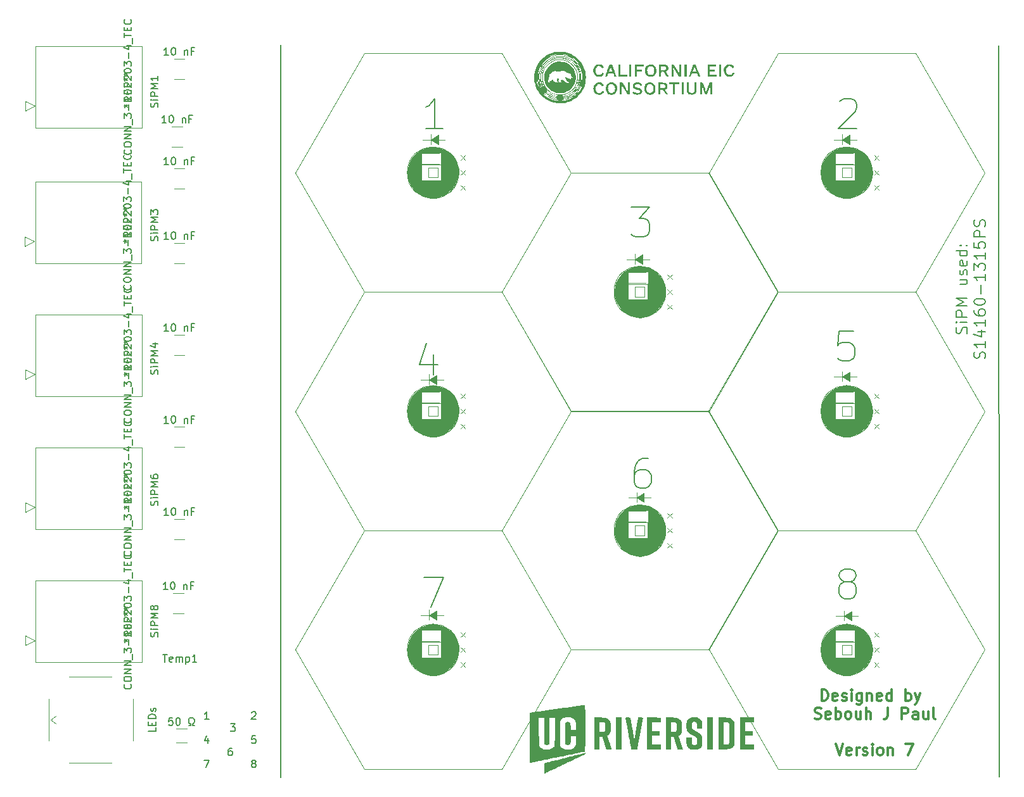
<source format=gbr>
%TF.GenerationSoftware,KiCad,Pcbnew,(6.0.8-1)-1*%
%TF.CreationDate,2023-09-21T15:44:45-04:00*%
%TF.ProjectId,Untitled,556e7469-746c-4656-942e-6b696361645f,rev?*%
%TF.SameCoordinates,Original*%
%TF.FileFunction,Legend,Top*%
%TF.FilePolarity,Positive*%
%FSLAX46Y46*%
G04 Gerber Fmt 4.6, Leading zero omitted, Abs format (unit mm)*
G04 Created by KiCad (PCBNEW (6.0.8-1)-1) date 2023-09-21 15:44:45*
%MOMM*%
%LPD*%
G01*
G04 APERTURE LIST*
%ADD10C,0.150000*%
%ADD11C,0.300000*%
%ADD12C,0.120000*%
G04 APERTURE END LIST*
D10*
X155019047Y-104723809D02*
X154638095Y-104533333D01*
X154447619Y-104342857D01*
X154257142Y-103961904D01*
X154257142Y-103771428D01*
X154447619Y-103390476D01*
X154638095Y-103200000D01*
X155019047Y-103009523D01*
X155780952Y-103009523D01*
X156161904Y-103200000D01*
X156352380Y-103390476D01*
X156542857Y-103771428D01*
X156542857Y-103961904D01*
X156352380Y-104342857D01*
X156161904Y-104533333D01*
X155780952Y-104723809D01*
X155019047Y-104723809D01*
X154638095Y-104914285D01*
X154447619Y-105104761D01*
X154257142Y-105485714D01*
X154257142Y-106247619D01*
X154447619Y-106628571D01*
X154638095Y-106819047D01*
X155019047Y-107009523D01*
X155780952Y-107009523D01*
X156161904Y-106819047D01*
X156352380Y-106628571D01*
X156542857Y-106247619D01*
X156542857Y-105485714D01*
X156352380Y-105104761D01*
X156161904Y-104914285D01*
X155780952Y-104723809D01*
X175600000Y-33000000D02*
X175640000Y-130800000D01*
X79630000Y-32920000D02*
X79630000Y-130910000D01*
X63204761Y-94514282D02*
X63252380Y-94371425D01*
X63252380Y-94133330D01*
X63204761Y-94038092D01*
X63157142Y-93990473D01*
X63061904Y-93942854D01*
X62966666Y-93942854D01*
X62871428Y-93990473D01*
X62823809Y-94038092D01*
X62776190Y-94133330D01*
X62728571Y-94323806D01*
X62680952Y-94419044D01*
X62633333Y-94466663D01*
X62538095Y-94514282D01*
X62442857Y-94514282D01*
X62347619Y-94466663D01*
X62300000Y-94419044D01*
X62252380Y-94323806D01*
X62252380Y-94085711D01*
X62300000Y-93942854D01*
X63252380Y-93514282D02*
X62585714Y-93514282D01*
X62252380Y-93514282D02*
X62300000Y-93561901D01*
X62347619Y-93514282D01*
X62300000Y-93466663D01*
X62252380Y-93514282D01*
X62347619Y-93514282D01*
X63252380Y-93038092D02*
X62252380Y-93038092D01*
X62252380Y-92657139D01*
X62300000Y-92561901D01*
X62347619Y-92514282D01*
X62442857Y-92466663D01*
X62585714Y-92466663D01*
X62680952Y-92514282D01*
X62728571Y-92561901D01*
X62776190Y-92657139D01*
X62776190Y-93038092D01*
X63252380Y-92038092D02*
X62252380Y-92038092D01*
X62966666Y-91704758D01*
X62252380Y-91371425D01*
X63252380Y-91371425D01*
X62252380Y-90466663D02*
X62252380Y-90657139D01*
X62300000Y-90752377D01*
X62347619Y-90799996D01*
X62490476Y-90895234D01*
X62680952Y-90942854D01*
X63061904Y-90942854D01*
X63157142Y-90895234D01*
X63204761Y-90847615D01*
X63252380Y-90752377D01*
X63252380Y-90561901D01*
X63204761Y-90466663D01*
X63157142Y-90419044D01*
X63061904Y-90371425D01*
X62823809Y-90371425D01*
X62728571Y-90419044D01*
X62680952Y-90466663D01*
X62633333Y-90561901D01*
X62633333Y-90752377D01*
X62680952Y-90847615D01*
X62728571Y-90895234D01*
X62823809Y-90942854D01*
X171299642Y-71528571D02*
X171371071Y-71314285D01*
X171371071Y-70957142D01*
X171299642Y-70814285D01*
X171228214Y-70742857D01*
X171085357Y-70671428D01*
X170942500Y-70671428D01*
X170799642Y-70742857D01*
X170728214Y-70814285D01*
X170656785Y-70957142D01*
X170585357Y-71242857D01*
X170513928Y-71385714D01*
X170442500Y-71457142D01*
X170299642Y-71528571D01*
X170156785Y-71528571D01*
X170013928Y-71457142D01*
X169942500Y-71385714D01*
X169871071Y-71242857D01*
X169871071Y-70885714D01*
X169942500Y-70671428D01*
X171371071Y-70028571D02*
X170371071Y-70028571D01*
X169871071Y-70028571D02*
X169942500Y-70100000D01*
X170013928Y-70028571D01*
X169942500Y-69957142D01*
X169871071Y-70028571D01*
X170013928Y-70028571D01*
X171371071Y-69314285D02*
X169871071Y-69314285D01*
X169871071Y-68742857D01*
X169942500Y-68600000D01*
X170013928Y-68528571D01*
X170156785Y-68457142D01*
X170371071Y-68457142D01*
X170513928Y-68528571D01*
X170585357Y-68600000D01*
X170656785Y-68742857D01*
X170656785Y-69314285D01*
X171371071Y-67814285D02*
X169871071Y-67814285D01*
X170942500Y-67314285D01*
X169871071Y-66814285D01*
X171371071Y-66814285D01*
X170371071Y-64314285D02*
X171371071Y-64314285D01*
X170371071Y-64957142D02*
X171156785Y-64957142D01*
X171299642Y-64885714D01*
X171371071Y-64742857D01*
X171371071Y-64528571D01*
X171299642Y-64385714D01*
X171228214Y-64314285D01*
X171299642Y-63671428D02*
X171371071Y-63528571D01*
X171371071Y-63242857D01*
X171299642Y-63100000D01*
X171156785Y-63028571D01*
X171085357Y-63028571D01*
X170942500Y-63100000D01*
X170871071Y-63242857D01*
X170871071Y-63457142D01*
X170799642Y-63600000D01*
X170656785Y-63671428D01*
X170585357Y-63671428D01*
X170442500Y-63600000D01*
X170371071Y-63457142D01*
X170371071Y-63242857D01*
X170442500Y-63100000D01*
X171299642Y-61814285D02*
X171371071Y-61957142D01*
X171371071Y-62242857D01*
X171299642Y-62385714D01*
X171156785Y-62457142D01*
X170585357Y-62457142D01*
X170442500Y-62385714D01*
X170371071Y-62242857D01*
X170371071Y-61957142D01*
X170442500Y-61814285D01*
X170585357Y-61742857D01*
X170728214Y-61742857D01*
X170871071Y-62457142D01*
X171371071Y-60457142D02*
X169871071Y-60457142D01*
X171299642Y-60457142D02*
X171371071Y-60600000D01*
X171371071Y-60885714D01*
X171299642Y-61028571D01*
X171228214Y-61100000D01*
X171085357Y-61171428D01*
X170656785Y-61171428D01*
X170513928Y-61100000D01*
X170442500Y-61028571D01*
X170371071Y-60885714D01*
X170371071Y-60600000D01*
X170442500Y-60457142D01*
X171228214Y-59742857D02*
X171299642Y-59671428D01*
X171371071Y-59742857D01*
X171299642Y-59814285D01*
X171228214Y-59742857D01*
X171371071Y-59742857D01*
X170442500Y-59742857D02*
X170513928Y-59671428D01*
X170585357Y-59742857D01*
X170513928Y-59814285D01*
X170442500Y-59742857D01*
X170585357Y-59742857D01*
X173714642Y-74850000D02*
X173786071Y-74635714D01*
X173786071Y-74278571D01*
X173714642Y-74135714D01*
X173643214Y-74064285D01*
X173500357Y-73992857D01*
X173357500Y-73992857D01*
X173214642Y-74064285D01*
X173143214Y-74135714D01*
X173071785Y-74278571D01*
X173000357Y-74564285D01*
X172928928Y-74707142D01*
X172857500Y-74778571D01*
X172714642Y-74850000D01*
X172571785Y-74850000D01*
X172428928Y-74778571D01*
X172357500Y-74707142D01*
X172286071Y-74564285D01*
X172286071Y-74207142D01*
X172357500Y-73992857D01*
X173786071Y-72564285D02*
X173786071Y-73421428D01*
X173786071Y-72992857D02*
X172286071Y-72992857D01*
X172500357Y-73135714D01*
X172643214Y-73278571D01*
X172714642Y-73421428D01*
X172786071Y-71278571D02*
X173786071Y-71278571D01*
X172214642Y-71635714D02*
X173286071Y-71992857D01*
X173286071Y-71064285D01*
X173786071Y-69707142D02*
X173786071Y-70564285D01*
X173786071Y-70135714D02*
X172286071Y-70135714D01*
X172500357Y-70278571D01*
X172643214Y-70421428D01*
X172714642Y-70564285D01*
X172286071Y-68421428D02*
X172286071Y-68707142D01*
X172357500Y-68850000D01*
X172428928Y-68921428D01*
X172643214Y-69064285D01*
X172928928Y-69135714D01*
X173500357Y-69135714D01*
X173643214Y-69064285D01*
X173714642Y-68992857D01*
X173786071Y-68850000D01*
X173786071Y-68564285D01*
X173714642Y-68421428D01*
X173643214Y-68350000D01*
X173500357Y-68278571D01*
X173143214Y-68278571D01*
X173000357Y-68350000D01*
X172928928Y-68421428D01*
X172857500Y-68564285D01*
X172857500Y-68850000D01*
X172928928Y-68992857D01*
X173000357Y-69064285D01*
X173143214Y-69135714D01*
X172286071Y-67350000D02*
X172286071Y-67207142D01*
X172357500Y-67064285D01*
X172428928Y-66992857D01*
X172571785Y-66921428D01*
X172857500Y-66850000D01*
X173214642Y-66850000D01*
X173500357Y-66921428D01*
X173643214Y-66992857D01*
X173714642Y-67064285D01*
X173786071Y-67207142D01*
X173786071Y-67350000D01*
X173714642Y-67492857D01*
X173643214Y-67564285D01*
X173500357Y-67635714D01*
X173214642Y-67707142D01*
X172857500Y-67707142D01*
X172571785Y-67635714D01*
X172428928Y-67564285D01*
X172357500Y-67492857D01*
X172286071Y-67350000D01*
X173214642Y-66207142D02*
X173214642Y-65064285D01*
X173786071Y-63564285D02*
X173786071Y-64421428D01*
X173786071Y-63992857D02*
X172286071Y-63992857D01*
X172500357Y-64135714D01*
X172643214Y-64278571D01*
X172714642Y-64421428D01*
X172286071Y-63064285D02*
X172286071Y-62135714D01*
X172857500Y-62635714D01*
X172857500Y-62421428D01*
X172928928Y-62278571D01*
X173000357Y-62207142D01*
X173143214Y-62135714D01*
X173500357Y-62135714D01*
X173643214Y-62207142D01*
X173714642Y-62278571D01*
X173786071Y-62421428D01*
X173786071Y-62850000D01*
X173714642Y-62992857D01*
X173643214Y-63064285D01*
X173786071Y-60707142D02*
X173786071Y-61564285D01*
X173786071Y-61135714D02*
X172286071Y-61135714D01*
X172500357Y-61278571D01*
X172643214Y-61421428D01*
X172714642Y-61564285D01*
X172286071Y-59350000D02*
X172286071Y-60064285D01*
X173000357Y-60135714D01*
X172928928Y-60064285D01*
X172857500Y-59921428D01*
X172857500Y-59564285D01*
X172928928Y-59421428D01*
X173000357Y-59350000D01*
X173143214Y-59278571D01*
X173500357Y-59278571D01*
X173643214Y-59350000D01*
X173714642Y-59421428D01*
X173786071Y-59564285D01*
X173786071Y-59921428D01*
X173714642Y-60064285D01*
X173643214Y-60135714D01*
X173786071Y-58635714D02*
X172286071Y-58635714D01*
X172286071Y-58064285D01*
X172357500Y-57921428D01*
X172428928Y-57850000D01*
X172571785Y-57778571D01*
X172786071Y-57778571D01*
X172928928Y-57850000D01*
X173000357Y-57921428D01*
X173071785Y-58064285D01*
X173071785Y-58635714D01*
X173714642Y-57207142D02*
X173786071Y-56992857D01*
X173786071Y-56635714D01*
X173714642Y-56492857D01*
X173643214Y-56421428D01*
X173500357Y-56350000D01*
X173357500Y-56350000D01*
X173214642Y-56421428D01*
X173143214Y-56492857D01*
X173071785Y-56635714D01*
X173000357Y-56921428D01*
X172928928Y-57064285D01*
X172857500Y-57135714D01*
X172714642Y-57207142D01*
X172571785Y-57207142D01*
X172428928Y-57135714D01*
X172357500Y-57064285D01*
X172286071Y-56921428D01*
X172286071Y-56564285D01*
X172357500Y-56350000D01*
X100061904Y-74342857D02*
X100061904Y-77009523D01*
X99109523Y-72819047D02*
X98157142Y-75676190D01*
X100633333Y-75676190D01*
X63204761Y-41271428D02*
X63252380Y-41128571D01*
X63252380Y-40890476D01*
X63204761Y-40795238D01*
X63157142Y-40747619D01*
X63061904Y-40700000D01*
X62966666Y-40700000D01*
X62871428Y-40747619D01*
X62823809Y-40795238D01*
X62776190Y-40890476D01*
X62728571Y-41080952D01*
X62680952Y-41176190D01*
X62633333Y-41223809D01*
X62538095Y-41271428D01*
X62442857Y-41271428D01*
X62347619Y-41223809D01*
X62300000Y-41176190D01*
X62252380Y-41080952D01*
X62252380Y-40842857D01*
X62300000Y-40700000D01*
X63252380Y-40271428D02*
X62585714Y-40271428D01*
X62252380Y-40271428D02*
X62300000Y-40319047D01*
X62347619Y-40271428D01*
X62300000Y-40223809D01*
X62252380Y-40271428D01*
X62347619Y-40271428D01*
X63252380Y-39795238D02*
X62252380Y-39795238D01*
X62252380Y-39414285D01*
X62300000Y-39319047D01*
X62347619Y-39271428D01*
X62442857Y-39223809D01*
X62585714Y-39223809D01*
X62680952Y-39271428D01*
X62728571Y-39319047D01*
X62776190Y-39414285D01*
X62776190Y-39795238D01*
X63252380Y-38795238D02*
X62252380Y-38795238D01*
X62966666Y-38461904D01*
X62252380Y-38128571D01*
X63252380Y-38128571D01*
X63252380Y-37128571D02*
X63252380Y-37700000D01*
X63252380Y-37414285D02*
X62252380Y-37414285D01*
X62395238Y-37509523D01*
X62490476Y-37604761D01*
X62538095Y-37700000D01*
X101342857Y-44109523D02*
X99057142Y-44109523D01*
X100200000Y-44109523D02*
X100200000Y-40109523D01*
X99819047Y-40680952D01*
X99438095Y-41061904D01*
X99057142Y-41252380D01*
X63204761Y-59114284D02*
X63252380Y-58971427D01*
X63252380Y-58733332D01*
X63204761Y-58638094D01*
X63157142Y-58590475D01*
X63061904Y-58542856D01*
X62966666Y-58542856D01*
X62871428Y-58590475D01*
X62823809Y-58638094D01*
X62776190Y-58733332D01*
X62728571Y-58923808D01*
X62680952Y-59019046D01*
X62633333Y-59066665D01*
X62538095Y-59114284D01*
X62442857Y-59114284D01*
X62347619Y-59066665D01*
X62300000Y-59019046D01*
X62252380Y-58923808D01*
X62252380Y-58685713D01*
X62300000Y-58542856D01*
X63252380Y-58114284D02*
X62585714Y-58114284D01*
X62252380Y-58114284D02*
X62300000Y-58161903D01*
X62347619Y-58114284D01*
X62300000Y-58066665D01*
X62252380Y-58114284D01*
X62347619Y-58114284D01*
X63252380Y-57638094D02*
X62252380Y-57638094D01*
X62252380Y-57257141D01*
X62300000Y-57161903D01*
X62347619Y-57114284D01*
X62442857Y-57066665D01*
X62585714Y-57066665D01*
X62680952Y-57114284D01*
X62728571Y-57161903D01*
X62776190Y-57257141D01*
X62776190Y-57638094D01*
X63252380Y-56638094D02*
X62252380Y-56638094D01*
X62966666Y-56304760D01*
X62252380Y-55971427D01*
X63252380Y-55971427D01*
X62252380Y-55590475D02*
X62252380Y-54971427D01*
X62633333Y-55304760D01*
X62633333Y-55161903D01*
X62680952Y-55066665D01*
X62728571Y-55019046D01*
X62823809Y-54971427D01*
X63061904Y-54971427D01*
X63157142Y-55019046D01*
X63204761Y-55066665D01*
X63252380Y-55161903D01*
X63252380Y-55447617D01*
X63204761Y-55542856D01*
X63157142Y-55590475D01*
X63204761Y-112071428D02*
X63252380Y-111928571D01*
X63252380Y-111690476D01*
X63204761Y-111595238D01*
X63157142Y-111547619D01*
X63061904Y-111500000D01*
X62966666Y-111500000D01*
X62871428Y-111547619D01*
X62823809Y-111595238D01*
X62776190Y-111690476D01*
X62728571Y-111880952D01*
X62680952Y-111976190D01*
X62633333Y-112023809D01*
X62538095Y-112071428D01*
X62442857Y-112071428D01*
X62347619Y-112023809D01*
X62300000Y-111976190D01*
X62252380Y-111880952D01*
X62252380Y-111642857D01*
X62300000Y-111500000D01*
X63252380Y-111071428D02*
X62585714Y-111071428D01*
X62252380Y-111071428D02*
X62300000Y-111119047D01*
X62347619Y-111071428D01*
X62300000Y-111023809D01*
X62252380Y-111071428D01*
X62347619Y-111071428D01*
X63252380Y-110595238D02*
X62252380Y-110595238D01*
X62252380Y-110214285D01*
X62300000Y-110119047D01*
X62347619Y-110071428D01*
X62442857Y-110023809D01*
X62585714Y-110023809D01*
X62680952Y-110071428D01*
X62728571Y-110119047D01*
X62776190Y-110214285D01*
X62776190Y-110595238D01*
X63252380Y-109595238D02*
X62252380Y-109595238D01*
X62966666Y-109261904D01*
X62252380Y-108928571D01*
X63252380Y-108928571D01*
X62680952Y-108309523D02*
X62633333Y-108404761D01*
X62585714Y-108452380D01*
X62490476Y-108500000D01*
X62442857Y-108500000D01*
X62347619Y-108452380D01*
X62300000Y-108404761D01*
X62252380Y-108309523D01*
X62252380Y-108119047D01*
X62300000Y-108023809D01*
X62347619Y-107976190D01*
X62442857Y-107928571D01*
X62490476Y-107928571D01*
X62585714Y-107976190D01*
X62633333Y-108023809D01*
X62680952Y-108119047D01*
X62680952Y-108309523D01*
X62728571Y-108404761D01*
X62776190Y-108452380D01*
X62871428Y-108500000D01*
X63061904Y-108500000D01*
X63157142Y-108452380D01*
X63204761Y-108404761D01*
X63252380Y-108309523D01*
X63252380Y-108119047D01*
X63204761Y-108023809D01*
X63157142Y-107976190D01*
X63061904Y-107928571D01*
X62871428Y-107928571D01*
X62776190Y-107976190D01*
X62728571Y-108023809D01*
X62680952Y-108119047D01*
X98766666Y-104109523D02*
X101433333Y-104109523D01*
X99719047Y-108109523D01*
X128761904Y-88209523D02*
X128000000Y-88209523D01*
X127619047Y-88400000D01*
X127428571Y-88590476D01*
X127047619Y-89161904D01*
X126857142Y-89923809D01*
X126857142Y-91447619D01*
X127047619Y-91828571D01*
X127238095Y-92019047D01*
X127619047Y-92209523D01*
X128380952Y-92209523D01*
X128761904Y-92019047D01*
X128952380Y-91828571D01*
X129142857Y-91447619D01*
X129142857Y-90495238D01*
X128952380Y-90114285D01*
X128761904Y-89923809D01*
X128380952Y-89733333D01*
X127619047Y-89733333D01*
X127238095Y-89923809D01*
X127047619Y-90114285D01*
X126857142Y-90495238D01*
X154357142Y-40490476D02*
X154547619Y-40300000D01*
X154928571Y-40109523D01*
X155880952Y-40109523D01*
X156261904Y-40300000D01*
X156452380Y-40490476D01*
X156642857Y-40871428D01*
X156642857Y-41252380D01*
X156452380Y-41823809D01*
X154166666Y-44109523D01*
X156642857Y-44109523D01*
X63204761Y-76957140D02*
X63252380Y-76814283D01*
X63252380Y-76576188D01*
X63204761Y-76480950D01*
X63157142Y-76433331D01*
X63061904Y-76385712D01*
X62966666Y-76385712D01*
X62871428Y-76433331D01*
X62823809Y-76480950D01*
X62776190Y-76576188D01*
X62728571Y-76766664D01*
X62680952Y-76861902D01*
X62633333Y-76909521D01*
X62538095Y-76957140D01*
X62442857Y-76957140D01*
X62347619Y-76909521D01*
X62300000Y-76861902D01*
X62252380Y-76766664D01*
X62252380Y-76528569D01*
X62300000Y-76385712D01*
X63252380Y-75957140D02*
X62585714Y-75957140D01*
X62252380Y-75957140D02*
X62300000Y-76004759D01*
X62347619Y-75957140D01*
X62300000Y-75909521D01*
X62252380Y-75957140D01*
X62347619Y-75957140D01*
X63252380Y-75480950D02*
X62252380Y-75480950D01*
X62252380Y-75099997D01*
X62300000Y-75004759D01*
X62347619Y-74957140D01*
X62442857Y-74909521D01*
X62585714Y-74909521D01*
X62680952Y-74957140D01*
X62728571Y-75004759D01*
X62776190Y-75099997D01*
X62776190Y-75480950D01*
X63252380Y-74480950D02*
X62252380Y-74480950D01*
X62966666Y-74147616D01*
X62252380Y-73814283D01*
X63252380Y-73814283D01*
X62585714Y-72909521D02*
X63252380Y-72909521D01*
X62204761Y-73147616D02*
X62919047Y-73385712D01*
X62919047Y-72766664D01*
D11*
X151928571Y-120656071D02*
X151928571Y-119156071D01*
X152285714Y-119156071D01*
X152500000Y-119227500D01*
X152642857Y-119370357D01*
X152714285Y-119513214D01*
X152785714Y-119798928D01*
X152785714Y-120013214D01*
X152714285Y-120298928D01*
X152642857Y-120441785D01*
X152500000Y-120584642D01*
X152285714Y-120656071D01*
X151928571Y-120656071D01*
X154000000Y-120584642D02*
X153857142Y-120656071D01*
X153571428Y-120656071D01*
X153428571Y-120584642D01*
X153357142Y-120441785D01*
X153357142Y-119870357D01*
X153428571Y-119727500D01*
X153571428Y-119656071D01*
X153857142Y-119656071D01*
X154000000Y-119727500D01*
X154071428Y-119870357D01*
X154071428Y-120013214D01*
X153357142Y-120156071D01*
X154642857Y-120584642D02*
X154785714Y-120656071D01*
X155071428Y-120656071D01*
X155214285Y-120584642D01*
X155285714Y-120441785D01*
X155285714Y-120370357D01*
X155214285Y-120227500D01*
X155071428Y-120156071D01*
X154857142Y-120156071D01*
X154714285Y-120084642D01*
X154642857Y-119941785D01*
X154642857Y-119870357D01*
X154714285Y-119727500D01*
X154857142Y-119656071D01*
X155071428Y-119656071D01*
X155214285Y-119727500D01*
X155928571Y-120656071D02*
X155928571Y-119656071D01*
X155928571Y-119156071D02*
X155857142Y-119227500D01*
X155928571Y-119298928D01*
X156000000Y-119227500D01*
X155928571Y-119156071D01*
X155928571Y-119298928D01*
X157285714Y-119656071D02*
X157285714Y-120870357D01*
X157214285Y-121013214D01*
X157142857Y-121084642D01*
X157000000Y-121156071D01*
X156785714Y-121156071D01*
X156642857Y-121084642D01*
X157285714Y-120584642D02*
X157142857Y-120656071D01*
X156857142Y-120656071D01*
X156714285Y-120584642D01*
X156642857Y-120513214D01*
X156571428Y-120370357D01*
X156571428Y-119941785D01*
X156642857Y-119798928D01*
X156714285Y-119727500D01*
X156857142Y-119656071D01*
X157142857Y-119656071D01*
X157285714Y-119727500D01*
X158000000Y-119656071D02*
X158000000Y-120656071D01*
X158000000Y-119798928D02*
X158071428Y-119727500D01*
X158214285Y-119656071D01*
X158428571Y-119656071D01*
X158571428Y-119727500D01*
X158642857Y-119870357D01*
X158642857Y-120656071D01*
X159928571Y-120584642D02*
X159785714Y-120656071D01*
X159500000Y-120656071D01*
X159357142Y-120584642D01*
X159285714Y-120441785D01*
X159285714Y-119870357D01*
X159357142Y-119727500D01*
X159500000Y-119656071D01*
X159785714Y-119656071D01*
X159928571Y-119727500D01*
X160000000Y-119870357D01*
X160000000Y-120013214D01*
X159285714Y-120156071D01*
X161285714Y-120656071D02*
X161285714Y-119156071D01*
X161285714Y-120584642D02*
X161142857Y-120656071D01*
X160857142Y-120656071D01*
X160714285Y-120584642D01*
X160642857Y-120513214D01*
X160571428Y-120370357D01*
X160571428Y-119941785D01*
X160642857Y-119798928D01*
X160714285Y-119727500D01*
X160857142Y-119656071D01*
X161142857Y-119656071D01*
X161285714Y-119727500D01*
X163142857Y-120656071D02*
X163142857Y-119156071D01*
X163142857Y-119727500D02*
X163285714Y-119656071D01*
X163571428Y-119656071D01*
X163714285Y-119727500D01*
X163785714Y-119798928D01*
X163857142Y-119941785D01*
X163857142Y-120370357D01*
X163785714Y-120513214D01*
X163714285Y-120584642D01*
X163571428Y-120656071D01*
X163285714Y-120656071D01*
X163142857Y-120584642D01*
X164357142Y-119656071D02*
X164714285Y-120656071D01*
X165071428Y-119656071D02*
X164714285Y-120656071D01*
X164571428Y-121013214D01*
X164500000Y-121084642D01*
X164357142Y-121156071D01*
X151000000Y-122999642D02*
X151214285Y-123071071D01*
X151571428Y-123071071D01*
X151714285Y-122999642D01*
X151785714Y-122928214D01*
X151857142Y-122785357D01*
X151857142Y-122642500D01*
X151785714Y-122499642D01*
X151714285Y-122428214D01*
X151571428Y-122356785D01*
X151285714Y-122285357D01*
X151142857Y-122213928D01*
X151071428Y-122142500D01*
X151000000Y-121999642D01*
X151000000Y-121856785D01*
X151071428Y-121713928D01*
X151142857Y-121642500D01*
X151285714Y-121571071D01*
X151642857Y-121571071D01*
X151857142Y-121642500D01*
X153071428Y-122999642D02*
X152928571Y-123071071D01*
X152642857Y-123071071D01*
X152500000Y-122999642D01*
X152428571Y-122856785D01*
X152428571Y-122285357D01*
X152500000Y-122142500D01*
X152642857Y-122071071D01*
X152928571Y-122071071D01*
X153071428Y-122142500D01*
X153142857Y-122285357D01*
X153142857Y-122428214D01*
X152428571Y-122571071D01*
X153785714Y-123071071D02*
X153785714Y-121571071D01*
X153785714Y-122142500D02*
X153928571Y-122071071D01*
X154214285Y-122071071D01*
X154357142Y-122142500D01*
X154428571Y-122213928D01*
X154500000Y-122356785D01*
X154500000Y-122785357D01*
X154428571Y-122928214D01*
X154357142Y-122999642D01*
X154214285Y-123071071D01*
X153928571Y-123071071D01*
X153785714Y-122999642D01*
X155357142Y-123071071D02*
X155214285Y-122999642D01*
X155142857Y-122928214D01*
X155071428Y-122785357D01*
X155071428Y-122356785D01*
X155142857Y-122213928D01*
X155214285Y-122142500D01*
X155357142Y-122071071D01*
X155571428Y-122071071D01*
X155714285Y-122142500D01*
X155785714Y-122213928D01*
X155857142Y-122356785D01*
X155857142Y-122785357D01*
X155785714Y-122928214D01*
X155714285Y-122999642D01*
X155571428Y-123071071D01*
X155357142Y-123071071D01*
X157142857Y-122071071D02*
X157142857Y-123071071D01*
X156500000Y-122071071D02*
X156500000Y-122856785D01*
X156571428Y-122999642D01*
X156714285Y-123071071D01*
X156928571Y-123071071D01*
X157071428Y-122999642D01*
X157142857Y-122928214D01*
X157857142Y-123071071D02*
X157857142Y-121571071D01*
X158500000Y-123071071D02*
X158500000Y-122285357D01*
X158428571Y-122142500D01*
X158285714Y-122071071D01*
X158071428Y-122071071D01*
X157928571Y-122142500D01*
X157857142Y-122213928D01*
X160785714Y-121571071D02*
X160785714Y-122642500D01*
X160714285Y-122856785D01*
X160571428Y-122999642D01*
X160357142Y-123071071D01*
X160214285Y-123071071D01*
X162642857Y-123071071D02*
X162642857Y-121571071D01*
X163214285Y-121571071D01*
X163357142Y-121642500D01*
X163428571Y-121713928D01*
X163500000Y-121856785D01*
X163500000Y-122071071D01*
X163428571Y-122213928D01*
X163357142Y-122285357D01*
X163214285Y-122356785D01*
X162642857Y-122356785D01*
X164785714Y-123071071D02*
X164785714Y-122285357D01*
X164714285Y-122142500D01*
X164571428Y-122071071D01*
X164285714Y-122071071D01*
X164142857Y-122142500D01*
X164785714Y-122999642D02*
X164642857Y-123071071D01*
X164285714Y-123071071D01*
X164142857Y-122999642D01*
X164071428Y-122856785D01*
X164071428Y-122713928D01*
X164142857Y-122571071D01*
X164285714Y-122499642D01*
X164642857Y-122499642D01*
X164785714Y-122428214D01*
X166142857Y-122071071D02*
X166142857Y-123071071D01*
X165500000Y-122071071D02*
X165500000Y-122856785D01*
X165571428Y-122999642D01*
X165714285Y-123071071D01*
X165928571Y-123071071D01*
X166071428Y-122999642D01*
X166142857Y-122928214D01*
X167071428Y-123071071D02*
X166928571Y-122999642D01*
X166857142Y-122856785D01*
X166857142Y-121571071D01*
X153785714Y-126401071D02*
X154285714Y-127901071D01*
X154785714Y-126401071D01*
X155857142Y-127829642D02*
X155714285Y-127901071D01*
X155428571Y-127901071D01*
X155285714Y-127829642D01*
X155214285Y-127686785D01*
X155214285Y-127115357D01*
X155285714Y-126972500D01*
X155428571Y-126901071D01*
X155714285Y-126901071D01*
X155857142Y-126972500D01*
X155928571Y-127115357D01*
X155928571Y-127258214D01*
X155214285Y-127401071D01*
X156571428Y-127901071D02*
X156571428Y-126901071D01*
X156571428Y-127186785D02*
X156642857Y-127043928D01*
X156714285Y-126972500D01*
X156857142Y-126901071D01*
X157000000Y-126901071D01*
X157428571Y-127829642D02*
X157571428Y-127901071D01*
X157857142Y-127901071D01*
X158000000Y-127829642D01*
X158071428Y-127686785D01*
X158071428Y-127615357D01*
X158000000Y-127472500D01*
X157857142Y-127401071D01*
X157642857Y-127401071D01*
X157500000Y-127329642D01*
X157428571Y-127186785D01*
X157428571Y-127115357D01*
X157500000Y-126972500D01*
X157642857Y-126901071D01*
X157857142Y-126901071D01*
X158000000Y-126972500D01*
X158714285Y-127901071D02*
X158714285Y-126901071D01*
X158714285Y-126401071D02*
X158642857Y-126472500D01*
X158714285Y-126543928D01*
X158785714Y-126472500D01*
X158714285Y-126401071D01*
X158714285Y-126543928D01*
X159642857Y-127901071D02*
X159500000Y-127829642D01*
X159428571Y-127758214D01*
X159357142Y-127615357D01*
X159357142Y-127186785D01*
X159428571Y-127043928D01*
X159500000Y-126972500D01*
X159642857Y-126901071D01*
X159857142Y-126901071D01*
X160000000Y-126972500D01*
X160071428Y-127043928D01*
X160142857Y-127186785D01*
X160142857Y-127615357D01*
X160071428Y-127758214D01*
X160000000Y-127829642D01*
X159857142Y-127901071D01*
X159642857Y-127901071D01*
X160785714Y-126901071D02*
X160785714Y-127901071D01*
X160785714Y-127043928D02*
X160857142Y-126972500D01*
X161000000Y-126901071D01*
X161214285Y-126901071D01*
X161357142Y-126972500D01*
X161428571Y-127115357D01*
X161428571Y-127901071D01*
X163142857Y-126401071D02*
X164142857Y-126401071D01*
X163500000Y-127901071D01*
D10*
X126466666Y-54609523D02*
X128942857Y-54609523D01*
X127609523Y-56133333D01*
X128180952Y-56133333D01*
X128561904Y-56323809D01*
X128752380Y-56514285D01*
X128942857Y-56895238D01*
X128942857Y-57847619D01*
X128752380Y-58228571D01*
X128561904Y-58419047D01*
X128180952Y-58609523D01*
X127038095Y-58609523D01*
X126657142Y-58419047D01*
X126466666Y-58228571D01*
X70042857Y-123132380D02*
X69471428Y-123132380D01*
X69757142Y-123132380D02*
X69757142Y-122132380D01*
X69661904Y-122275238D01*
X69566666Y-122370476D01*
X69471428Y-122418095D01*
X75757142Y-122227619D02*
X75804761Y-122180000D01*
X75900000Y-122132380D01*
X76138095Y-122132380D01*
X76233333Y-122180000D01*
X76280952Y-122227619D01*
X76328571Y-122322857D01*
X76328571Y-122418095D01*
X76280952Y-122560952D01*
X75709523Y-123132380D01*
X76328571Y-123132380D01*
X72947619Y-123742380D02*
X73566666Y-123742380D01*
X73233333Y-124123333D01*
X73376190Y-124123333D01*
X73471428Y-124170952D01*
X73519047Y-124218571D01*
X73566666Y-124313809D01*
X73566666Y-124551904D01*
X73519047Y-124647142D01*
X73471428Y-124694761D01*
X73376190Y-124742380D01*
X73090476Y-124742380D01*
X72995238Y-124694761D01*
X72947619Y-124647142D01*
X69947619Y-125685714D02*
X69947619Y-126352380D01*
X69709523Y-125304761D02*
X69471428Y-126019047D01*
X70090476Y-126019047D01*
X76280952Y-125352380D02*
X75804761Y-125352380D01*
X75757142Y-125828571D01*
X75804761Y-125780952D01*
X75900000Y-125733333D01*
X76138095Y-125733333D01*
X76233333Y-125780952D01*
X76280952Y-125828571D01*
X76328571Y-125923809D01*
X76328571Y-126161904D01*
X76280952Y-126257142D01*
X76233333Y-126304761D01*
X76138095Y-126352380D01*
X75900000Y-126352380D01*
X75804761Y-126304761D01*
X75757142Y-126257142D01*
X73090476Y-126962380D02*
X72900000Y-126962380D01*
X72804761Y-127010000D01*
X72757142Y-127057619D01*
X72661904Y-127200476D01*
X72614285Y-127390952D01*
X72614285Y-127771904D01*
X72661904Y-127867142D01*
X72709523Y-127914761D01*
X72804761Y-127962380D01*
X72995238Y-127962380D01*
X73090476Y-127914761D01*
X73138095Y-127867142D01*
X73185714Y-127771904D01*
X73185714Y-127533809D01*
X73138095Y-127438571D01*
X73090476Y-127390952D01*
X72995238Y-127343333D01*
X72804761Y-127343333D01*
X72709523Y-127390952D01*
X72661904Y-127438571D01*
X72614285Y-127533809D01*
X69423809Y-128572380D02*
X70090476Y-128572380D01*
X69661904Y-129572380D01*
X75947619Y-129000952D02*
X75852380Y-128953333D01*
X75804761Y-128905714D01*
X75757142Y-128810476D01*
X75757142Y-128762857D01*
X75804761Y-128667619D01*
X75852380Y-128620000D01*
X75947619Y-128572380D01*
X76138095Y-128572380D01*
X76233333Y-128620000D01*
X76280952Y-128667619D01*
X76328571Y-128762857D01*
X76328571Y-128810476D01*
X76280952Y-128905714D01*
X76233333Y-128953333D01*
X76138095Y-129000952D01*
X75947619Y-129000952D01*
X75852380Y-129048571D01*
X75804761Y-129096190D01*
X75757142Y-129191428D01*
X75757142Y-129381904D01*
X75804761Y-129477142D01*
X75852380Y-129524761D01*
X75947619Y-129572380D01*
X76138095Y-129572380D01*
X76233333Y-129524761D01*
X76280952Y-129477142D01*
X76328571Y-129381904D01*
X76328571Y-129191428D01*
X76280952Y-129096190D01*
X76233333Y-129048571D01*
X76138095Y-129000952D01*
X156152380Y-71209523D02*
X154247619Y-71209523D01*
X154057142Y-73114285D01*
X154247619Y-72923809D01*
X154628571Y-72733333D01*
X155580952Y-72733333D01*
X155961904Y-72923809D01*
X156152380Y-73114285D01*
X156342857Y-73495238D01*
X156342857Y-74447619D01*
X156152380Y-74828571D01*
X155961904Y-75019047D01*
X155580952Y-75209523D01*
X154628571Y-75209523D01*
X154247619Y-75019047D01*
X154057142Y-74828571D01*
%TO.C,10 nF*%
X64547619Y-105752380D02*
X63976190Y-105752380D01*
X64261904Y-105752380D02*
X64261904Y-104752380D01*
X64166666Y-104895238D01*
X64071428Y-104990476D01*
X63976190Y-105038095D01*
X65166666Y-104752380D02*
X65261904Y-104752380D01*
X65357142Y-104800000D01*
X65404761Y-104847619D01*
X65452380Y-104942857D01*
X65500000Y-105133333D01*
X65500000Y-105371428D01*
X65452380Y-105561904D01*
X65404761Y-105657142D01*
X65357142Y-105704761D01*
X65261904Y-105752380D01*
X65166666Y-105752380D01*
X65071428Y-105704761D01*
X65023809Y-105657142D01*
X64976190Y-105561904D01*
X64928571Y-105371428D01*
X64928571Y-105133333D01*
X64976190Y-104942857D01*
X65023809Y-104847619D01*
X65071428Y-104800000D01*
X65166666Y-104752380D01*
X66690476Y-105085714D02*
X66690476Y-105752380D01*
X66690476Y-105180952D02*
X66738095Y-105133333D01*
X66833333Y-105085714D01*
X66976190Y-105085714D01*
X67071428Y-105133333D01*
X67119047Y-105228571D01*
X67119047Y-105752380D01*
X67928571Y-105228571D02*
X67595238Y-105228571D01*
X67595238Y-105752380D02*
X67595238Y-104752380D01*
X68071428Y-104752380D01*
%TO.C,Temp1*%
X63890476Y-114452380D02*
X64461904Y-114452380D01*
X64176190Y-115452380D02*
X64176190Y-114452380D01*
X65176190Y-115404761D02*
X65080952Y-115452380D01*
X64890476Y-115452380D01*
X64795238Y-115404761D01*
X64747619Y-115309523D01*
X64747619Y-114928571D01*
X64795238Y-114833333D01*
X64890476Y-114785714D01*
X65080952Y-114785714D01*
X65176190Y-114833333D01*
X65223809Y-114928571D01*
X65223809Y-115023809D01*
X64747619Y-115119047D01*
X65652380Y-115452380D02*
X65652380Y-114785714D01*
X65652380Y-114880952D02*
X65700000Y-114833333D01*
X65795238Y-114785714D01*
X65938095Y-114785714D01*
X66033333Y-114833333D01*
X66080952Y-114928571D01*
X66080952Y-115452380D01*
X66080952Y-114928571D02*
X66128571Y-114833333D01*
X66223809Y-114785714D01*
X66366666Y-114785714D01*
X66461904Y-114833333D01*
X66509523Y-114928571D01*
X66509523Y-115452380D01*
X66985714Y-114785714D02*
X66985714Y-115785714D01*
X66985714Y-114833333D02*
X67080952Y-114785714D01*
X67271428Y-114785714D01*
X67366666Y-114833333D01*
X67414285Y-114880952D01*
X67461904Y-114976190D01*
X67461904Y-115261904D01*
X67414285Y-115357142D01*
X67366666Y-115404761D01*
X67271428Y-115452380D01*
X67080952Y-115452380D01*
X66985714Y-115404761D01*
X68414285Y-115452380D02*
X67842857Y-115452380D01*
X68128571Y-115452380D02*
X68128571Y-114452380D01*
X68033333Y-114595238D01*
X67938095Y-114690476D01*
X67842857Y-114738095D01*
%TO.C,50 \u03A9*%
X65209523Y-122932380D02*
X64733333Y-122932380D01*
X64685714Y-123408571D01*
X64733333Y-123360952D01*
X64828571Y-123313333D01*
X65066666Y-123313333D01*
X65161904Y-123360952D01*
X65209523Y-123408571D01*
X65257142Y-123503809D01*
X65257142Y-123741904D01*
X65209523Y-123837142D01*
X65161904Y-123884761D01*
X65066666Y-123932380D01*
X64828571Y-123932380D01*
X64733333Y-123884761D01*
X64685714Y-123837142D01*
X65876190Y-122932380D02*
X65971428Y-122932380D01*
X66066666Y-122980000D01*
X66114285Y-123027619D01*
X66161904Y-123122857D01*
X66209523Y-123313333D01*
X66209523Y-123551428D01*
X66161904Y-123741904D01*
X66114285Y-123837142D01*
X66066666Y-123884761D01*
X65971428Y-123932380D01*
X65876190Y-123932380D01*
X65780952Y-123884761D01*
X65733333Y-123837142D01*
X65685714Y-123741904D01*
X65638095Y-123551428D01*
X65638095Y-123313333D01*
X65685714Y-123122857D01*
X65733333Y-123027619D01*
X65780952Y-122980000D01*
X65876190Y-122932380D01*
X67352380Y-123932380D02*
X67590476Y-123932380D01*
X67590476Y-123741904D01*
X67495238Y-123694285D01*
X67400000Y-123599047D01*
X67352380Y-123456190D01*
X67352380Y-123218095D01*
X67400000Y-123075238D01*
X67495238Y-122980000D01*
X67638095Y-122932380D01*
X67828571Y-122932380D01*
X67971428Y-122980000D01*
X68066666Y-123075238D01*
X68114285Y-123218095D01*
X68114285Y-123456190D01*
X68066666Y-123599047D01*
X67971428Y-123694285D01*
X67876190Y-123741904D01*
X67876190Y-123932380D01*
X68114285Y-123932380D01*
%TO.C,10 nF*%
X64347619Y-43352380D02*
X63776190Y-43352380D01*
X64061904Y-43352380D02*
X64061904Y-42352380D01*
X63966666Y-42495238D01*
X63871428Y-42590476D01*
X63776190Y-42638095D01*
X64966666Y-42352380D02*
X65061904Y-42352380D01*
X65157142Y-42400000D01*
X65204761Y-42447619D01*
X65252380Y-42542857D01*
X65300000Y-42733333D01*
X65300000Y-42971428D01*
X65252380Y-43161904D01*
X65204761Y-43257142D01*
X65157142Y-43304761D01*
X65061904Y-43352380D01*
X64966666Y-43352380D01*
X64871428Y-43304761D01*
X64823809Y-43257142D01*
X64776190Y-43161904D01*
X64728571Y-42971428D01*
X64728571Y-42733333D01*
X64776190Y-42542857D01*
X64823809Y-42447619D01*
X64871428Y-42400000D01*
X64966666Y-42352380D01*
X66490476Y-42685714D02*
X66490476Y-43352380D01*
X66490476Y-42780952D02*
X66538095Y-42733333D01*
X66633333Y-42685714D01*
X66776190Y-42685714D01*
X66871428Y-42733333D01*
X66919047Y-42828571D01*
X66919047Y-43352380D01*
X67728571Y-42828571D02*
X67395238Y-42828571D01*
X67395238Y-43352380D02*
X67395238Y-42352380D01*
X67871428Y-42352380D01*
X64647619Y-34298096D02*
X64076190Y-34298096D01*
X64361904Y-34298096D02*
X64361904Y-33298096D01*
X64266666Y-33440954D01*
X64171428Y-33536192D01*
X64076190Y-33583811D01*
X65266666Y-33298096D02*
X65361904Y-33298096D01*
X65457142Y-33345716D01*
X65504761Y-33393335D01*
X65552380Y-33488573D01*
X65600000Y-33679049D01*
X65600000Y-33917144D01*
X65552380Y-34107620D01*
X65504761Y-34202858D01*
X65457142Y-34250477D01*
X65361904Y-34298096D01*
X65266666Y-34298096D01*
X65171428Y-34250477D01*
X65123809Y-34202858D01*
X65076190Y-34107620D01*
X65028571Y-33917144D01*
X65028571Y-33679049D01*
X65076190Y-33488573D01*
X65123809Y-33393335D01*
X65171428Y-33345716D01*
X65266666Y-33298096D01*
X66790476Y-33631430D02*
X66790476Y-34298096D01*
X66790476Y-33726668D02*
X66838095Y-33679049D01*
X66933333Y-33631430D01*
X67076190Y-33631430D01*
X67171428Y-33679049D01*
X67219047Y-33774287D01*
X67219047Y-34298096D01*
X68028571Y-33774287D02*
X67695238Y-33774287D01*
X67695238Y-34298096D02*
X67695238Y-33298096D01*
X68171428Y-33298096D01*
%TO.C,REF\u002A\u002A*%
X59652380Y-57993333D02*
X59176190Y-58326666D01*
X59652380Y-58564761D02*
X58652380Y-58564761D01*
X58652380Y-58183809D01*
X58700000Y-58088571D01*
X58747619Y-58040952D01*
X58842857Y-57993333D01*
X58985714Y-57993333D01*
X59080952Y-58040952D01*
X59128571Y-58088571D01*
X59176190Y-58183809D01*
X59176190Y-58564761D01*
X59128571Y-57564761D02*
X59128571Y-57231428D01*
X59652380Y-57088571D02*
X59652380Y-57564761D01*
X58652380Y-57564761D01*
X58652380Y-57088571D01*
X59128571Y-56326666D02*
X59128571Y-56660000D01*
X59652380Y-56660000D02*
X58652380Y-56660000D01*
X58652380Y-56183809D01*
X58652380Y-55660000D02*
X58890476Y-55660000D01*
X58795238Y-55898095D02*
X58890476Y-55660000D01*
X58795238Y-55421904D01*
X59080952Y-55802857D02*
X58890476Y-55660000D01*
X59080952Y-55517142D01*
X58652380Y-54898095D02*
X58890476Y-54898095D01*
X58795238Y-55136190D02*
X58890476Y-54898095D01*
X58795238Y-54660000D01*
X59080952Y-55040952D02*
X58890476Y-54898095D01*
X59080952Y-54755238D01*
X59557142Y-65064761D02*
X59604761Y-65112380D01*
X59652380Y-65255238D01*
X59652380Y-65350476D01*
X59604761Y-65493333D01*
X59509523Y-65588571D01*
X59414285Y-65636190D01*
X59223809Y-65683809D01*
X59080952Y-65683809D01*
X58890476Y-65636190D01*
X58795238Y-65588571D01*
X58700000Y-65493333D01*
X58652380Y-65350476D01*
X58652380Y-65255238D01*
X58700000Y-65112380D01*
X58747619Y-65064761D01*
X58652380Y-64445714D02*
X58652380Y-64255238D01*
X58700000Y-64160000D01*
X58795238Y-64064761D01*
X58985714Y-64017142D01*
X59319047Y-64017142D01*
X59509523Y-64064761D01*
X59604761Y-64160000D01*
X59652380Y-64255238D01*
X59652380Y-64445714D01*
X59604761Y-64540952D01*
X59509523Y-64636190D01*
X59319047Y-64683809D01*
X58985714Y-64683809D01*
X58795238Y-64636190D01*
X58700000Y-64540952D01*
X58652380Y-64445714D01*
X59652380Y-63588571D02*
X58652380Y-63588571D01*
X59652380Y-63017142D01*
X58652380Y-63017142D01*
X59652380Y-62540952D02*
X58652380Y-62540952D01*
X59652380Y-61969523D01*
X58652380Y-61969523D01*
X59747619Y-61731428D02*
X59747619Y-60969523D01*
X58652380Y-60826666D02*
X58652380Y-60207619D01*
X59033333Y-60540952D01*
X59033333Y-60398095D01*
X59080952Y-60302857D01*
X59128571Y-60255238D01*
X59223809Y-60207619D01*
X59461904Y-60207619D01*
X59557142Y-60255238D01*
X59604761Y-60302857D01*
X59652380Y-60398095D01*
X59652380Y-60683809D01*
X59604761Y-60779047D01*
X59557142Y-60826666D01*
X59271428Y-59779047D02*
X59271428Y-59017142D01*
X59652380Y-58017142D02*
X59652380Y-58588571D01*
X59652380Y-58302857D02*
X58652380Y-58302857D01*
X58795238Y-58398095D01*
X58890476Y-58493333D01*
X58938095Y-58588571D01*
X58652380Y-57398095D02*
X58652380Y-57302857D01*
X58700000Y-57207619D01*
X58747619Y-57160000D01*
X58842857Y-57112380D01*
X59033333Y-57064761D01*
X59271428Y-57064761D01*
X59461904Y-57112380D01*
X59557142Y-57160000D01*
X59604761Y-57207619D01*
X59652380Y-57302857D01*
X59652380Y-57398095D01*
X59604761Y-57493333D01*
X59557142Y-57540952D01*
X59461904Y-57588571D01*
X59271428Y-57636190D01*
X59033333Y-57636190D01*
X58842857Y-57588571D01*
X58747619Y-57540952D01*
X58700000Y-57493333D01*
X58652380Y-57398095D01*
X58747619Y-56683809D02*
X58700000Y-56636190D01*
X58652380Y-56540952D01*
X58652380Y-56302857D01*
X58700000Y-56207619D01*
X58747619Y-56160000D01*
X58842857Y-56112380D01*
X58938095Y-56112380D01*
X59080952Y-56160000D01*
X59652380Y-56731428D01*
X59652380Y-56112380D01*
X58747619Y-55731428D02*
X58700000Y-55683809D01*
X58652380Y-55588571D01*
X58652380Y-55350476D01*
X58700000Y-55255238D01*
X58747619Y-55207619D01*
X58842857Y-55160000D01*
X58938095Y-55160000D01*
X59080952Y-55207619D01*
X59652380Y-55779047D01*
X59652380Y-55160000D01*
X58652380Y-54540952D02*
X58652380Y-54445714D01*
X58700000Y-54350476D01*
X58747619Y-54302857D01*
X58842857Y-54255238D01*
X59033333Y-54207619D01*
X59271428Y-54207619D01*
X59461904Y-54255238D01*
X59557142Y-54302857D01*
X59604761Y-54350476D01*
X59652380Y-54445714D01*
X59652380Y-54540952D01*
X59604761Y-54636190D01*
X59557142Y-54683809D01*
X59461904Y-54731428D01*
X59271428Y-54779047D01*
X59033333Y-54779047D01*
X58842857Y-54731428D01*
X58747619Y-54683809D01*
X58700000Y-54636190D01*
X58652380Y-54540952D01*
X58652380Y-53874285D02*
X58652380Y-53255238D01*
X59033333Y-53588571D01*
X59033333Y-53445714D01*
X59080952Y-53350476D01*
X59128571Y-53302857D01*
X59223809Y-53255238D01*
X59461904Y-53255238D01*
X59557142Y-53302857D01*
X59604761Y-53350476D01*
X59652380Y-53445714D01*
X59652380Y-53731428D01*
X59604761Y-53826666D01*
X59557142Y-53874285D01*
X59271428Y-52826666D02*
X59271428Y-52064761D01*
X58985714Y-51160000D02*
X59652380Y-51160000D01*
X58604761Y-51398095D02*
X59319047Y-51636190D01*
X59319047Y-51017142D01*
X59747619Y-50874285D02*
X59747619Y-50112380D01*
X58652380Y-50017142D02*
X58652380Y-49445714D01*
X59652380Y-49731428D02*
X58652380Y-49731428D01*
X59128571Y-49112380D02*
X59128571Y-48779047D01*
X59652380Y-48636190D02*
X59652380Y-49112380D01*
X58652380Y-49112380D01*
X58652380Y-48636190D01*
X59557142Y-47636190D02*
X59604761Y-47683809D01*
X59652380Y-47826666D01*
X59652380Y-47921904D01*
X59604761Y-48064761D01*
X59509523Y-48160000D01*
X59414285Y-48207619D01*
X59223809Y-48255238D01*
X59080952Y-48255238D01*
X58890476Y-48207619D01*
X58795238Y-48160000D01*
X58700000Y-48064761D01*
X58652380Y-47921904D01*
X58652380Y-47826666D01*
X58700000Y-47683809D01*
X58747619Y-47636190D01*
X58652380Y-59200000D02*
X58890476Y-59200000D01*
X58795238Y-59438095D02*
X58890476Y-59200000D01*
X58795238Y-58961904D01*
X59080952Y-59342857D02*
X58890476Y-59200000D01*
X59080952Y-59057142D01*
%TO.C,LEDs*%
X62952380Y-124247619D02*
X62952380Y-124723809D01*
X61952380Y-124723809D01*
X62428571Y-123914285D02*
X62428571Y-123580952D01*
X62952380Y-123438095D02*
X62952380Y-123914285D01*
X61952380Y-123914285D01*
X61952380Y-123438095D01*
X62952380Y-123009523D02*
X61952380Y-123009523D01*
X61952380Y-122771428D01*
X62000000Y-122628571D01*
X62095238Y-122533333D01*
X62190476Y-122485714D01*
X62380952Y-122438095D01*
X62523809Y-122438095D01*
X62714285Y-122485714D01*
X62809523Y-122533333D01*
X62904761Y-122628571D01*
X62952380Y-122771428D01*
X62952380Y-123009523D01*
X62904761Y-122057142D02*
X62952380Y-121961904D01*
X62952380Y-121771428D01*
X62904761Y-121676190D01*
X62809523Y-121628571D01*
X62761904Y-121628571D01*
X62666666Y-121676190D01*
X62619047Y-121771428D01*
X62619047Y-121914285D01*
X62571428Y-122009523D01*
X62476190Y-122057142D01*
X62428571Y-122057142D01*
X62333333Y-122009523D01*
X62285714Y-121914285D01*
X62285714Y-121771428D01*
X62333333Y-121676190D01*
%TO.C,10 nF*%
X64647619Y-71225237D02*
X64076190Y-71225237D01*
X64361904Y-71225237D02*
X64361904Y-70225237D01*
X64266666Y-70368095D01*
X64171428Y-70463333D01*
X64076190Y-70510952D01*
X65266666Y-70225237D02*
X65361904Y-70225237D01*
X65457142Y-70272857D01*
X65504761Y-70320476D01*
X65552380Y-70415714D01*
X65600000Y-70606190D01*
X65600000Y-70844285D01*
X65552380Y-71034761D01*
X65504761Y-71129999D01*
X65457142Y-71177618D01*
X65361904Y-71225237D01*
X65266666Y-71225237D01*
X65171428Y-71177618D01*
X65123809Y-71129999D01*
X65076190Y-71034761D01*
X65028571Y-70844285D01*
X65028571Y-70606190D01*
X65076190Y-70415714D01*
X65123809Y-70320476D01*
X65171428Y-70272857D01*
X65266666Y-70225237D01*
X66790476Y-70558571D02*
X66790476Y-71225237D01*
X66790476Y-70653809D02*
X66838095Y-70606190D01*
X66933333Y-70558571D01*
X67076190Y-70558571D01*
X67171428Y-70606190D01*
X67219047Y-70701428D01*
X67219047Y-71225237D01*
X68028571Y-70701428D02*
X67695238Y-70701428D01*
X67695238Y-71225237D02*
X67695238Y-70225237D01*
X68171428Y-70225237D01*
%TO.C,REF\u002A\u002A*%
X59702480Y-39893333D02*
X59226290Y-40226666D01*
X59702480Y-40464761D02*
X58702480Y-40464761D01*
X58702480Y-40083809D01*
X58750100Y-39988571D01*
X58797719Y-39940952D01*
X58892957Y-39893333D01*
X59035814Y-39893333D01*
X59131052Y-39940952D01*
X59178671Y-39988571D01*
X59226290Y-40083809D01*
X59226290Y-40464761D01*
X59178671Y-39464761D02*
X59178671Y-39131428D01*
X59702480Y-38988571D02*
X59702480Y-39464761D01*
X58702480Y-39464761D01*
X58702480Y-38988571D01*
X59178671Y-38226666D02*
X59178671Y-38560000D01*
X59702480Y-38560000D02*
X58702480Y-38560000D01*
X58702480Y-38083809D01*
X58702480Y-37560000D02*
X58940576Y-37560000D01*
X58845338Y-37798095D02*
X58940576Y-37560000D01*
X58845338Y-37321904D01*
X59131052Y-37702857D02*
X58940576Y-37560000D01*
X59131052Y-37417142D01*
X58702480Y-36798095D02*
X58940576Y-36798095D01*
X58845338Y-37036190D02*
X58940576Y-36798095D01*
X58845338Y-36560000D01*
X59131052Y-36940952D02*
X58940576Y-36798095D01*
X59131052Y-36655238D01*
X59607242Y-46964761D02*
X59654861Y-47012380D01*
X59702480Y-47155238D01*
X59702480Y-47250476D01*
X59654861Y-47393333D01*
X59559623Y-47488571D01*
X59464385Y-47536190D01*
X59273909Y-47583809D01*
X59131052Y-47583809D01*
X58940576Y-47536190D01*
X58845338Y-47488571D01*
X58750100Y-47393333D01*
X58702480Y-47250476D01*
X58702480Y-47155238D01*
X58750100Y-47012380D01*
X58797719Y-46964761D01*
X58702480Y-46345714D02*
X58702480Y-46155238D01*
X58750100Y-46060000D01*
X58845338Y-45964761D01*
X59035814Y-45917142D01*
X59369147Y-45917142D01*
X59559623Y-45964761D01*
X59654861Y-46060000D01*
X59702480Y-46155238D01*
X59702480Y-46345714D01*
X59654861Y-46440952D01*
X59559623Y-46536190D01*
X59369147Y-46583809D01*
X59035814Y-46583809D01*
X58845338Y-46536190D01*
X58750100Y-46440952D01*
X58702480Y-46345714D01*
X59702480Y-45488571D02*
X58702480Y-45488571D01*
X59702480Y-44917142D01*
X58702480Y-44917142D01*
X59702480Y-44440952D02*
X58702480Y-44440952D01*
X59702480Y-43869523D01*
X58702480Y-43869523D01*
X59797719Y-43631428D02*
X59797719Y-42869523D01*
X58702480Y-42726666D02*
X58702480Y-42107619D01*
X59083433Y-42440952D01*
X59083433Y-42298095D01*
X59131052Y-42202857D01*
X59178671Y-42155238D01*
X59273909Y-42107619D01*
X59512004Y-42107619D01*
X59607242Y-42155238D01*
X59654861Y-42202857D01*
X59702480Y-42298095D01*
X59702480Y-42583809D01*
X59654861Y-42679047D01*
X59607242Y-42726666D01*
X59321528Y-41679047D02*
X59321528Y-40917142D01*
X59702480Y-39917142D02*
X59702480Y-40488571D01*
X59702480Y-40202857D02*
X58702480Y-40202857D01*
X58845338Y-40298095D01*
X58940576Y-40393333D01*
X58988195Y-40488571D01*
X58702480Y-39298095D02*
X58702480Y-39202857D01*
X58750100Y-39107619D01*
X58797719Y-39060000D01*
X58892957Y-39012380D01*
X59083433Y-38964761D01*
X59321528Y-38964761D01*
X59512004Y-39012380D01*
X59607242Y-39060000D01*
X59654861Y-39107619D01*
X59702480Y-39202857D01*
X59702480Y-39298095D01*
X59654861Y-39393333D01*
X59607242Y-39440952D01*
X59512004Y-39488571D01*
X59321528Y-39536190D01*
X59083433Y-39536190D01*
X58892957Y-39488571D01*
X58797719Y-39440952D01*
X58750100Y-39393333D01*
X58702480Y-39298095D01*
X58797719Y-38583809D02*
X58750100Y-38536190D01*
X58702480Y-38440952D01*
X58702480Y-38202857D01*
X58750100Y-38107619D01*
X58797719Y-38060000D01*
X58892957Y-38012380D01*
X58988195Y-38012380D01*
X59131052Y-38060000D01*
X59702480Y-38631428D01*
X59702480Y-38012380D01*
X58797719Y-37631428D02*
X58750100Y-37583809D01*
X58702480Y-37488571D01*
X58702480Y-37250476D01*
X58750100Y-37155238D01*
X58797719Y-37107619D01*
X58892957Y-37060000D01*
X58988195Y-37060000D01*
X59131052Y-37107619D01*
X59702480Y-37679047D01*
X59702480Y-37060000D01*
X58702480Y-36440952D02*
X58702480Y-36345714D01*
X58750100Y-36250476D01*
X58797719Y-36202857D01*
X58892957Y-36155238D01*
X59083433Y-36107619D01*
X59321528Y-36107619D01*
X59512004Y-36155238D01*
X59607242Y-36202857D01*
X59654861Y-36250476D01*
X59702480Y-36345714D01*
X59702480Y-36440952D01*
X59654861Y-36536190D01*
X59607242Y-36583809D01*
X59512004Y-36631428D01*
X59321528Y-36679047D01*
X59083433Y-36679047D01*
X58892957Y-36631428D01*
X58797719Y-36583809D01*
X58750100Y-36536190D01*
X58702480Y-36440952D01*
X58702480Y-35774285D02*
X58702480Y-35155238D01*
X59083433Y-35488571D01*
X59083433Y-35345714D01*
X59131052Y-35250476D01*
X59178671Y-35202857D01*
X59273909Y-35155238D01*
X59512004Y-35155238D01*
X59607242Y-35202857D01*
X59654861Y-35250476D01*
X59702480Y-35345714D01*
X59702480Y-35631428D01*
X59654861Y-35726666D01*
X59607242Y-35774285D01*
X59321528Y-34726666D02*
X59321528Y-33964761D01*
X59035814Y-33060000D02*
X59702480Y-33060000D01*
X58654861Y-33298095D02*
X59369147Y-33536190D01*
X59369147Y-32917142D01*
X59797719Y-32774285D02*
X59797719Y-32012380D01*
X58702480Y-31917142D02*
X58702480Y-31345714D01*
X59702480Y-31631428D02*
X58702480Y-31631428D01*
X59178671Y-31012380D02*
X59178671Y-30679047D01*
X59702480Y-30536190D02*
X59702480Y-31012380D01*
X58702480Y-31012380D01*
X58702480Y-30536190D01*
X59607242Y-29536190D02*
X59654861Y-29583809D01*
X59702480Y-29726666D01*
X59702480Y-29821904D01*
X59654861Y-29964761D01*
X59559623Y-30060000D01*
X59464385Y-30107619D01*
X59273909Y-30155238D01*
X59131052Y-30155238D01*
X58940576Y-30107619D01*
X58845338Y-30060000D01*
X58750100Y-29964761D01*
X58702480Y-29821904D01*
X58702480Y-29726666D01*
X58750100Y-29583809D01*
X58797719Y-29536190D01*
X58702480Y-41100000D02*
X58940576Y-41100000D01*
X58845338Y-41338095D02*
X58940576Y-41100000D01*
X58845338Y-40861904D01*
X59131052Y-41242857D02*
X58940576Y-41100000D01*
X59131052Y-40957142D01*
X59702480Y-75780833D02*
X59226290Y-76114166D01*
X59702480Y-76352261D02*
X58702480Y-76352261D01*
X58702480Y-75971309D01*
X58750100Y-75876071D01*
X58797719Y-75828452D01*
X58892957Y-75780833D01*
X59035814Y-75780833D01*
X59131052Y-75828452D01*
X59178671Y-75876071D01*
X59226290Y-75971309D01*
X59226290Y-76352261D01*
X59178671Y-75352261D02*
X59178671Y-75018928D01*
X59702480Y-74876071D02*
X59702480Y-75352261D01*
X58702480Y-75352261D01*
X58702480Y-74876071D01*
X59178671Y-74114166D02*
X59178671Y-74447500D01*
X59702480Y-74447500D02*
X58702480Y-74447500D01*
X58702480Y-73971309D01*
X58702480Y-73447500D02*
X58940576Y-73447500D01*
X58845338Y-73685595D02*
X58940576Y-73447500D01*
X58845338Y-73209404D01*
X59131052Y-73590357D02*
X58940576Y-73447500D01*
X59131052Y-73304642D01*
X58702480Y-72685595D02*
X58940576Y-72685595D01*
X58845338Y-72923690D02*
X58940576Y-72685595D01*
X58845338Y-72447500D01*
X59131052Y-72828452D02*
X58940576Y-72685595D01*
X59131052Y-72542738D01*
X59607242Y-82852261D02*
X59654861Y-82899880D01*
X59702480Y-83042738D01*
X59702480Y-83137976D01*
X59654861Y-83280833D01*
X59559623Y-83376071D01*
X59464385Y-83423690D01*
X59273909Y-83471309D01*
X59131052Y-83471309D01*
X58940576Y-83423690D01*
X58845338Y-83376071D01*
X58750100Y-83280833D01*
X58702480Y-83137976D01*
X58702480Y-83042738D01*
X58750100Y-82899880D01*
X58797719Y-82852261D01*
X58702480Y-82233214D02*
X58702480Y-82042738D01*
X58750100Y-81947500D01*
X58845338Y-81852261D01*
X59035814Y-81804642D01*
X59369147Y-81804642D01*
X59559623Y-81852261D01*
X59654861Y-81947500D01*
X59702480Y-82042738D01*
X59702480Y-82233214D01*
X59654861Y-82328452D01*
X59559623Y-82423690D01*
X59369147Y-82471309D01*
X59035814Y-82471309D01*
X58845338Y-82423690D01*
X58750100Y-82328452D01*
X58702480Y-82233214D01*
X59702480Y-81376071D02*
X58702480Y-81376071D01*
X59702480Y-80804642D01*
X58702480Y-80804642D01*
X59702480Y-80328452D02*
X58702480Y-80328452D01*
X59702480Y-79757023D01*
X58702480Y-79757023D01*
X59797719Y-79518928D02*
X59797719Y-78757023D01*
X58702480Y-78614166D02*
X58702480Y-77995119D01*
X59083433Y-78328452D01*
X59083433Y-78185595D01*
X59131052Y-78090357D01*
X59178671Y-78042738D01*
X59273909Y-77995119D01*
X59512004Y-77995119D01*
X59607242Y-78042738D01*
X59654861Y-78090357D01*
X59702480Y-78185595D01*
X59702480Y-78471309D01*
X59654861Y-78566547D01*
X59607242Y-78614166D01*
X59321528Y-77566547D02*
X59321528Y-76804642D01*
X59702480Y-75804642D02*
X59702480Y-76376071D01*
X59702480Y-76090357D02*
X58702480Y-76090357D01*
X58845338Y-76185595D01*
X58940576Y-76280833D01*
X58988195Y-76376071D01*
X58702480Y-75185595D02*
X58702480Y-75090357D01*
X58750100Y-74995119D01*
X58797719Y-74947500D01*
X58892957Y-74899880D01*
X59083433Y-74852261D01*
X59321528Y-74852261D01*
X59512004Y-74899880D01*
X59607242Y-74947500D01*
X59654861Y-74995119D01*
X59702480Y-75090357D01*
X59702480Y-75185595D01*
X59654861Y-75280833D01*
X59607242Y-75328452D01*
X59512004Y-75376071D01*
X59321528Y-75423690D01*
X59083433Y-75423690D01*
X58892957Y-75376071D01*
X58797719Y-75328452D01*
X58750100Y-75280833D01*
X58702480Y-75185595D01*
X58797719Y-74471309D02*
X58750100Y-74423690D01*
X58702480Y-74328452D01*
X58702480Y-74090357D01*
X58750100Y-73995119D01*
X58797719Y-73947500D01*
X58892957Y-73899880D01*
X58988195Y-73899880D01*
X59131052Y-73947500D01*
X59702480Y-74518928D01*
X59702480Y-73899880D01*
X58797719Y-73518928D02*
X58750100Y-73471309D01*
X58702480Y-73376071D01*
X58702480Y-73137976D01*
X58750100Y-73042738D01*
X58797719Y-72995119D01*
X58892957Y-72947500D01*
X58988195Y-72947500D01*
X59131052Y-72995119D01*
X59702480Y-73566547D01*
X59702480Y-72947500D01*
X58702480Y-72328452D02*
X58702480Y-72233214D01*
X58750100Y-72137976D01*
X58797719Y-72090357D01*
X58892957Y-72042738D01*
X59083433Y-71995119D01*
X59321528Y-71995119D01*
X59512004Y-72042738D01*
X59607242Y-72090357D01*
X59654861Y-72137976D01*
X59702480Y-72233214D01*
X59702480Y-72328452D01*
X59654861Y-72423690D01*
X59607242Y-72471309D01*
X59512004Y-72518928D01*
X59321528Y-72566547D01*
X59083433Y-72566547D01*
X58892957Y-72518928D01*
X58797719Y-72471309D01*
X58750100Y-72423690D01*
X58702480Y-72328452D01*
X58702480Y-71661785D02*
X58702480Y-71042738D01*
X59083433Y-71376071D01*
X59083433Y-71233214D01*
X59131052Y-71137976D01*
X59178671Y-71090357D01*
X59273909Y-71042738D01*
X59512004Y-71042738D01*
X59607242Y-71090357D01*
X59654861Y-71137976D01*
X59702480Y-71233214D01*
X59702480Y-71518928D01*
X59654861Y-71614166D01*
X59607242Y-71661785D01*
X59321528Y-70614166D02*
X59321528Y-69852261D01*
X59035814Y-68947500D02*
X59702480Y-68947500D01*
X58654861Y-69185595D02*
X59369147Y-69423690D01*
X59369147Y-68804642D01*
X59797719Y-68661785D02*
X59797719Y-67899880D01*
X58702480Y-67804642D02*
X58702480Y-67233214D01*
X59702480Y-67518928D02*
X58702480Y-67518928D01*
X59178671Y-66899880D02*
X59178671Y-66566547D01*
X59702480Y-66423690D02*
X59702480Y-66899880D01*
X58702480Y-66899880D01*
X58702480Y-66423690D01*
X59607242Y-65423690D02*
X59654861Y-65471309D01*
X59702480Y-65614166D01*
X59702480Y-65709404D01*
X59654861Y-65852261D01*
X59559623Y-65947500D01*
X59464385Y-65995119D01*
X59273909Y-66042738D01*
X59131052Y-66042738D01*
X58940576Y-65995119D01*
X58845338Y-65947500D01*
X58750100Y-65852261D01*
X58702480Y-65709404D01*
X58702480Y-65614166D01*
X58750100Y-65471309D01*
X58797719Y-65423690D01*
X58702480Y-76987500D02*
X58940576Y-76987500D01*
X58845338Y-77225595D02*
X58940576Y-76987500D01*
X58845338Y-76749404D01*
X59131052Y-77130357D02*
X58940576Y-76987500D01*
X59131052Y-76844642D01*
%TO.C,10 nF*%
X64647619Y-58916190D02*
X64076190Y-58916190D01*
X64361904Y-58916190D02*
X64361904Y-57916190D01*
X64266666Y-58059048D01*
X64171428Y-58154286D01*
X64076190Y-58201905D01*
X65266666Y-57916190D02*
X65361904Y-57916190D01*
X65457142Y-57963810D01*
X65504761Y-58011429D01*
X65552380Y-58106667D01*
X65600000Y-58297143D01*
X65600000Y-58535238D01*
X65552380Y-58725714D01*
X65504761Y-58820952D01*
X65457142Y-58868571D01*
X65361904Y-58916190D01*
X65266666Y-58916190D01*
X65171428Y-58868571D01*
X65123809Y-58820952D01*
X65076190Y-58725714D01*
X65028571Y-58535238D01*
X65028571Y-58297143D01*
X65076190Y-58106667D01*
X65123809Y-58011429D01*
X65171428Y-57963810D01*
X65266666Y-57916190D01*
X66790476Y-58249524D02*
X66790476Y-58916190D01*
X66790476Y-58344762D02*
X66838095Y-58297143D01*
X66933333Y-58249524D01*
X67076190Y-58249524D01*
X67171428Y-58297143D01*
X67219047Y-58392381D01*
X67219047Y-58916190D01*
X68028571Y-58392381D02*
X67695238Y-58392381D01*
X67695238Y-58916190D02*
X67695238Y-57916190D01*
X68171428Y-57916190D01*
X64647619Y-48952380D02*
X64076190Y-48952380D01*
X64361904Y-48952380D02*
X64361904Y-47952380D01*
X64266666Y-48095238D01*
X64171428Y-48190476D01*
X64076190Y-48238095D01*
X65266666Y-47952380D02*
X65361904Y-47952380D01*
X65457142Y-48000000D01*
X65504761Y-48047619D01*
X65552380Y-48142857D01*
X65600000Y-48333333D01*
X65600000Y-48571428D01*
X65552380Y-48761904D01*
X65504761Y-48857142D01*
X65457142Y-48904761D01*
X65361904Y-48952380D01*
X65266666Y-48952380D01*
X65171428Y-48904761D01*
X65123809Y-48857142D01*
X65076190Y-48761904D01*
X65028571Y-48571428D01*
X65028571Y-48333333D01*
X65076190Y-48142857D01*
X65123809Y-48047619D01*
X65171428Y-48000000D01*
X65266666Y-47952380D01*
X66790476Y-48285714D02*
X66790476Y-48952380D01*
X66790476Y-48380952D02*
X66838095Y-48333333D01*
X66933333Y-48285714D01*
X67076190Y-48285714D01*
X67171428Y-48333333D01*
X67219047Y-48428571D01*
X67219047Y-48952380D01*
X68028571Y-48428571D02*
X67695238Y-48428571D01*
X67695238Y-48952380D02*
X67695238Y-47952380D01*
X68171428Y-47952380D01*
X64647619Y-83534284D02*
X64076190Y-83534284D01*
X64361904Y-83534284D02*
X64361904Y-82534284D01*
X64266666Y-82677142D01*
X64171428Y-82772380D01*
X64076190Y-82819999D01*
X65266666Y-82534284D02*
X65361904Y-82534284D01*
X65457142Y-82581904D01*
X65504761Y-82629523D01*
X65552380Y-82724761D01*
X65600000Y-82915237D01*
X65600000Y-83153332D01*
X65552380Y-83343808D01*
X65504761Y-83439046D01*
X65457142Y-83486665D01*
X65361904Y-83534284D01*
X65266666Y-83534284D01*
X65171428Y-83486665D01*
X65123809Y-83439046D01*
X65076190Y-83343808D01*
X65028571Y-83153332D01*
X65028571Y-82915237D01*
X65076190Y-82724761D01*
X65123809Y-82629523D01*
X65171428Y-82581904D01*
X65266666Y-82534284D01*
X66790476Y-82867618D02*
X66790476Y-83534284D01*
X66790476Y-82962856D02*
X66838095Y-82915237D01*
X66933333Y-82867618D01*
X67076190Y-82867618D01*
X67171428Y-82915237D01*
X67219047Y-83010475D01*
X67219047Y-83534284D01*
X68028571Y-83010475D02*
X67695238Y-83010475D01*
X67695238Y-83534284D02*
X67695238Y-82534284D01*
X68171428Y-82534284D01*
%TO.C,REF\u002A\u002A*%
X59702480Y-93580833D02*
X59226290Y-93914166D01*
X59702480Y-94152261D02*
X58702480Y-94152261D01*
X58702480Y-93771309D01*
X58750100Y-93676071D01*
X58797719Y-93628452D01*
X58892957Y-93580833D01*
X59035814Y-93580833D01*
X59131052Y-93628452D01*
X59178671Y-93676071D01*
X59226290Y-93771309D01*
X59226290Y-94152261D01*
X59178671Y-93152261D02*
X59178671Y-92818928D01*
X59702480Y-92676071D02*
X59702480Y-93152261D01*
X58702480Y-93152261D01*
X58702480Y-92676071D01*
X59178671Y-91914166D02*
X59178671Y-92247500D01*
X59702480Y-92247500D02*
X58702480Y-92247500D01*
X58702480Y-91771309D01*
X58702480Y-91247500D02*
X58940576Y-91247500D01*
X58845338Y-91485595D02*
X58940576Y-91247500D01*
X58845338Y-91009404D01*
X59131052Y-91390357D02*
X58940576Y-91247500D01*
X59131052Y-91104642D01*
X58702480Y-90485595D02*
X58940576Y-90485595D01*
X58845338Y-90723690D02*
X58940576Y-90485595D01*
X58845338Y-90247500D01*
X59131052Y-90628452D02*
X58940576Y-90485595D01*
X59131052Y-90342738D01*
X59607242Y-100652261D02*
X59654861Y-100699880D01*
X59702480Y-100842738D01*
X59702480Y-100937976D01*
X59654861Y-101080833D01*
X59559623Y-101176071D01*
X59464385Y-101223690D01*
X59273909Y-101271309D01*
X59131052Y-101271309D01*
X58940576Y-101223690D01*
X58845338Y-101176071D01*
X58750100Y-101080833D01*
X58702480Y-100937976D01*
X58702480Y-100842738D01*
X58750100Y-100699880D01*
X58797719Y-100652261D01*
X58702480Y-100033214D02*
X58702480Y-99842738D01*
X58750100Y-99747500D01*
X58845338Y-99652261D01*
X59035814Y-99604642D01*
X59369147Y-99604642D01*
X59559623Y-99652261D01*
X59654861Y-99747500D01*
X59702480Y-99842738D01*
X59702480Y-100033214D01*
X59654861Y-100128452D01*
X59559623Y-100223690D01*
X59369147Y-100271309D01*
X59035814Y-100271309D01*
X58845338Y-100223690D01*
X58750100Y-100128452D01*
X58702480Y-100033214D01*
X59702480Y-99176071D02*
X58702480Y-99176071D01*
X59702480Y-98604642D01*
X58702480Y-98604642D01*
X59702480Y-98128452D02*
X58702480Y-98128452D01*
X59702480Y-97557023D01*
X58702480Y-97557023D01*
X59797719Y-97318928D02*
X59797719Y-96557023D01*
X58702480Y-96414166D02*
X58702480Y-95795119D01*
X59083433Y-96128452D01*
X59083433Y-95985595D01*
X59131052Y-95890357D01*
X59178671Y-95842738D01*
X59273909Y-95795119D01*
X59512004Y-95795119D01*
X59607242Y-95842738D01*
X59654861Y-95890357D01*
X59702480Y-95985595D01*
X59702480Y-96271309D01*
X59654861Y-96366547D01*
X59607242Y-96414166D01*
X59321528Y-95366547D02*
X59321528Y-94604642D01*
X59702480Y-93604642D02*
X59702480Y-94176071D01*
X59702480Y-93890357D02*
X58702480Y-93890357D01*
X58845338Y-93985595D01*
X58940576Y-94080833D01*
X58988195Y-94176071D01*
X58702480Y-92985595D02*
X58702480Y-92890357D01*
X58750100Y-92795119D01*
X58797719Y-92747500D01*
X58892957Y-92699880D01*
X59083433Y-92652261D01*
X59321528Y-92652261D01*
X59512004Y-92699880D01*
X59607242Y-92747500D01*
X59654861Y-92795119D01*
X59702480Y-92890357D01*
X59702480Y-92985595D01*
X59654861Y-93080833D01*
X59607242Y-93128452D01*
X59512004Y-93176071D01*
X59321528Y-93223690D01*
X59083433Y-93223690D01*
X58892957Y-93176071D01*
X58797719Y-93128452D01*
X58750100Y-93080833D01*
X58702480Y-92985595D01*
X58797719Y-92271309D02*
X58750100Y-92223690D01*
X58702480Y-92128452D01*
X58702480Y-91890357D01*
X58750100Y-91795119D01*
X58797719Y-91747500D01*
X58892957Y-91699880D01*
X58988195Y-91699880D01*
X59131052Y-91747500D01*
X59702480Y-92318928D01*
X59702480Y-91699880D01*
X58797719Y-91318928D02*
X58750100Y-91271309D01*
X58702480Y-91176071D01*
X58702480Y-90937976D01*
X58750100Y-90842738D01*
X58797719Y-90795119D01*
X58892957Y-90747500D01*
X58988195Y-90747500D01*
X59131052Y-90795119D01*
X59702480Y-91366547D01*
X59702480Y-90747500D01*
X58702480Y-90128452D02*
X58702480Y-90033214D01*
X58750100Y-89937976D01*
X58797719Y-89890357D01*
X58892957Y-89842738D01*
X59083433Y-89795119D01*
X59321528Y-89795119D01*
X59512004Y-89842738D01*
X59607242Y-89890357D01*
X59654861Y-89937976D01*
X59702480Y-90033214D01*
X59702480Y-90128452D01*
X59654861Y-90223690D01*
X59607242Y-90271309D01*
X59512004Y-90318928D01*
X59321528Y-90366547D01*
X59083433Y-90366547D01*
X58892957Y-90318928D01*
X58797719Y-90271309D01*
X58750100Y-90223690D01*
X58702480Y-90128452D01*
X58702480Y-89461785D02*
X58702480Y-88842738D01*
X59083433Y-89176071D01*
X59083433Y-89033214D01*
X59131052Y-88937976D01*
X59178671Y-88890357D01*
X59273909Y-88842738D01*
X59512004Y-88842738D01*
X59607242Y-88890357D01*
X59654861Y-88937976D01*
X59702480Y-89033214D01*
X59702480Y-89318928D01*
X59654861Y-89414166D01*
X59607242Y-89461785D01*
X59321528Y-88414166D02*
X59321528Y-87652261D01*
X59035814Y-86747500D02*
X59702480Y-86747500D01*
X58654861Y-86985595D02*
X59369147Y-87223690D01*
X59369147Y-86604642D01*
X59797719Y-86461785D02*
X59797719Y-85699880D01*
X58702480Y-85604642D02*
X58702480Y-85033214D01*
X59702480Y-85318928D02*
X58702480Y-85318928D01*
X59178671Y-84699880D02*
X59178671Y-84366547D01*
X59702480Y-84223690D02*
X59702480Y-84699880D01*
X58702480Y-84699880D01*
X58702480Y-84223690D01*
X59607242Y-83223690D02*
X59654861Y-83271309D01*
X59702480Y-83414166D01*
X59702480Y-83509404D01*
X59654861Y-83652261D01*
X59559623Y-83747500D01*
X59464385Y-83795119D01*
X59273909Y-83842738D01*
X59131052Y-83842738D01*
X58940576Y-83795119D01*
X58845338Y-83747500D01*
X58750100Y-83652261D01*
X58702480Y-83509404D01*
X58702480Y-83414166D01*
X58750100Y-83271309D01*
X58797719Y-83223690D01*
X58702480Y-94787500D02*
X58940576Y-94787500D01*
X58845338Y-95025595D02*
X58940576Y-94787500D01*
X58845338Y-94549404D01*
X59131052Y-94930357D02*
X58940576Y-94787500D01*
X59131052Y-94644642D01*
X59702480Y-111380833D02*
X59226290Y-111714166D01*
X59702480Y-111952261D02*
X58702480Y-111952261D01*
X58702480Y-111571309D01*
X58750100Y-111476071D01*
X58797719Y-111428452D01*
X58892957Y-111380833D01*
X59035814Y-111380833D01*
X59131052Y-111428452D01*
X59178671Y-111476071D01*
X59226290Y-111571309D01*
X59226290Y-111952261D01*
X59178671Y-110952261D02*
X59178671Y-110618928D01*
X59702480Y-110476071D02*
X59702480Y-110952261D01*
X58702480Y-110952261D01*
X58702480Y-110476071D01*
X59178671Y-109714166D02*
X59178671Y-110047500D01*
X59702480Y-110047500D02*
X58702480Y-110047500D01*
X58702480Y-109571309D01*
X58702480Y-109047500D02*
X58940576Y-109047500D01*
X58845338Y-109285595D02*
X58940576Y-109047500D01*
X58845338Y-108809404D01*
X59131052Y-109190357D02*
X58940576Y-109047500D01*
X59131052Y-108904642D01*
X58702480Y-108285595D02*
X58940576Y-108285595D01*
X58845338Y-108523690D02*
X58940576Y-108285595D01*
X58845338Y-108047500D01*
X59131052Y-108428452D02*
X58940576Y-108285595D01*
X59131052Y-108142738D01*
X59607242Y-118452261D02*
X59654861Y-118499880D01*
X59702480Y-118642738D01*
X59702480Y-118737976D01*
X59654861Y-118880833D01*
X59559623Y-118976071D01*
X59464385Y-119023690D01*
X59273909Y-119071309D01*
X59131052Y-119071309D01*
X58940576Y-119023690D01*
X58845338Y-118976071D01*
X58750100Y-118880833D01*
X58702480Y-118737976D01*
X58702480Y-118642738D01*
X58750100Y-118499880D01*
X58797719Y-118452261D01*
X58702480Y-117833214D02*
X58702480Y-117642738D01*
X58750100Y-117547500D01*
X58845338Y-117452261D01*
X59035814Y-117404642D01*
X59369147Y-117404642D01*
X59559623Y-117452261D01*
X59654861Y-117547500D01*
X59702480Y-117642738D01*
X59702480Y-117833214D01*
X59654861Y-117928452D01*
X59559623Y-118023690D01*
X59369147Y-118071309D01*
X59035814Y-118071309D01*
X58845338Y-118023690D01*
X58750100Y-117928452D01*
X58702480Y-117833214D01*
X59702480Y-116976071D02*
X58702480Y-116976071D01*
X59702480Y-116404642D01*
X58702480Y-116404642D01*
X59702480Y-115928452D02*
X58702480Y-115928452D01*
X59702480Y-115357023D01*
X58702480Y-115357023D01*
X59797719Y-115118928D02*
X59797719Y-114357023D01*
X58702480Y-114214166D02*
X58702480Y-113595119D01*
X59083433Y-113928452D01*
X59083433Y-113785595D01*
X59131052Y-113690357D01*
X59178671Y-113642738D01*
X59273909Y-113595119D01*
X59512004Y-113595119D01*
X59607242Y-113642738D01*
X59654861Y-113690357D01*
X59702480Y-113785595D01*
X59702480Y-114071309D01*
X59654861Y-114166547D01*
X59607242Y-114214166D01*
X59321528Y-113166547D02*
X59321528Y-112404642D01*
X59702480Y-111404642D02*
X59702480Y-111976071D01*
X59702480Y-111690357D02*
X58702480Y-111690357D01*
X58845338Y-111785595D01*
X58940576Y-111880833D01*
X58988195Y-111976071D01*
X58702480Y-110785595D02*
X58702480Y-110690357D01*
X58750100Y-110595119D01*
X58797719Y-110547500D01*
X58892957Y-110499880D01*
X59083433Y-110452261D01*
X59321528Y-110452261D01*
X59512004Y-110499880D01*
X59607242Y-110547500D01*
X59654861Y-110595119D01*
X59702480Y-110690357D01*
X59702480Y-110785595D01*
X59654861Y-110880833D01*
X59607242Y-110928452D01*
X59512004Y-110976071D01*
X59321528Y-111023690D01*
X59083433Y-111023690D01*
X58892957Y-110976071D01*
X58797719Y-110928452D01*
X58750100Y-110880833D01*
X58702480Y-110785595D01*
X58797719Y-110071309D02*
X58750100Y-110023690D01*
X58702480Y-109928452D01*
X58702480Y-109690357D01*
X58750100Y-109595119D01*
X58797719Y-109547500D01*
X58892957Y-109499880D01*
X58988195Y-109499880D01*
X59131052Y-109547500D01*
X59702480Y-110118928D01*
X59702480Y-109499880D01*
X58797719Y-109118928D02*
X58750100Y-109071309D01*
X58702480Y-108976071D01*
X58702480Y-108737976D01*
X58750100Y-108642738D01*
X58797719Y-108595119D01*
X58892957Y-108547500D01*
X58988195Y-108547500D01*
X59131052Y-108595119D01*
X59702480Y-109166547D01*
X59702480Y-108547500D01*
X58702480Y-107928452D02*
X58702480Y-107833214D01*
X58750100Y-107737976D01*
X58797719Y-107690357D01*
X58892957Y-107642738D01*
X59083433Y-107595119D01*
X59321528Y-107595119D01*
X59512004Y-107642738D01*
X59607242Y-107690357D01*
X59654861Y-107737976D01*
X59702480Y-107833214D01*
X59702480Y-107928452D01*
X59654861Y-108023690D01*
X59607242Y-108071309D01*
X59512004Y-108118928D01*
X59321528Y-108166547D01*
X59083433Y-108166547D01*
X58892957Y-108118928D01*
X58797719Y-108071309D01*
X58750100Y-108023690D01*
X58702480Y-107928452D01*
X58702480Y-107261785D02*
X58702480Y-106642738D01*
X59083433Y-106976071D01*
X59083433Y-106833214D01*
X59131052Y-106737976D01*
X59178671Y-106690357D01*
X59273909Y-106642738D01*
X59512004Y-106642738D01*
X59607242Y-106690357D01*
X59654861Y-106737976D01*
X59702480Y-106833214D01*
X59702480Y-107118928D01*
X59654861Y-107214166D01*
X59607242Y-107261785D01*
X59321528Y-106214166D02*
X59321528Y-105452261D01*
X59035814Y-104547500D02*
X59702480Y-104547500D01*
X58654861Y-104785595D02*
X59369147Y-105023690D01*
X59369147Y-104404642D01*
X59797719Y-104261785D02*
X59797719Y-103499880D01*
X58702480Y-103404642D02*
X58702480Y-102833214D01*
X59702480Y-103118928D02*
X58702480Y-103118928D01*
X59178671Y-102499880D02*
X59178671Y-102166547D01*
X59702480Y-102023690D02*
X59702480Y-102499880D01*
X58702480Y-102499880D01*
X58702480Y-102023690D01*
X59607242Y-101023690D02*
X59654861Y-101071309D01*
X59702480Y-101214166D01*
X59702480Y-101309404D01*
X59654861Y-101452261D01*
X59559623Y-101547500D01*
X59464385Y-101595119D01*
X59273909Y-101642738D01*
X59131052Y-101642738D01*
X58940576Y-101595119D01*
X58845338Y-101547500D01*
X58750100Y-101452261D01*
X58702480Y-101309404D01*
X58702480Y-101214166D01*
X58750100Y-101071309D01*
X58797719Y-101023690D01*
X58702480Y-112587500D02*
X58940576Y-112587500D01*
X58845338Y-112825595D02*
X58940576Y-112587500D01*
X58845338Y-112349404D01*
X59131052Y-112730357D02*
X58940576Y-112587500D01*
X59131052Y-112444642D01*
%TO.C,10 nF*%
X64647619Y-95843331D02*
X64076190Y-95843331D01*
X64361904Y-95843331D02*
X64361904Y-94843331D01*
X64266666Y-94986189D01*
X64171428Y-95081427D01*
X64076190Y-95129046D01*
X65266666Y-94843331D02*
X65361904Y-94843331D01*
X65457142Y-94890951D01*
X65504761Y-94938570D01*
X65552380Y-95033808D01*
X65600000Y-95224284D01*
X65600000Y-95462379D01*
X65552380Y-95652855D01*
X65504761Y-95748093D01*
X65457142Y-95795712D01*
X65361904Y-95843331D01*
X65266666Y-95843331D01*
X65171428Y-95795712D01*
X65123809Y-95748093D01*
X65076190Y-95652855D01*
X65028571Y-95462379D01*
X65028571Y-95224284D01*
X65076190Y-95033808D01*
X65123809Y-94938570D01*
X65171428Y-94890951D01*
X65266666Y-94843331D01*
X66790476Y-95176665D02*
X66790476Y-95843331D01*
X66790476Y-95271903D02*
X66838095Y-95224284D01*
X66933333Y-95176665D01*
X67076190Y-95176665D01*
X67171428Y-95224284D01*
X67219047Y-95319522D01*
X67219047Y-95843331D01*
X68028571Y-95319522D02*
X67695238Y-95319522D01*
X67695238Y-95843331D02*
X67695238Y-94843331D01*
X68171428Y-94843331D01*
D12*
%TO.C,REF\u002A\u002A*%
X127200000Y-94100000D02*
X127200000Y-92800000D01*
X126100000Y-93500000D02*
X129100000Y-93500000D01*
G36*
X128200000Y-94100000D02*
G01*
X127200000Y-93500000D01*
X128200000Y-92900000D01*
X128200000Y-94100000D01*
G37*
X128200000Y-94100000D02*
X127200000Y-93500000D01*
X128200000Y-92900000D01*
X128200000Y-94100000D01*
%TO.C,10 nF*%
X65288748Y-108960000D02*
X66711252Y-108960000D01*
X65288748Y-106240000D02*
X66711252Y-106240000D01*
%TO.C,REF\u002A\u002A*%
X99500000Y-78300000D02*
X99500000Y-77000000D01*
X98400000Y-77700000D02*
X101400000Y-77700000D01*
G36*
X100500000Y-78300000D02*
G01*
X99500000Y-77700000D01*
X100500000Y-77100000D01*
X100500000Y-78300000D01*
G37*
X100500000Y-78300000D02*
X99500000Y-77700000D01*
X100500000Y-77100000D01*
X100500000Y-78300000D01*
X104000000Y-52010000D02*
X103700000Y-51710000D01*
X104000000Y-50010000D02*
X103700000Y-49710000D01*
X101050000Y-48960000D02*
X101050000Y-51060000D01*
X104300000Y-48310000D02*
X104000000Y-48010000D01*
X104000000Y-48010000D02*
X104300000Y-47710000D01*
X104000000Y-52010000D02*
X104300000Y-51710000D01*
X104300000Y-49710000D02*
X104000000Y-50010000D01*
X98420000Y-51060000D02*
X98420000Y-48960000D01*
X104000000Y-48010000D02*
X104300000Y-48310000D01*
X104000000Y-52010000D02*
X104300000Y-52310000D01*
X103700000Y-49710000D02*
X104000000Y-50010000D01*
X104000000Y-48010000D02*
X103700000Y-47710000D01*
X104300000Y-50310000D02*
X104000000Y-50010000D01*
X109200000Y-65950000D02*
X118420000Y-50010000D01*
X98420000Y-51060000D02*
X101050000Y-51060000D01*
X104300000Y-47710000D02*
X104000000Y-48010000D01*
X104000000Y-52010000D02*
X103700000Y-52310000D01*
X103700000Y-47710000D02*
X104000000Y-48010000D01*
X90800000Y-34070000D02*
X109200000Y-34070000D01*
X104000000Y-48010000D02*
X103700000Y-48310000D01*
X118420000Y-50010000D02*
X109200000Y-34070000D01*
X81580000Y-50010000D02*
X90800000Y-34070000D01*
X104000000Y-50010000D02*
X104300000Y-50310000D01*
X90800000Y-65950000D02*
X81580000Y-50010000D01*
X104000000Y-50010000D02*
X103700000Y-50310000D01*
X104000000Y-50010000D02*
X104300000Y-49710000D01*
X101050000Y-48960000D02*
X98420000Y-48960000D01*
X90800000Y-65950000D02*
X109200000Y-65950000D01*
X99350000Y-49360000D02*
X100650000Y-49360000D01*
X100650000Y-49360000D02*
X100650000Y-50660000D01*
X100650000Y-50660000D02*
X99350000Y-50660000D01*
X99350000Y-50660000D02*
X99350000Y-49360000D01*
X103440000Y-50010000D02*
G75*
G03*
X103440000Y-50010000I-3440000J0D01*
G01*
G36*
X98420000Y-51060000D02*
G01*
X101050000Y-51060000D01*
X101300000Y-52110000D01*
X100000000Y-53450000D01*
X99600000Y-53410000D01*
X98800000Y-53210000D01*
X98400000Y-53010000D01*
X98100000Y-52810000D01*
X97600000Y-52410000D01*
X97200000Y-51910000D01*
X96800000Y-51210000D01*
X96600000Y-50410000D01*
X96600000Y-49810000D01*
X96800000Y-48810000D01*
X97200000Y-48110000D01*
X97700000Y-47510000D01*
X98420000Y-47010000D01*
X98420000Y-51060000D01*
G37*
X98420000Y-51060000D02*
X101050000Y-51060000D01*
X101300000Y-52110000D01*
X100000000Y-53450000D01*
X99600000Y-53410000D01*
X98800000Y-53210000D01*
X98400000Y-53010000D01*
X98100000Y-52810000D01*
X97600000Y-52410000D01*
X97200000Y-51910000D01*
X96800000Y-51210000D01*
X96600000Y-50410000D01*
X96600000Y-49810000D01*
X96800000Y-48810000D01*
X97200000Y-48110000D01*
X97700000Y-47510000D01*
X98420000Y-47010000D01*
X98420000Y-51060000D01*
G36*
X101100000Y-46810000D02*
G01*
X101300000Y-47310000D01*
X98400000Y-47310000D01*
X98420000Y-47010000D01*
X98900000Y-46810000D01*
X99600000Y-46610000D01*
X100200000Y-46610000D01*
X101100000Y-46810000D01*
G37*
X101100000Y-46810000D02*
X101300000Y-47310000D01*
X98400000Y-47310000D01*
X98420000Y-47010000D01*
X98900000Y-46810000D01*
X99600000Y-46610000D01*
X100200000Y-46610000D01*
X101100000Y-46810000D01*
G36*
X101600000Y-47010000D02*
G01*
X102100000Y-47310000D01*
X102500000Y-47710000D01*
X102900000Y-48210000D01*
X103200000Y-48810000D01*
X103400000Y-49510000D01*
X103440000Y-50010000D01*
X103375000Y-50610000D01*
X103200000Y-51210000D01*
X102800000Y-51910000D01*
X102200000Y-52610000D01*
X101600000Y-53010000D01*
X101200000Y-53210000D01*
X100400000Y-53410000D01*
X100000000Y-53450000D01*
X101050000Y-51060000D01*
X101100000Y-46810000D01*
X101600000Y-47010000D01*
G37*
X101600000Y-47010000D02*
X102100000Y-47310000D01*
X102500000Y-47710000D01*
X102900000Y-48210000D01*
X103200000Y-48810000D01*
X103400000Y-49510000D01*
X103440000Y-50010000D01*
X103375000Y-50610000D01*
X103200000Y-51210000D01*
X102800000Y-51910000D01*
X102200000Y-52610000D01*
X101600000Y-53010000D01*
X101200000Y-53210000D01*
X100400000Y-53410000D01*
X100000000Y-53450000D01*
X101050000Y-51060000D01*
X101100000Y-46810000D01*
X101600000Y-47010000D01*
%TO.C,50 \u03A9*%
X65672936Y-126210000D02*
X67127064Y-126210000D01*
X65672936Y-124390000D02*
X67127064Y-124390000D01*
%TO.C,10 nF*%
X65088748Y-43840000D02*
X66511252Y-43840000D01*
X65088748Y-46560000D02*
X66511252Y-46560000D01*
%TO.C,REF\u002A\u002A*%
X154700000Y-46200000D02*
X154700000Y-44900000D01*
X153600000Y-45600000D02*
X156600000Y-45600000D01*
G36*
X155700000Y-46200000D02*
G01*
X154700000Y-45600000D01*
X155700000Y-45000000D01*
X155700000Y-46200000D01*
G37*
X155700000Y-46200000D02*
X154700000Y-45600000D01*
X155700000Y-45000000D01*
X155700000Y-46200000D01*
%TO.C,10 nF*%
X65388748Y-34785716D02*
X66811252Y-34785716D01*
X65388748Y-37505716D02*
X66811252Y-37505716D01*
%TO.C,REF\u002A\u002A*%
X153610000Y-48860000D02*
X156070000Y-48860000D01*
X156070000Y-47390000D02*
X153610000Y-47390000D01*
X153610000Y-47390000D02*
X153610000Y-48860000D01*
X45458600Y-59835000D02*
X45458600Y-58565000D01*
X61054200Y-62121000D02*
X61054200Y-51199000D01*
X46855600Y-62121000D02*
X61054200Y-62121000D01*
X46855600Y-51199000D02*
X46855600Y-62121000D01*
X46728600Y-59200000D02*
X45458600Y-59835000D01*
X61054200Y-51199000D02*
X46855600Y-51199000D01*
X45458600Y-58565000D02*
X46728600Y-59200000D01*
X154700000Y-77900000D02*
X154700000Y-76600000D01*
X153600000Y-77300000D02*
X156600000Y-77300000D01*
G36*
X155700000Y-77900000D02*
G01*
X154700000Y-77300000D01*
X155700000Y-76700000D01*
X155700000Y-77900000D01*
G37*
X155700000Y-77900000D02*
X154700000Y-77300000D01*
X155700000Y-76700000D01*
X155700000Y-77900000D01*
X159570000Y-114130000D02*
X159270000Y-113830000D01*
X159270000Y-111830000D02*
X158970000Y-111530000D01*
X159570000Y-111530000D02*
X159270000Y-111830000D01*
X159570000Y-112130000D02*
X159270000Y-111830000D01*
X156320000Y-112780000D02*
X156320000Y-114880000D01*
X159270000Y-113830000D02*
X158970000Y-113530000D01*
X159270000Y-113830000D02*
X158970000Y-114130000D01*
X158970000Y-111530000D02*
X159270000Y-111830000D01*
X159270000Y-111830000D02*
X158970000Y-112130000D01*
X159270000Y-115830000D02*
X159570000Y-116130000D01*
X159270000Y-115830000D02*
X159570000Y-115530000D01*
X146070000Y-129770000D02*
X136850000Y-113830000D01*
X159270000Y-111830000D02*
X159570000Y-111530000D01*
X146070000Y-129770000D02*
X164470000Y-129770000D01*
X159270000Y-111830000D02*
X159570000Y-112130000D01*
X173690000Y-113830000D02*
X164470000Y-97890000D01*
X158970000Y-113530000D02*
X159270000Y-113830000D01*
X159570000Y-113530000D02*
X159270000Y-113830000D01*
X153690000Y-114880000D02*
X153690000Y-112780000D01*
X159270000Y-113830000D02*
X159570000Y-114130000D01*
X153690000Y-114880000D02*
X156320000Y-114880000D01*
X146070000Y-97890000D02*
X164470000Y-97890000D01*
X159270000Y-115830000D02*
X158970000Y-115530000D01*
X164470000Y-129770000D02*
X173690000Y-113830000D01*
X156320000Y-112780000D02*
X153690000Y-112780000D01*
X159270000Y-115830000D02*
X158970000Y-116130000D01*
X159270000Y-113830000D02*
X159570000Y-113530000D01*
X136850000Y-113830000D02*
X146070000Y-97890000D01*
X154620000Y-113180000D02*
X155920000Y-113180000D01*
X155920000Y-113180000D02*
X155920000Y-114480000D01*
X155920000Y-114480000D02*
X154620000Y-114480000D01*
X154620000Y-114480000D02*
X154620000Y-113180000D01*
X158710000Y-113830000D02*
G75*
G03*
X158710000Y-113830000I-3440000J0D01*
G01*
G36*
X156870000Y-110830000D02*
G01*
X157370000Y-111130000D01*
X157770000Y-111530000D01*
X158170000Y-112030000D01*
X158470000Y-112630000D01*
X158670000Y-113330000D01*
X158710000Y-113830000D01*
X158645000Y-114430000D01*
X158470000Y-115030000D01*
X158070000Y-115730000D01*
X157470000Y-116430000D01*
X156870000Y-116830000D01*
X156470000Y-117030000D01*
X155670000Y-117230000D01*
X155270000Y-117270000D01*
X156320000Y-114880000D01*
X156370000Y-110630000D01*
X156870000Y-110830000D01*
G37*
X156870000Y-110830000D02*
X157370000Y-111130000D01*
X157770000Y-111530000D01*
X158170000Y-112030000D01*
X158470000Y-112630000D01*
X158670000Y-113330000D01*
X158710000Y-113830000D01*
X158645000Y-114430000D01*
X158470000Y-115030000D01*
X158070000Y-115730000D01*
X157470000Y-116430000D01*
X156870000Y-116830000D01*
X156470000Y-117030000D01*
X155670000Y-117230000D01*
X155270000Y-117270000D01*
X156320000Y-114880000D01*
X156370000Y-110630000D01*
X156870000Y-110830000D01*
G36*
X153690000Y-114880000D02*
G01*
X156320000Y-114880000D01*
X156570000Y-115930000D01*
X155270000Y-117270000D01*
X154870000Y-117230000D01*
X154070000Y-117030000D01*
X153670000Y-116830000D01*
X153370000Y-116630000D01*
X152870000Y-116230000D01*
X152470000Y-115730000D01*
X152070000Y-115030000D01*
X151870000Y-114230000D01*
X151870000Y-113630000D01*
X152070000Y-112630000D01*
X152470000Y-111930000D01*
X152970000Y-111330000D01*
X153690000Y-110830000D01*
X153690000Y-114880000D01*
G37*
X153690000Y-114880000D02*
X156320000Y-114880000D01*
X156570000Y-115930000D01*
X155270000Y-117270000D01*
X154870000Y-117230000D01*
X154070000Y-117030000D01*
X153670000Y-116830000D01*
X153370000Y-116630000D01*
X152870000Y-116230000D01*
X152470000Y-115730000D01*
X152070000Y-115030000D01*
X151870000Y-114230000D01*
X151870000Y-113630000D01*
X152070000Y-112630000D01*
X152470000Y-111930000D01*
X152970000Y-111330000D01*
X153690000Y-110830000D01*
X153690000Y-114880000D01*
G36*
X156370000Y-110630000D02*
G01*
X156570000Y-111130000D01*
X153670000Y-111130000D01*
X153690000Y-110830000D01*
X154170000Y-110630000D01*
X154870000Y-110430000D01*
X155470000Y-110430000D01*
X156370000Y-110630000D01*
G37*
X156370000Y-110630000D02*
X156570000Y-111130000D01*
X153670000Y-111130000D01*
X153690000Y-110830000D01*
X154170000Y-110630000D01*
X154870000Y-110430000D01*
X155470000Y-110430000D01*
X156370000Y-110630000D01*
X98340000Y-80770000D02*
X100800000Y-80770000D01*
X98340000Y-79300000D02*
X98340000Y-80770000D01*
X100800000Y-79300000D02*
X98340000Y-79300000D01*
X154900000Y-109900000D02*
X154900000Y-108600000D01*
X153800000Y-109300000D02*
X156800000Y-109300000D01*
G36*
X155900000Y-109900000D02*
G01*
X154900000Y-109300000D01*
X155900000Y-108700000D01*
X155900000Y-109900000D01*
G37*
X155900000Y-109900000D02*
X154900000Y-109300000D01*
X155900000Y-108700000D01*
X155900000Y-109900000D01*
%TO.C,LEDs*%
X57025000Y-117470000D02*
X51375000Y-117470000D01*
X48900000Y-123200000D02*
X49600000Y-122700000D01*
X59930000Y-126025000D02*
X59930000Y-120375000D01*
X48700000Y-120375000D02*
X48700000Y-126025000D01*
X51375000Y-128930000D02*
X57025000Y-128930000D01*
X48900000Y-123200000D02*
X49600000Y-123700000D01*
%TO.C,REF\u002A\u002A*%
X90800000Y-97860000D02*
X109200000Y-97860000D01*
X109200000Y-97860000D02*
X118420000Y-81920000D01*
X104000000Y-83920000D02*
X104300000Y-83620000D01*
X98420000Y-82970000D02*
X98420000Y-80870000D01*
X104000000Y-83920000D02*
X103700000Y-83620000D01*
X104000000Y-83920000D02*
X104300000Y-84220000D01*
X104300000Y-79620000D02*
X104000000Y-79920000D01*
X90800000Y-97860000D02*
X81580000Y-81920000D01*
X101050000Y-80870000D02*
X101050000Y-82970000D01*
X118420000Y-81920000D02*
X109200000Y-65980000D01*
X98420000Y-82970000D02*
X101050000Y-82970000D01*
X104000000Y-79920000D02*
X104300000Y-80220000D01*
X104300000Y-80220000D02*
X104000000Y-79920000D01*
X103700000Y-81620000D02*
X104000000Y-81920000D01*
X101050000Y-80870000D02*
X98420000Y-80870000D01*
X90800000Y-65980000D02*
X109200000Y-65980000D01*
X104300000Y-82220000D02*
X104000000Y-81920000D01*
X104000000Y-83920000D02*
X103700000Y-84220000D01*
X104000000Y-79920000D02*
X103700000Y-80220000D01*
X104300000Y-81620000D02*
X104000000Y-81920000D01*
X103700000Y-79620000D02*
X104000000Y-79920000D01*
X104000000Y-79920000D02*
X104300000Y-79620000D01*
X104000000Y-81920000D02*
X103700000Y-82220000D01*
X81580000Y-81920000D02*
X90800000Y-65980000D01*
X104000000Y-81920000D02*
X104300000Y-81620000D01*
X104000000Y-81920000D02*
X103700000Y-81620000D01*
X104000000Y-81920000D02*
X104300000Y-82220000D01*
X104000000Y-79920000D02*
X103700000Y-79620000D01*
X99350000Y-81270000D02*
X100650000Y-81270000D01*
X100650000Y-81270000D02*
X100650000Y-82570000D01*
X100650000Y-82570000D02*
X99350000Y-82570000D01*
X99350000Y-82570000D02*
X99350000Y-81270000D01*
X103440000Y-81920000D02*
G75*
G03*
X103440000Y-81920000I-3440000J0D01*
G01*
G36*
X101600000Y-78920000D02*
G01*
X102100000Y-79220000D01*
X102500000Y-79620000D01*
X102900000Y-80120000D01*
X103200000Y-80720000D01*
X103400000Y-81420000D01*
X103440000Y-81920000D01*
X103375000Y-82520000D01*
X103200000Y-83120000D01*
X102800000Y-83820000D01*
X102200000Y-84520000D01*
X101600000Y-84920000D01*
X101200000Y-85120000D01*
X100400000Y-85320000D01*
X100000000Y-85360000D01*
X101050000Y-82970000D01*
X101100000Y-78720000D01*
X101600000Y-78920000D01*
G37*
X101600000Y-78920000D02*
X102100000Y-79220000D01*
X102500000Y-79620000D01*
X102900000Y-80120000D01*
X103200000Y-80720000D01*
X103400000Y-81420000D01*
X103440000Y-81920000D01*
X103375000Y-82520000D01*
X103200000Y-83120000D01*
X102800000Y-83820000D01*
X102200000Y-84520000D01*
X101600000Y-84920000D01*
X101200000Y-85120000D01*
X100400000Y-85320000D01*
X100000000Y-85360000D01*
X101050000Y-82970000D01*
X101100000Y-78720000D01*
X101600000Y-78920000D01*
G36*
X98420000Y-82970000D02*
G01*
X101050000Y-82970000D01*
X101300000Y-84020000D01*
X100000000Y-85360000D01*
X99600000Y-85320000D01*
X98800000Y-85120000D01*
X98400000Y-84920000D01*
X98100000Y-84720000D01*
X97600000Y-84320000D01*
X97200000Y-83820000D01*
X96800000Y-83120000D01*
X96600000Y-82320000D01*
X96600000Y-81720000D01*
X96800000Y-80720000D01*
X97200000Y-80020000D01*
X97700000Y-79420000D01*
X98420000Y-78920000D01*
X98420000Y-82970000D01*
G37*
X98420000Y-82970000D02*
X101050000Y-82970000D01*
X101300000Y-84020000D01*
X100000000Y-85360000D01*
X99600000Y-85320000D01*
X98800000Y-85120000D01*
X98400000Y-84920000D01*
X98100000Y-84720000D01*
X97600000Y-84320000D01*
X97200000Y-83820000D01*
X96800000Y-83120000D01*
X96600000Y-82320000D01*
X96600000Y-81720000D01*
X96800000Y-80720000D01*
X97200000Y-80020000D01*
X97700000Y-79420000D01*
X98420000Y-78920000D01*
X98420000Y-82970000D01*
G36*
X101100000Y-78720000D02*
G01*
X101300000Y-79220000D01*
X98400000Y-79220000D01*
X98420000Y-78920000D01*
X98900000Y-78720000D01*
X99600000Y-78520000D01*
X100200000Y-78520000D01*
X101100000Y-78720000D01*
G37*
X101100000Y-78720000D02*
X101300000Y-79220000D01*
X98400000Y-79220000D01*
X98420000Y-78920000D01*
X98900000Y-78720000D01*
X99600000Y-78520000D01*
X100200000Y-78520000D01*
X101100000Y-78720000D01*
%TO.C,10 nF*%
X65388748Y-71712857D02*
X66811252Y-71712857D01*
X65388748Y-74432857D02*
X66811252Y-74432857D01*
%TO.C,REF\u002A\u002A*%
X99700000Y-46200000D02*
X99700000Y-44900000D01*
X98600000Y-45600000D02*
X101600000Y-45600000D01*
G36*
X100700000Y-46200000D02*
G01*
X99700000Y-45600000D01*
X100700000Y-45000000D01*
X100700000Y-46200000D01*
G37*
X100700000Y-46200000D02*
X99700000Y-45600000D01*
X100700000Y-45000000D01*
X100700000Y-46200000D01*
X46905700Y-33099000D02*
X46905700Y-44021000D01*
X45508700Y-40465000D02*
X46778700Y-41100000D01*
X46778700Y-41100000D02*
X45508700Y-41735000D01*
X45508700Y-41735000D02*
X45508700Y-40465000D01*
X61104300Y-44021000D02*
X61104300Y-33099000D01*
X61104300Y-33099000D02*
X46905700Y-33099000D01*
X46905700Y-44021000D02*
X61104300Y-44021000D01*
X61104300Y-68986500D02*
X46905700Y-68986500D01*
X61104300Y-79908500D02*
X61104300Y-68986500D01*
X45508700Y-77622500D02*
X45508700Y-76352500D01*
X45508700Y-76352500D02*
X46778700Y-76987500D01*
X46905700Y-79908500D02*
X61104300Y-79908500D01*
X46905700Y-68986500D02*
X46905700Y-79908500D01*
X46778700Y-76987500D02*
X45508700Y-77622500D01*
X153610000Y-112680000D02*
X156070000Y-112680000D01*
X153610000Y-111210000D02*
X153610000Y-112680000D01*
X156070000Y-111210000D02*
X153610000Y-111210000D01*
X153610000Y-80770000D02*
X156070000Y-80770000D01*
X156070000Y-79300000D02*
X153610000Y-79300000D01*
X153610000Y-79300000D02*
X153610000Y-80770000D01*
X131330000Y-97570000D02*
X131630000Y-97870000D01*
X131930000Y-96170000D02*
X131630000Y-95870000D01*
X131630000Y-97870000D02*
X131330000Y-98170000D01*
X131630000Y-95870000D02*
X131330000Y-95570000D01*
X131630000Y-95870000D02*
X131930000Y-95570000D01*
X118430000Y-113810000D02*
X136830000Y-113810000D01*
X131330000Y-95570000D02*
X131630000Y-95870000D01*
X131630000Y-97870000D02*
X131930000Y-98170000D01*
X131630000Y-97870000D02*
X131930000Y-97570000D01*
X126050000Y-98920000D02*
X128680000Y-98920000D01*
X131630000Y-99870000D02*
X131330000Y-99570000D01*
X131630000Y-95870000D02*
X131930000Y-96170000D01*
X128680000Y-96820000D02*
X128680000Y-98920000D01*
X131930000Y-98170000D02*
X131630000Y-97870000D01*
X146050000Y-97870000D02*
X136830000Y-81930000D01*
X128680000Y-96820000D02*
X126050000Y-96820000D01*
X131630000Y-95870000D02*
X131330000Y-96170000D01*
X109210000Y-97870000D02*
X118430000Y-81930000D01*
X118430000Y-113810000D02*
X109210000Y-97870000D01*
X118430000Y-81930000D02*
X136830000Y-81930000D01*
X131630000Y-99870000D02*
X131930000Y-100170000D01*
X131630000Y-99870000D02*
X131330000Y-100170000D01*
X136830000Y-113810000D02*
X146050000Y-97870000D01*
X131630000Y-97870000D02*
X131330000Y-97570000D01*
X131930000Y-95570000D02*
X131630000Y-95870000D01*
X126050000Y-98920000D02*
X126050000Y-96820000D01*
X131630000Y-99870000D02*
X131930000Y-99570000D01*
X131930000Y-97570000D02*
X131630000Y-97870000D01*
X126980000Y-97220000D02*
X128280000Y-97220000D01*
X128280000Y-97220000D02*
X128280000Y-98520000D01*
X128280000Y-98520000D02*
X126980000Y-98520000D01*
X126980000Y-98520000D02*
X126980000Y-97220000D01*
X131070000Y-97870000D02*
G75*
G03*
X131070000Y-97870000I-3440000J0D01*
G01*
G36*
X129230000Y-94870000D02*
G01*
X129730000Y-95170000D01*
X130130000Y-95570000D01*
X130530000Y-96070000D01*
X130830000Y-96670000D01*
X131030000Y-97370000D01*
X131070000Y-97870000D01*
X131005000Y-98470000D01*
X130830000Y-99070000D01*
X130430000Y-99770000D01*
X129830000Y-100470000D01*
X129230000Y-100870000D01*
X128830000Y-101070000D01*
X128030000Y-101270000D01*
X127630000Y-101310000D01*
X128680000Y-98920000D01*
X128730000Y-94670000D01*
X129230000Y-94870000D01*
G37*
X129230000Y-94870000D02*
X129730000Y-95170000D01*
X130130000Y-95570000D01*
X130530000Y-96070000D01*
X130830000Y-96670000D01*
X131030000Y-97370000D01*
X131070000Y-97870000D01*
X131005000Y-98470000D01*
X130830000Y-99070000D01*
X130430000Y-99770000D01*
X129830000Y-100470000D01*
X129230000Y-100870000D01*
X128830000Y-101070000D01*
X128030000Y-101270000D01*
X127630000Y-101310000D01*
X128680000Y-98920000D01*
X128730000Y-94670000D01*
X129230000Y-94870000D01*
G36*
X128730000Y-94670000D02*
G01*
X128930000Y-95170000D01*
X126030000Y-95170000D01*
X126050000Y-94870000D01*
X126530000Y-94670000D01*
X127230000Y-94470000D01*
X127830000Y-94470000D01*
X128730000Y-94670000D01*
G37*
X128730000Y-94670000D02*
X128930000Y-95170000D01*
X126030000Y-95170000D01*
X126050000Y-94870000D01*
X126530000Y-94670000D01*
X127230000Y-94470000D01*
X127830000Y-94470000D01*
X128730000Y-94670000D01*
G36*
X126050000Y-98920000D02*
G01*
X128680000Y-98920000D01*
X128930000Y-99970000D01*
X127630000Y-101310000D01*
X127230000Y-101270000D01*
X126430000Y-101070000D01*
X126030000Y-100870000D01*
X125730000Y-100670000D01*
X125230000Y-100270000D01*
X124830000Y-99770000D01*
X124430000Y-99070000D01*
X124230000Y-98270000D01*
X124230000Y-97670000D01*
X124430000Y-96670000D01*
X124830000Y-95970000D01*
X125330000Y-95370000D01*
X126050000Y-94870000D01*
X126050000Y-98920000D01*
G37*
X126050000Y-98920000D02*
X128680000Y-98920000D01*
X128930000Y-99970000D01*
X127630000Y-101310000D01*
X127230000Y-101270000D01*
X126430000Y-101070000D01*
X126030000Y-100870000D01*
X125730000Y-100670000D01*
X125230000Y-100270000D01*
X124830000Y-99770000D01*
X124430000Y-99070000D01*
X124230000Y-98270000D01*
X124230000Y-97670000D01*
X124430000Y-96670000D01*
X124830000Y-95970000D01*
X125330000Y-95370000D01*
X126050000Y-94870000D01*
X126050000Y-98920000D01*
%TO.C,10 nF*%
X65388748Y-62123810D02*
X66811252Y-62123810D01*
X65388748Y-59403810D02*
X66811252Y-59403810D01*
X65388748Y-49440000D02*
X66811252Y-49440000D01*
X65388748Y-52160000D02*
X66811252Y-52160000D01*
%TO.C,REF\u002A\u002A*%
X99500000Y-109800000D02*
X99500000Y-108500000D01*
X98400000Y-109200000D02*
X101400000Y-109200000D01*
G36*
X100500000Y-109800000D02*
G01*
X99500000Y-109200000D01*
X100500000Y-108600000D01*
X100500000Y-109800000D01*
G37*
X100500000Y-109800000D02*
X99500000Y-109200000D01*
X100500000Y-108600000D01*
X100500000Y-109800000D01*
X90800000Y-97890000D02*
X109200000Y-97890000D01*
X104000000Y-113830000D02*
X104300000Y-114130000D01*
X104300000Y-114130000D02*
X104000000Y-113830000D01*
X101050000Y-112780000D02*
X98420000Y-112780000D01*
X104000000Y-115830000D02*
X103700000Y-115530000D01*
X104000000Y-115830000D02*
X104300000Y-116130000D01*
X104300000Y-112130000D02*
X104000000Y-111830000D01*
X104300000Y-113530000D02*
X104000000Y-113830000D01*
X104000000Y-115830000D02*
X103700000Y-116130000D01*
X90800000Y-129770000D02*
X109200000Y-129770000D01*
X90800000Y-129770000D02*
X81580000Y-113830000D01*
X98420000Y-114880000D02*
X98420000Y-112780000D01*
X104300000Y-111530000D02*
X104000000Y-111830000D01*
X98420000Y-114880000D02*
X101050000Y-114880000D01*
X104000000Y-113830000D02*
X103700000Y-113530000D01*
X104000000Y-111830000D02*
X104300000Y-111530000D01*
X104000000Y-111830000D02*
X104300000Y-112130000D01*
X103700000Y-111530000D02*
X104000000Y-111830000D01*
X118420000Y-113830000D02*
X109200000Y-97890000D01*
X101050000Y-112780000D02*
X101050000Y-114880000D01*
X104000000Y-115830000D02*
X104300000Y-115530000D01*
X81580000Y-113830000D02*
X90800000Y-97890000D01*
X104000000Y-111830000D02*
X103700000Y-112130000D01*
X104000000Y-111830000D02*
X103700000Y-111530000D01*
X104000000Y-113830000D02*
X104300000Y-113530000D01*
X103700000Y-113530000D02*
X104000000Y-113830000D01*
X109200000Y-129770000D02*
X118420000Y-113830000D01*
X104000000Y-113830000D02*
X103700000Y-114130000D01*
X99350000Y-113180000D02*
X100650000Y-113180000D01*
X100650000Y-113180000D02*
X100650000Y-114480000D01*
X100650000Y-114480000D02*
X99350000Y-114480000D01*
X99350000Y-114480000D02*
X99350000Y-113180000D01*
X103440000Y-113830000D02*
G75*
G03*
X103440000Y-113830000I-3440000J0D01*
G01*
G36*
X101600000Y-110830000D02*
G01*
X102100000Y-111130000D01*
X102500000Y-111530000D01*
X102900000Y-112030000D01*
X103200000Y-112630000D01*
X103400000Y-113330000D01*
X103440000Y-113830000D01*
X103375000Y-114430000D01*
X103200000Y-115030000D01*
X102800000Y-115730000D01*
X102200000Y-116430000D01*
X101600000Y-116830000D01*
X101200000Y-117030000D01*
X100400000Y-117230000D01*
X100000000Y-117270000D01*
X101050000Y-114880000D01*
X101100000Y-110630000D01*
X101600000Y-110830000D01*
G37*
X101600000Y-110830000D02*
X102100000Y-111130000D01*
X102500000Y-111530000D01*
X102900000Y-112030000D01*
X103200000Y-112630000D01*
X103400000Y-113330000D01*
X103440000Y-113830000D01*
X103375000Y-114430000D01*
X103200000Y-115030000D01*
X102800000Y-115730000D01*
X102200000Y-116430000D01*
X101600000Y-116830000D01*
X101200000Y-117030000D01*
X100400000Y-117230000D01*
X100000000Y-117270000D01*
X101050000Y-114880000D01*
X101100000Y-110630000D01*
X101600000Y-110830000D01*
G36*
X101100000Y-110630000D02*
G01*
X101300000Y-111130000D01*
X98400000Y-111130000D01*
X98420000Y-110830000D01*
X98900000Y-110630000D01*
X99600000Y-110430000D01*
X100200000Y-110430000D01*
X101100000Y-110630000D01*
G37*
X101100000Y-110630000D02*
X101300000Y-111130000D01*
X98400000Y-111130000D01*
X98420000Y-110830000D01*
X98900000Y-110630000D01*
X99600000Y-110430000D01*
X100200000Y-110430000D01*
X101100000Y-110630000D01*
G36*
X98420000Y-114880000D02*
G01*
X101050000Y-114880000D01*
X101300000Y-115930000D01*
X100000000Y-117270000D01*
X99600000Y-117230000D01*
X98800000Y-117030000D01*
X98400000Y-116830000D01*
X98100000Y-116630000D01*
X97600000Y-116230000D01*
X97200000Y-115730000D01*
X96800000Y-115030000D01*
X96600000Y-114230000D01*
X96600000Y-113630000D01*
X96800000Y-112630000D01*
X97200000Y-111930000D01*
X97700000Y-111330000D01*
X98420000Y-110830000D01*
X98420000Y-114880000D01*
G37*
X98420000Y-114880000D02*
X101050000Y-114880000D01*
X101300000Y-115930000D01*
X100000000Y-117270000D01*
X99600000Y-117230000D01*
X98800000Y-117030000D01*
X98400000Y-116830000D01*
X98100000Y-116630000D01*
X97600000Y-116230000D01*
X97200000Y-115730000D01*
X96800000Y-115030000D01*
X96600000Y-114230000D01*
X96600000Y-113630000D01*
X96800000Y-112630000D01*
X97200000Y-111930000D01*
X97700000Y-111330000D01*
X98420000Y-110830000D01*
X98420000Y-114880000D01*
X159270000Y-81920000D02*
X159570000Y-82220000D01*
X159270000Y-79920000D02*
X158970000Y-79620000D01*
X159570000Y-82220000D02*
X159270000Y-81920000D01*
X159270000Y-79920000D02*
X159570000Y-79620000D01*
X159570000Y-81620000D02*
X159270000Y-81920000D01*
X158970000Y-79620000D02*
X159270000Y-79920000D01*
X159570000Y-79620000D02*
X159270000Y-79920000D01*
X159270000Y-81920000D02*
X158970000Y-81620000D01*
X159270000Y-83920000D02*
X159570000Y-83620000D01*
X146070000Y-97860000D02*
X164470000Y-97860000D01*
X164470000Y-97860000D02*
X173690000Y-81920000D01*
X156320000Y-80870000D02*
X153690000Y-80870000D01*
X159270000Y-83920000D02*
X158970000Y-83620000D01*
X153690000Y-82970000D02*
X156320000Y-82970000D01*
X159270000Y-81920000D02*
X159570000Y-81620000D01*
X173690000Y-81920000D02*
X164470000Y-65980000D01*
X136850000Y-81920000D02*
X146070000Y-65980000D01*
X153690000Y-82970000D02*
X153690000Y-80870000D01*
X159270000Y-79920000D02*
X159570000Y-80220000D01*
X158970000Y-81620000D02*
X159270000Y-81920000D01*
X159570000Y-80220000D02*
X159270000Y-79920000D01*
X146070000Y-65980000D02*
X164470000Y-65980000D01*
X156320000Y-80870000D02*
X156320000Y-82970000D01*
X146070000Y-97860000D02*
X136850000Y-81920000D01*
X159270000Y-83920000D02*
X158970000Y-84220000D01*
X159270000Y-79920000D02*
X158970000Y-80220000D01*
X159270000Y-81920000D02*
X158970000Y-82220000D01*
X159270000Y-83920000D02*
X159570000Y-84220000D01*
X154620000Y-81270000D02*
X155920000Y-81270000D01*
X155920000Y-81270000D02*
X155920000Y-82570000D01*
X155920000Y-82570000D02*
X154620000Y-82570000D01*
X154620000Y-82570000D02*
X154620000Y-81270000D01*
X158710000Y-81920000D02*
G75*
G03*
X158710000Y-81920000I-3440000J0D01*
G01*
G36*
X156370000Y-78720000D02*
G01*
X156570000Y-79220000D01*
X153670000Y-79220000D01*
X153690000Y-78920000D01*
X154170000Y-78720000D01*
X154870000Y-78520000D01*
X155470000Y-78520000D01*
X156370000Y-78720000D01*
G37*
X156370000Y-78720000D02*
X156570000Y-79220000D01*
X153670000Y-79220000D01*
X153690000Y-78920000D01*
X154170000Y-78720000D01*
X154870000Y-78520000D01*
X155470000Y-78520000D01*
X156370000Y-78720000D01*
G36*
X153690000Y-82970000D02*
G01*
X156320000Y-82970000D01*
X156570000Y-84020000D01*
X155270000Y-85360000D01*
X154870000Y-85320000D01*
X154070000Y-85120000D01*
X153670000Y-84920000D01*
X153370000Y-84720000D01*
X152870000Y-84320000D01*
X152470000Y-83820000D01*
X152070000Y-83120000D01*
X151870000Y-82320000D01*
X151870000Y-81720000D01*
X152070000Y-80720000D01*
X152470000Y-80020000D01*
X152970000Y-79420000D01*
X153690000Y-78920000D01*
X153690000Y-82970000D01*
G37*
X153690000Y-82970000D02*
X156320000Y-82970000D01*
X156570000Y-84020000D01*
X155270000Y-85360000D01*
X154870000Y-85320000D01*
X154070000Y-85120000D01*
X153670000Y-84920000D01*
X153370000Y-84720000D01*
X152870000Y-84320000D01*
X152470000Y-83820000D01*
X152070000Y-83120000D01*
X151870000Y-82320000D01*
X151870000Y-81720000D01*
X152070000Y-80720000D01*
X152470000Y-80020000D01*
X152970000Y-79420000D01*
X153690000Y-78920000D01*
X153690000Y-82970000D01*
G36*
X156870000Y-78920000D02*
G01*
X157370000Y-79220000D01*
X157770000Y-79620000D01*
X158170000Y-80120000D01*
X158470000Y-80720000D01*
X158670000Y-81420000D01*
X158710000Y-81920000D01*
X158645000Y-82520000D01*
X158470000Y-83120000D01*
X158070000Y-83820000D01*
X157470000Y-84520000D01*
X156870000Y-84920000D01*
X156470000Y-85120000D01*
X155670000Y-85320000D01*
X155270000Y-85360000D01*
X156320000Y-82970000D01*
X156370000Y-78720000D01*
X156870000Y-78920000D01*
G37*
X156870000Y-78920000D02*
X157370000Y-79220000D01*
X157770000Y-79620000D01*
X158170000Y-80120000D01*
X158470000Y-80720000D01*
X158670000Y-81420000D01*
X158710000Y-81920000D01*
X158645000Y-82520000D01*
X158470000Y-83120000D01*
X158070000Y-83820000D01*
X157470000Y-84520000D01*
X156870000Y-84920000D01*
X156470000Y-85120000D01*
X155670000Y-85320000D01*
X155270000Y-85360000D01*
X156320000Y-82970000D01*
X156370000Y-78720000D01*
X156870000Y-78920000D01*
X159270000Y-48010000D02*
X159570000Y-47710000D01*
X159270000Y-52010000D02*
X159570000Y-51710000D01*
X159570000Y-50310000D02*
X159270000Y-50010000D01*
X159270000Y-52010000D02*
X158970000Y-52310000D01*
X153690000Y-51060000D02*
X156320000Y-51060000D01*
X159570000Y-49710000D02*
X159270000Y-50010000D01*
X158970000Y-47710000D02*
X159270000Y-48010000D01*
X159270000Y-52010000D02*
X159570000Y-52310000D01*
X159270000Y-50010000D02*
X159570000Y-49710000D01*
X146070000Y-34070000D02*
X164470000Y-34070000D01*
X159270000Y-50010000D02*
X158970000Y-49710000D01*
X153690000Y-51060000D02*
X153690000Y-48960000D01*
X159270000Y-50010000D02*
X159570000Y-50310000D01*
X173690000Y-50010000D02*
X164470000Y-34070000D01*
X159270000Y-48010000D02*
X158970000Y-47710000D01*
X159270000Y-48010000D02*
X159570000Y-48310000D01*
X158970000Y-49710000D02*
X159270000Y-50010000D01*
X146070000Y-65950000D02*
X164470000Y-65950000D01*
X159270000Y-50010000D02*
X158970000Y-50310000D01*
X164470000Y-65950000D02*
X173690000Y-50010000D01*
X159570000Y-48310000D02*
X159270000Y-48010000D01*
X159270000Y-48010000D02*
X158970000Y-48310000D01*
X159270000Y-52010000D02*
X158970000Y-51710000D01*
X156320000Y-48960000D02*
X156320000Y-51060000D01*
X136850000Y-50010000D02*
X146070000Y-34070000D01*
X146070000Y-65950000D02*
X136850000Y-50010000D01*
X156320000Y-48960000D02*
X153690000Y-48960000D01*
X159570000Y-47710000D02*
X159270000Y-48010000D01*
X154620000Y-49360000D02*
X155920000Y-49360000D01*
X155920000Y-49360000D02*
X155920000Y-50660000D01*
X155920000Y-50660000D02*
X154620000Y-50660000D01*
X154620000Y-50660000D02*
X154620000Y-49360000D01*
X158710000Y-50010000D02*
G75*
G03*
X158710000Y-50010000I-3440000J0D01*
G01*
G36*
X156370000Y-46810000D02*
G01*
X156570000Y-47310000D01*
X153670000Y-47310000D01*
X153690000Y-47010000D01*
X154170000Y-46810000D01*
X154870000Y-46610000D01*
X155470000Y-46610000D01*
X156370000Y-46810000D01*
G37*
X156370000Y-46810000D02*
X156570000Y-47310000D01*
X153670000Y-47310000D01*
X153690000Y-47010000D01*
X154170000Y-46810000D01*
X154870000Y-46610000D01*
X155470000Y-46610000D01*
X156370000Y-46810000D01*
G36*
X153690000Y-51060000D02*
G01*
X156320000Y-51060000D01*
X156570000Y-52110000D01*
X155270000Y-53450000D01*
X154870000Y-53410000D01*
X154070000Y-53210000D01*
X153670000Y-53010000D01*
X153370000Y-52810000D01*
X152870000Y-52410000D01*
X152470000Y-51910000D01*
X152070000Y-51210000D01*
X151870000Y-50410000D01*
X151870000Y-49810000D01*
X152070000Y-48810000D01*
X152470000Y-48110000D01*
X152970000Y-47510000D01*
X153690000Y-47010000D01*
X153690000Y-51060000D01*
G37*
X153690000Y-51060000D02*
X156320000Y-51060000D01*
X156570000Y-52110000D01*
X155270000Y-53450000D01*
X154870000Y-53410000D01*
X154070000Y-53210000D01*
X153670000Y-53010000D01*
X153370000Y-52810000D01*
X152870000Y-52410000D01*
X152470000Y-51910000D01*
X152070000Y-51210000D01*
X151870000Y-50410000D01*
X151870000Y-49810000D01*
X152070000Y-48810000D01*
X152470000Y-48110000D01*
X152970000Y-47510000D01*
X153690000Y-47010000D01*
X153690000Y-51060000D01*
G36*
X156870000Y-47010000D02*
G01*
X157370000Y-47310000D01*
X157770000Y-47710000D01*
X158170000Y-48210000D01*
X158470000Y-48810000D01*
X158670000Y-49510000D01*
X158710000Y-50010000D01*
X158645000Y-50610000D01*
X158470000Y-51210000D01*
X158070000Y-51910000D01*
X157470000Y-52610000D01*
X156870000Y-53010000D01*
X156470000Y-53210000D01*
X155670000Y-53410000D01*
X155270000Y-53450000D01*
X156320000Y-51060000D01*
X156370000Y-46810000D01*
X156870000Y-47010000D01*
G37*
X156870000Y-47010000D02*
X157370000Y-47310000D01*
X157770000Y-47710000D01*
X158170000Y-48210000D01*
X158470000Y-48810000D01*
X158670000Y-49510000D01*
X158710000Y-50010000D01*
X158645000Y-50610000D01*
X158470000Y-51210000D01*
X158070000Y-51910000D01*
X157470000Y-52610000D01*
X156870000Y-53010000D01*
X156470000Y-53210000D01*
X155670000Y-53410000D01*
X155270000Y-53450000D01*
X156320000Y-51060000D01*
X156370000Y-46810000D01*
X156870000Y-47010000D01*
X100800000Y-111210000D02*
X98340000Y-111210000D01*
X98340000Y-111210000D02*
X98340000Y-112680000D01*
X98340000Y-112680000D02*
X100800000Y-112680000D01*
X98340000Y-48860000D02*
X100800000Y-48860000D01*
X100800000Y-47390000D02*
X98340000Y-47390000D01*
X98340000Y-47390000D02*
X98340000Y-48860000D01*
%TO.C,10 nF*%
X65388748Y-86741904D02*
X66811252Y-86741904D01*
X65388748Y-84021904D02*
X66811252Y-84021904D01*
%TO.C,REF\u002A\u002A*%
X61104300Y-97708500D02*
X61104300Y-86786500D01*
X61104300Y-86786500D02*
X46905700Y-86786500D01*
X46905700Y-86786500D02*
X46905700Y-97708500D01*
X46778700Y-94787500D02*
X45508700Y-95422500D01*
X45508700Y-95422500D02*
X45508700Y-94152500D01*
X45508700Y-94152500D02*
X46778700Y-94787500D01*
X46905700Y-97708500D02*
X61104300Y-97708500D01*
X128430000Y-95250000D02*
X125970000Y-95250000D01*
X125970000Y-96720000D02*
X128430000Y-96720000D01*
X125970000Y-95250000D02*
X125970000Y-96720000D01*
%TO.C,G\u002A\u002A\u002A*%
G36*
X132899793Y-38202497D02*
G01*
X132342062Y-38202497D01*
X132342062Y-39573585D01*
X132086435Y-39573585D01*
X132086435Y-38202497D01*
X131528704Y-38202497D01*
X131528704Y-37970109D01*
X132899793Y-37970109D01*
X132899793Y-38202497D01*
G37*
G36*
X128366477Y-36062218D02*
G01*
X128436997Y-35891350D01*
X128539409Y-35746667D01*
X128591681Y-35695199D01*
X128712680Y-35609663D01*
X128848192Y-35556782D01*
X129007077Y-35533989D01*
X129144605Y-35534967D01*
X129334218Y-35564910D01*
X129495806Y-35631656D01*
X129628418Y-35734231D01*
X129731102Y-35871661D01*
X129802907Y-36042971D01*
X129842881Y-36247187D01*
X129843239Y-36250543D01*
X129845404Y-36402870D01*
X129824373Y-36564282D01*
X129783676Y-36717290D01*
X129726844Y-36844406D01*
X129721574Y-36853146D01*
X129616544Y-36980648D01*
X129481427Y-37079020D01*
X129324241Y-37145744D01*
X129153003Y-37178304D01*
X128975731Y-37174182D01*
X128817491Y-37136973D01*
X128654606Y-37058443D01*
X128524191Y-36946671D01*
X128426276Y-36801699D01*
X128360890Y-36623567D01*
X128331512Y-36452245D01*
X128331060Y-36367045D01*
X128616205Y-36367045D01*
X128631424Y-36525842D01*
X128671454Y-36667997D01*
X128732668Y-36782886D01*
X128774582Y-36831102D01*
X128878325Y-36898599D01*
X129004214Y-36934087D01*
X129139525Y-36936287D01*
X129271533Y-36903916D01*
X129312530Y-36885260D01*
X129392865Y-36825049D01*
X129465284Y-36737252D01*
X129471103Y-36728117D01*
X129504680Y-36668948D01*
X129526201Y-36613071D01*
X129539077Y-36546120D01*
X129546719Y-36453729D01*
X129549440Y-36398164D01*
X129548798Y-36235618D01*
X129529151Y-36105681D01*
X129487865Y-35997462D01*
X129431820Y-35911898D01*
X129343667Y-35835016D01*
X129228889Y-35785720D01*
X129099926Y-35766413D01*
X128969218Y-35779499D01*
X128888403Y-35806882D01*
X128774837Y-35882957D01*
X128691391Y-35993859D01*
X128638535Y-36138626D01*
X128616735Y-36316297D01*
X128616205Y-36367045D01*
X128331060Y-36367045D01*
X128330448Y-36251705D01*
X128366477Y-36062218D01*
G37*
G36*
X122406208Y-35556549D02*
G01*
X122542774Y-35605290D01*
X122555286Y-35611848D01*
X122633592Y-35665112D01*
X122708100Y-35733745D01*
X122769057Y-35806657D01*
X122806708Y-35872759D01*
X122814070Y-35906043D01*
X122794345Y-35931879D01*
X122744000Y-35964336D01*
X122704461Y-35983192D01*
X122638264Y-36011288D01*
X122590174Y-36031705D01*
X122576735Y-36037416D01*
X122560804Y-36026074D01*
X122558530Y-36010150D01*
X122540688Y-35961291D01*
X122495257Y-35901338D01*
X122434382Y-35843311D01*
X122370207Y-35800230D01*
X122357022Y-35794122D01*
X122243342Y-35767389D01*
X122118276Y-35771150D01*
X121997105Y-35802367D01*
X121895107Y-35858005D01*
X121856444Y-35893613D01*
X121783967Y-36005366D01*
X121736852Y-36141606D01*
X121714748Y-36291911D01*
X121717304Y-36445859D01*
X121744169Y-36593026D01*
X121794991Y-36722989D01*
X121869420Y-36825325D01*
X121888419Y-36842670D01*
X121988476Y-36902353D01*
X122111155Y-36939146D01*
X122199215Y-36947472D01*
X122300475Y-36927684D01*
X122404724Y-36874730D01*
X122498075Y-36798749D01*
X122566642Y-36709882D01*
X122587153Y-36664204D01*
X122611481Y-36655694D01*
X122662483Y-36663072D01*
X122725283Y-36681393D01*
X122785008Y-36705711D01*
X122826782Y-36731083D01*
X122837396Y-36747390D01*
X122821811Y-36796806D01*
X122781396Y-36864864D01*
X122725657Y-36938884D01*
X122664105Y-37006187D01*
X122608506Y-37052620D01*
X122449541Y-37131130D01*
X122272914Y-37172149D01*
X122090237Y-37174284D01*
X121913119Y-37136147D01*
X121912607Y-37135970D01*
X121755605Y-37058457D01*
X121626294Y-36946152D01*
X121526884Y-36803134D01*
X121459588Y-36633484D01*
X121426618Y-36441279D01*
X121428890Y-36243814D01*
X121465196Y-36056122D01*
X121534997Y-35889316D01*
X121634360Y-35748791D01*
X121759350Y-35639946D01*
X121906034Y-35568176D01*
X121925797Y-35562053D01*
X122081595Y-35533655D01*
X122247107Y-35532246D01*
X122406208Y-35556549D01*
G37*
G36*
X123125464Y-38457213D02*
G01*
X123190944Y-38298234D01*
X123277168Y-38173199D01*
X123395587Y-38071846D01*
X123540839Y-38000311D01*
X123703448Y-37959399D01*
X123873937Y-37949913D01*
X124042833Y-37972654D01*
X124200658Y-38028428D01*
X124298230Y-38086649D01*
X124416605Y-38200045D01*
X124507819Y-38345114D01*
X124569417Y-38514161D01*
X124598940Y-38699488D01*
X124593933Y-38893402D01*
X124581357Y-38973453D01*
X124526795Y-39161367D01*
X124442708Y-39314895D01*
X124326792Y-39437323D01*
X124196865Y-39521819D01*
X124075547Y-39565632D01*
X123929126Y-39589705D01*
X123774923Y-39593281D01*
X123630261Y-39575602D01*
X123544420Y-39550361D01*
X123453289Y-39505220D01*
X123361810Y-39446190D01*
X123330878Y-39421822D01*
X123227326Y-39304151D01*
X123150991Y-39157407D01*
X123102256Y-38990467D01*
X123081502Y-38812204D01*
X123085716Y-38712128D01*
X123376331Y-38712128D01*
X123379300Y-38901025D01*
X123408893Y-39054190D01*
X123466484Y-39174912D01*
X123553444Y-39266479D01*
X123626817Y-39312149D01*
X123764076Y-39356446D01*
X123907809Y-39357604D01*
X124036891Y-39319978D01*
X124150438Y-39243891D01*
X124233954Y-39132851D01*
X124287012Y-38987738D01*
X124309182Y-38809429D01*
X124309851Y-38760228D01*
X124292224Y-38584414D01*
X124243427Y-38436664D01*
X124166268Y-38319952D01*
X124063555Y-38237250D01*
X123938094Y-38191533D01*
X123792695Y-38185773D01*
X123769981Y-38188451D01*
X123634343Y-38228359D01*
X123523466Y-38307579D01*
X123448356Y-38406237D01*
X123414866Y-38471922D01*
X123393986Y-38539599D01*
X123381919Y-38625390D01*
X123376331Y-38712128D01*
X123085716Y-38712128D01*
X123089111Y-38631495D01*
X123125464Y-38457213D01*
G37*
G36*
X114880570Y-37507115D02*
G01*
X114872884Y-37371744D01*
X114872894Y-37111809D01*
X114897363Y-36879465D01*
X114949177Y-36661131D01*
X115031222Y-36443231D01*
X115101456Y-36296708D01*
X115259718Y-36036863D01*
X115448372Y-35809071D01*
X115663311Y-35614242D01*
X115900426Y-35453285D01*
X116155611Y-35327111D01*
X116424757Y-35236629D01*
X116703757Y-35182748D01*
X116988502Y-35166379D01*
X117274887Y-35188430D01*
X117558802Y-35249811D01*
X117836140Y-35351433D01*
X118102794Y-35494205D01*
X118254050Y-35598566D01*
X118478391Y-35796089D01*
X118673011Y-36025910D01*
X118833821Y-36281556D01*
X118956732Y-36556554D01*
X119035992Y-36836238D01*
X119065918Y-37053053D01*
X119073937Y-37290458D01*
X119060474Y-37529204D01*
X119025953Y-37750042D01*
X119014788Y-37797429D01*
X118918015Y-38088692D01*
X118783440Y-38356670D01*
X118614763Y-38599001D01*
X118415684Y-38813318D01*
X118189905Y-38997260D01*
X117941126Y-39148461D01*
X117673047Y-39264559D01*
X117389369Y-39343188D01*
X117093792Y-39381986D01*
X116790017Y-39378589D01*
X116582314Y-39351271D01*
X116286833Y-39274719D01*
X116008690Y-39156571D01*
X115751514Y-38999643D01*
X115518932Y-38806747D01*
X115314573Y-38580698D01*
X115142063Y-38324311D01*
X115062592Y-38172477D01*
X114988330Y-38002516D01*
X114935788Y-37845729D01*
X114931223Y-37824680D01*
X115335819Y-37824680D01*
X115358363Y-37873764D01*
X115412563Y-37917821D01*
X115510809Y-37962470D01*
X115608611Y-37964171D01*
X115668114Y-37946913D01*
X115710212Y-37920975D01*
X115706954Y-37894113D01*
X115659359Y-37868486D01*
X115626416Y-37858615D01*
X115568514Y-37832709D01*
X115554736Y-37801693D01*
X115584542Y-37773315D01*
X115633370Y-37758743D01*
X115750682Y-37728183D01*
X115833568Y-37682407D01*
X115883216Y-37630054D01*
X115930433Y-37565235D01*
X116029529Y-37633908D01*
X116096213Y-37687385D01*
X116174805Y-37760868D01*
X116246369Y-37836345D01*
X116364112Y-37970109D01*
X116508482Y-37970109D01*
X116617732Y-37964585D01*
X116698318Y-37950044D01*
X116747082Y-37929532D01*
X116760870Y-37906094D01*
X116736527Y-37882777D01*
X116670895Y-37862625D01*
X116627290Y-37855434D01*
X116528064Y-37842086D01*
X116532221Y-37644661D01*
X116536379Y-37447236D01*
X116689083Y-37440352D01*
X116766393Y-37439826D01*
X116821321Y-37445101D01*
X116841787Y-37454827D01*
X116833008Y-37486809D01*
X116810539Y-37545342D01*
X116792534Y-37587532D01*
X116743280Y-37698878D01*
X116790521Y-37796114D01*
X116818711Y-37849631D01*
X116846979Y-37880189D01*
X116889707Y-37896240D01*
X116961279Y-37906235D01*
X116981599Y-37908384D01*
X117060706Y-37914215D01*
X117121586Y-37914241D01*
X117147797Y-37909598D01*
X117152940Y-37885942D01*
X117130194Y-37852396D01*
X117092138Y-37821930D01*
X117051351Y-37807510D01*
X117048706Y-37807437D01*
X117009235Y-37800672D01*
X117001082Y-37777879D01*
X117025768Y-37735315D01*
X117084816Y-37669234D01*
X117118794Y-37634986D01*
X117254171Y-37501021D01*
X117413990Y-37660779D01*
X117570949Y-37806323D01*
X117710355Y-37911814D01*
X117831216Y-37976565D01*
X117898983Y-37996415D01*
X117980808Y-38004093D01*
X118069906Y-38002606D01*
X118148220Y-37993099D01*
X118196392Y-37977554D01*
X118198294Y-37956836D01*
X118170728Y-37927119D01*
X118126761Y-37898138D01*
X118079461Y-37879625D01*
X118061824Y-37877314D01*
X118027325Y-37873836D01*
X117997158Y-37860017D01*
X117962873Y-37828555D01*
X117916019Y-37772148D01*
X117868364Y-37710156D01*
X117795577Y-37596495D01*
X117737712Y-37472912D01*
X117723358Y-37431291D01*
X117700635Y-37355420D01*
X117684503Y-37299368D01*
X117678561Y-37275784D01*
X117697939Y-37270822D01*
X117746627Y-37276918D01*
X117809756Y-37290700D01*
X117872457Y-37308796D01*
X117919861Y-37327834D01*
X117927383Y-37332216D01*
X117975234Y-37357765D01*
X118004024Y-37365900D01*
X118034725Y-37382083D01*
X118077082Y-37421767D01*
X118083516Y-37429051D01*
X118123015Y-37469115D01*
X118151086Y-37476007D01*
X118175890Y-37460621D01*
X118206938Y-37443402D01*
X118245830Y-37446726D01*
X118307136Y-37471063D01*
X118381482Y-37495274D01*
X118426355Y-37489854D01*
X118438166Y-37456617D01*
X118422295Y-37412882D01*
X118404660Y-37364274D01*
X118420003Y-37348015D01*
X118464829Y-37363934D01*
X118520392Y-37377553D01*
X118553965Y-37372927D01*
X118594175Y-37351570D01*
X118628728Y-37324406D01*
X118645410Y-37302502D01*
X118638644Y-37296183D01*
X118606742Y-37277168D01*
X118565797Y-37229447D01*
X118525147Y-37167003D01*
X118494128Y-37103817D01*
X118482561Y-37062461D01*
X118462208Y-36991816D01*
X118425070Y-36923512D01*
X118424826Y-36923182D01*
X118391020Y-36863662D01*
X118375636Y-36809349D01*
X118375548Y-36806205D01*
X118369459Y-36772439D01*
X118342126Y-36764372D01*
X118303632Y-36770265D01*
X118243026Y-36772692D01*
X118199128Y-36744085D01*
X118189088Y-36732502D01*
X118153658Y-36698532D01*
X118126336Y-36701301D01*
X118117240Y-36709087D01*
X118086759Y-36724609D01*
X118050335Y-36703666D01*
X118046825Y-36700536D01*
X118007699Y-36673058D01*
X117939445Y-36632409D01*
X117854630Y-36585951D01*
X117824578Y-36570308D01*
X117729986Y-36521571D01*
X117640451Y-36475139D01*
X117572075Y-36439370D01*
X117559924Y-36432940D01*
X117484005Y-36402771D01*
X117392635Y-36379767D01*
X117359994Y-36374743D01*
X117283486Y-36370632D01*
X117214283Y-36381530D01*
X117132039Y-36411392D01*
X117100624Y-36425159D01*
X117028095Y-36456099D01*
X116970469Y-36473695D01*
X116911534Y-36480062D01*
X116835078Y-36477320D01*
X116754442Y-36470367D01*
X116627537Y-36460948D01*
X116483595Y-36453924D01*
X116352047Y-36450704D01*
X116342153Y-36450650D01*
X116233662Y-36452161D01*
X116153907Y-36459883D01*
X116085231Y-36477241D01*
X116009977Y-36507663D01*
X115981952Y-36520563D01*
X115892104Y-36571946D01*
X115801083Y-36639973D01*
X115714900Y-36717883D01*
X115639571Y-36798920D01*
X115581107Y-36876325D01*
X115545523Y-36943338D01*
X115538833Y-36993201D01*
X115547471Y-37008882D01*
X115548043Y-37036398D01*
X115534690Y-37090957D01*
X115525657Y-37118184D01*
X115505719Y-37190361D01*
X115486062Y-37288175D01*
X115470818Y-37390944D01*
X115470359Y-37394868D01*
X115441866Y-37549210D01*
X115395676Y-37666477D01*
X115390390Y-37675775D01*
X115346808Y-37762108D01*
X115335819Y-37824680D01*
X114931223Y-37824680D01*
X114901143Y-37685975D01*
X114880570Y-37507115D01*
G37*
G36*
X133480763Y-39573585D02*
G01*
X133201897Y-39573585D01*
X133201897Y-37970109D01*
X133480763Y-37970109D01*
X133480763Y-39573585D01*
G37*
G36*
X137849656Y-35785662D02*
G01*
X136943343Y-35785662D01*
X136943343Y-36227199D01*
X137640506Y-36227199D01*
X137640506Y-36459587D01*
X136943343Y-36459587D01*
X136943343Y-36924363D01*
X137872894Y-36924363D01*
X137872894Y-37156751D01*
X136687716Y-37156751D01*
X136687716Y-35553274D01*
X137849656Y-35553274D01*
X137849656Y-35785662D01*
G37*
G36*
X125045081Y-36924363D02*
G01*
X125928155Y-36924363D01*
X125928155Y-37156751D01*
X124789454Y-37156751D01*
X124789454Y-35553274D01*
X125045081Y-35553274D01*
X125045081Y-36924363D01*
G37*
G36*
X133899061Y-37156751D02*
G01*
X133620195Y-37156751D01*
X133620195Y-35553274D01*
X133899061Y-35553274D01*
X133899061Y-37156751D01*
G37*
G36*
X133178658Y-37158787D02*
G01*
X133012221Y-37151959D01*
X132845783Y-37145131D01*
X132566752Y-36691975D01*
X132479420Y-36549095D01*
X132394042Y-36407510D01*
X132315860Y-36276053D01*
X132250115Y-36163557D01*
X132202046Y-36078854D01*
X132191295Y-36059138D01*
X132094867Y-35879458D01*
X132105313Y-36518104D01*
X132115758Y-37156751D01*
X131854047Y-37156751D01*
X131854047Y-35553274D01*
X132167771Y-35553304D01*
X132469658Y-36047114D01*
X132557899Y-36192123D01*
X132642373Y-36332177D01*
X132718618Y-36459785D01*
X132782172Y-36567453D01*
X132828571Y-36647687D01*
X132846760Y-36680356D01*
X132921976Y-36819788D01*
X132923032Y-35553274D01*
X133178658Y-35553274D01*
X133178658Y-37158787D01*
G37*
G36*
X139725268Y-35535949D02*
G01*
X139884455Y-35567138D01*
X140021260Y-35624808D01*
X140041154Y-35637117D01*
X140094190Y-35680993D01*
X140149420Y-35740865D01*
X140199298Y-35806214D01*
X140236280Y-35866523D01*
X140252819Y-35911275D01*
X140249099Y-35926981D01*
X140219049Y-35944806D01*
X140161678Y-35972704D01*
X140122393Y-35990274D01*
X140013154Y-36037662D01*
X139954101Y-35936895D01*
X139873898Y-35842858D01*
X139766489Y-35785394D01*
X139634984Y-35765846D01*
X139567565Y-35769920D01*
X139427619Y-35805873D01*
X139315199Y-35878641D01*
X139226572Y-35990644D01*
X139226348Y-35991024D01*
X139198011Y-36042720D01*
X139179583Y-36090181D01*
X139168957Y-36145456D01*
X139164023Y-36220595D01*
X139162673Y-36327646D01*
X139162647Y-36355013D01*
X139163532Y-36470328D01*
X139167575Y-36551196D01*
X139176864Y-36609636D01*
X139193485Y-36657664D01*
X139219522Y-36707300D01*
X139225602Y-36717727D01*
X139292585Y-36811934D01*
X139370366Y-36875096D01*
X139474509Y-36918770D01*
X139510078Y-36928964D01*
X139596990Y-36944962D01*
X139677772Y-36939145D01*
X139726188Y-36927858D01*
X139819634Y-36889045D01*
X139905948Y-36829228D01*
X139971913Y-36759388D01*
X140002690Y-36698137D01*
X140011538Y-36666136D01*
X140024979Y-36650929D01*
X140054025Y-36651535D01*
X140109689Y-36666974D01*
X140163260Y-36683836D01*
X140232409Y-36707096D01*
X140265912Y-36726267D01*
X140272679Y-36750489D01*
X140262693Y-36785834D01*
X140214955Y-36873776D01*
X140137087Y-36965920D01*
X140041991Y-37048907D01*
X139956873Y-37102461D01*
X139821881Y-37150362D01*
X139665008Y-37173822D01*
X139504532Y-37171799D01*
X139358731Y-37143253D01*
X139341701Y-37137501D01*
X139181834Y-37058694D01*
X139054478Y-36947747D01*
X138958634Y-36803439D01*
X138893303Y-36624549D01*
X138881790Y-36575083D01*
X138857285Y-36370332D01*
X138869715Y-36175636D01*
X138916923Y-35996632D01*
X138996750Y-35838957D01*
X139107042Y-35708248D01*
X139245639Y-35610140D01*
X139252399Y-35606637D01*
X139395343Y-35555162D01*
X139557599Y-35531778D01*
X139725268Y-35535949D01*
G37*
G36*
X123575644Y-35564894D02*
G01*
X123909903Y-35564894D01*
X124160170Y-36227199D01*
X124225421Y-36399945D01*
X124287711Y-36564972D01*
X124344481Y-36715494D01*
X124393173Y-36844723D01*
X124431230Y-36945872D01*
X124456092Y-37012155D01*
X124460186Y-37023128D01*
X124509936Y-37156751D01*
X124365020Y-37156685D01*
X124220104Y-37156618D01*
X124148307Y-36953345D01*
X124076511Y-36750072D01*
X123741628Y-36743800D01*
X123406746Y-36737527D01*
X123263282Y-37145131D01*
X123120055Y-37152050D01*
X123045559Y-37154634D01*
X122993993Y-37154481D01*
X122977451Y-37152050D01*
X122985523Y-37129500D01*
X123008222Y-37068367D01*
X123043713Y-36973533D01*
X123090164Y-36849880D01*
X123145739Y-36702289D01*
X123208606Y-36535643D01*
X123219545Y-36506693D01*
X123496164Y-36506693D01*
X123507690Y-36518462D01*
X123542028Y-36525268D01*
X123606663Y-36528437D01*
X123709079Y-36529293D01*
X123729603Y-36529303D01*
X123855495Y-36527047D01*
X123936325Y-36520191D01*
X123973294Y-36508610D01*
X123976097Y-36503201D01*
X123968751Y-36472753D01*
X123948600Y-36407305D01*
X123918474Y-36315624D01*
X123881204Y-36206478D01*
X123869197Y-36172048D01*
X123829540Y-36058589D01*
X123795037Y-35959324D01*
X123768814Y-35883289D01*
X123753998Y-35839517D01*
X123752311Y-35834247D01*
X123741751Y-35843160D01*
X123719279Y-35889454D01*
X123687725Y-35966434D01*
X123649919Y-36067402D01*
X123629575Y-36124732D01*
X123588357Y-36242394D01*
X123551490Y-36346702D01*
X123522178Y-36428656D01*
X123503628Y-36479259D01*
X123499967Y-36488636D01*
X123496164Y-36506693D01*
X123219545Y-36506693D01*
X123276859Y-36355013D01*
X123575644Y-35564894D01*
G37*
G36*
X135867753Y-37975014D02*
G01*
X136070297Y-37981728D01*
X136193096Y-38330310D01*
X136245299Y-38480897D01*
X136301122Y-38645932D01*
X136354477Y-38807183D01*
X136399275Y-38946414D01*
X136406301Y-38968823D01*
X136496707Y-39258755D01*
X136548441Y-39085017D01*
X136572123Y-39009130D01*
X136607869Y-38899244D01*
X136652395Y-38765228D01*
X136702418Y-38616953D01*
X136754654Y-38464290D01*
X136762798Y-38440694D01*
X136925421Y-37970109D01*
X137315163Y-37970109D01*
X137315163Y-39573585D01*
X137053513Y-39573585D01*
X137063839Y-38922290D01*
X137066732Y-38732369D01*
X137068536Y-38584698D01*
X137069045Y-38475060D01*
X137068052Y-38399238D01*
X137065350Y-38353012D01*
X137060733Y-38332165D01*
X137053994Y-38332479D01*
X137044927Y-38349735D01*
X137036809Y-38370369D01*
X137018691Y-38419740D01*
X136987660Y-38505585D01*
X136946345Y-38620577D01*
X136897376Y-38757387D01*
X136843380Y-38908687D01*
X136803158Y-39021664D01*
X136606864Y-39573585D01*
X136490428Y-39573300D01*
X136373992Y-39573014D01*
X136144735Y-38922613D01*
X136086893Y-38758804D01*
X136034200Y-38610127D01*
X135988583Y-38481971D01*
X135951965Y-38379727D01*
X135926274Y-38308783D01*
X135913434Y-38274529D01*
X135912347Y-38272195D01*
X135911791Y-38294447D01*
X135911778Y-38357295D01*
X135912269Y-38454859D01*
X135913224Y-38581261D01*
X135914605Y-38730623D01*
X135916373Y-38897064D01*
X135916666Y-38922881D01*
X135924115Y-39573585D01*
X135665209Y-39573585D01*
X135665209Y-37968299D01*
X135867753Y-37975014D01*
G37*
G36*
X125579779Y-38440694D02*
G01*
X125667575Y-38584408D01*
X125752556Y-38725191D01*
X125829842Y-38854832D01*
X125894555Y-38965122D01*
X125941815Y-39047850D01*
X125956116Y-39073951D01*
X126043126Y-39236623D01*
X126043738Y-38603366D01*
X126044349Y-37970109D01*
X126299976Y-37970109D01*
X126299976Y-39575621D01*
X126133514Y-39568794D01*
X125967052Y-39561966D01*
X125667568Y-39073951D01*
X125579916Y-38930243D01*
X125496476Y-38791810D01*
X125421658Y-38666097D01*
X125359874Y-38560550D01*
X125315537Y-38482612D01*
X125299203Y-38452314D01*
X125263212Y-38383995D01*
X125236356Y-38335820D01*
X125224847Y-38318672D01*
X125223670Y-38340906D01*
X125223120Y-38403627D01*
X125223176Y-38500848D01*
X125223819Y-38626582D01*
X125225031Y-38774845D01*
X125226791Y-38939649D01*
X125226868Y-38946120D01*
X125234364Y-39573585D01*
X124975365Y-39573585D01*
X124975365Y-37970109D01*
X125290452Y-37970109D01*
X125579779Y-38440694D01*
G37*
G36*
X128135840Y-35785662D02*
G01*
X127229528Y-35785662D01*
X127229528Y-36227199D01*
X127926691Y-36227199D01*
X127926691Y-36458345D01*
X127241147Y-36471207D01*
X127228285Y-37156751D01*
X126973901Y-37156751D01*
X126973901Y-35553274D01*
X128135840Y-35553274D01*
X128135840Y-35785662D01*
G37*
G36*
X134182240Y-38533649D02*
G01*
X134185518Y-38734522D01*
X134190493Y-38894405D01*
X134198560Y-39018785D01*
X134211113Y-39113149D01*
X134229546Y-39182982D01*
X134255254Y-39233772D01*
X134289631Y-39271006D01*
X134334070Y-39300170D01*
X134383000Y-39323690D01*
X134492972Y-39354696D01*
X134611859Y-39359955D01*
X134722646Y-39340322D01*
X134800528Y-39302695D01*
X134842769Y-39269012D01*
X134875881Y-39233197D01*
X134900967Y-39189371D01*
X134919131Y-39131653D01*
X134931474Y-39054163D01*
X134939101Y-38951020D01*
X134943114Y-38816345D01*
X134944615Y-38644255D01*
X134944770Y-38533649D01*
X134944807Y-37970109D01*
X135223672Y-37970109D01*
X135223672Y-38546939D01*
X135223164Y-38735915D01*
X135221407Y-38884720D01*
X135218052Y-38999649D01*
X135212751Y-39087001D01*
X135205154Y-39153071D01*
X135194912Y-39204157D01*
X135185500Y-39235797D01*
X135117966Y-39365782D01*
X135016255Y-39472414D01*
X134890097Y-39546301D01*
X134848914Y-39560685D01*
X134717472Y-39585866D01*
X134565176Y-39593833D01*
X134413543Y-39584648D01*
X134286455Y-39559103D01*
X134177182Y-39506310D01*
X134074115Y-39423038D01*
X133991308Y-39322685D01*
X133948235Y-39236623D01*
X133936232Y-39180870D01*
X133926112Y-39088526D01*
X133917721Y-38957151D01*
X133910905Y-38784305D01*
X133905509Y-38567546D01*
X133905300Y-38556888D01*
X133893930Y-37970109D01*
X134174934Y-37970109D01*
X134182240Y-38533649D01*
G37*
G36*
X138477103Y-37156751D02*
G01*
X138221476Y-37156751D01*
X138221476Y-35553274D01*
X138477103Y-35553274D01*
X138477103Y-37156751D01*
G37*
G36*
X114007351Y-39077679D02*
G01*
X115203949Y-39077679D01*
X115218173Y-39116774D01*
X115257751Y-39162746D01*
X115291858Y-39195090D01*
X115476293Y-39342924D01*
X115694263Y-39480554D01*
X115932938Y-39600993D01*
X116179484Y-39697254D01*
X116260818Y-39722650D01*
X116377646Y-39755482D01*
X116458911Y-39773645D01*
X116513223Y-39776926D01*
X116549190Y-39765116D01*
X116575422Y-39738001D01*
X116589916Y-39714567D01*
X116628530Y-39646693D01*
X116531819Y-39630745D01*
X116287997Y-39572047D01*
X116035557Y-39477569D01*
X115786438Y-39353217D01*
X115552578Y-39204898D01*
X115359409Y-39050773D01*
X115298322Y-38997802D01*
X115252019Y-38961376D01*
X115229686Y-38948670D01*
X115229124Y-38948980D01*
X115220113Y-38975609D01*
X115208384Y-39028090D01*
X115207781Y-39031237D01*
X115203949Y-39077679D01*
X114007351Y-39077679D01*
X113976923Y-39030968D01*
X113799989Y-38679612D01*
X113660710Y-38306704D01*
X113572377Y-37970109D01*
X113552837Y-37844357D01*
X113538814Y-37683874D01*
X113530309Y-37500081D01*
X113527321Y-37304394D01*
X113527427Y-37296184D01*
X113837593Y-37296184D01*
X113851332Y-37621227D01*
X113894558Y-37923357D01*
X113970284Y-38215406D01*
X114081523Y-38510206D01*
X114164975Y-38690511D01*
X114218755Y-38799229D01*
X114255830Y-38870733D01*
X114279761Y-38909637D01*
X114294104Y-38920556D01*
X114302419Y-38908104D01*
X114308263Y-38876896D01*
X114308333Y-38876422D01*
X114309316Y-38821451D01*
X114293741Y-38757507D01*
X114258035Y-38672511D01*
X114232750Y-38620795D01*
X114165539Y-38470910D01*
X114098182Y-38292325D01*
X114036414Y-38102441D01*
X113985973Y-37918662D01*
X113956992Y-37784198D01*
X113940080Y-37650687D01*
X113929918Y-37485726D01*
X113927751Y-37374351D01*
X114007553Y-37374351D01*
X114029332Y-37663378D01*
X114040707Y-37739659D01*
X114090008Y-37975731D01*
X114156765Y-38208071D01*
X114235865Y-38420237D01*
X114286085Y-38528959D01*
X114325083Y-38603715D01*
X114351047Y-38642971D01*
X114370816Y-38653238D01*
X114391230Y-38641032D01*
X114397443Y-38635025D01*
X114418841Y-38608547D01*
X114423052Y-38578686D01*
X114409647Y-38530265D01*
X114393244Y-38486696D01*
X114285931Y-38188644D01*
X114206947Y-37917545D01*
X114154906Y-37664613D01*
X114128426Y-37421060D01*
X114127489Y-37322357D01*
X114214921Y-37322357D01*
X114240598Y-37656977D01*
X114305136Y-37979807D01*
X114351595Y-38132780D01*
X114402583Y-38277321D01*
X114444052Y-38381695D01*
X114479033Y-38450487D01*
X114510558Y-38488283D01*
X114541659Y-38499667D01*
X114575365Y-38489224D01*
X114583895Y-38484159D01*
X114599912Y-38463564D01*
X114593646Y-38427181D01*
X114569377Y-38374130D01*
X114482049Y-38166170D01*
X114412117Y-37927233D01*
X114362417Y-37670477D01*
X114335788Y-37409065D01*
X114332183Y-37279582D01*
X114411632Y-37279582D01*
X114435925Y-37617772D01*
X114505283Y-37951817D01*
X114610636Y-38256454D01*
X114647716Y-38342754D01*
X114675763Y-38395187D01*
X114702813Y-38423113D01*
X114736904Y-38435895D01*
X114768892Y-38440800D01*
X114826088Y-38446642D01*
X114858693Y-38447509D01*
X114860870Y-38446889D01*
X114854552Y-38425277D01*
X114832539Y-38371551D01*
X114798977Y-38295628D01*
X114783232Y-38261230D01*
X114737783Y-38152052D01*
X114690553Y-38021085D01*
X114649883Y-37891904D01*
X114640116Y-37856677D01*
X114615983Y-37759679D01*
X114599204Y-37672565D01*
X114588458Y-37582639D01*
X114582423Y-37477207D01*
X114579779Y-37343574D01*
X114579659Y-37323831D01*
X114658897Y-37323831D01*
X114666708Y-37504946D01*
X114684430Y-37662867D01*
X114690089Y-37695009D01*
X114746110Y-37925735D01*
X114821088Y-38140662D01*
X114911202Y-38331052D01*
X115012632Y-38488170D01*
X115063286Y-38548208D01*
X115123639Y-38620388D01*
X115174474Y-38694160D01*
X115197683Y-38737938D01*
X115236820Y-38800336D01*
X115306502Y-38880579D01*
X115398544Y-38970822D01*
X115504760Y-39063219D01*
X115616964Y-39149924D01*
X115656609Y-39177799D01*
X115920520Y-39332800D01*
X116208182Y-39455995D01*
X116493205Y-39538380D01*
X116576638Y-39555111D01*
X116643366Y-39562106D01*
X116709429Y-39558751D01*
X116790863Y-39544435D01*
X116882865Y-39523494D01*
X116964424Y-39508043D01*
X117029541Y-39509179D01*
X117104363Y-39528207D01*
X117126872Y-39535648D01*
X117191062Y-39555635D01*
X117243275Y-39564586D01*
X117299636Y-39562650D01*
X117376274Y-39549977D01*
X117432927Y-39538481D01*
X117750455Y-39449866D01*
X118046002Y-39320331D01*
X118319972Y-39149657D01*
X118572770Y-38937625D01*
X118609702Y-38901426D01*
X118824619Y-38654943D01*
X118999816Y-38387279D01*
X119134632Y-38102445D01*
X119228406Y-37804451D01*
X119280476Y-37497308D01*
X119290183Y-37185024D01*
X119256865Y-36871610D01*
X119179860Y-36561076D01*
X119058509Y-36257432D01*
X119048783Y-36237446D01*
X118885429Y-35957235D01*
X118686144Y-35705099D01*
X118453652Y-35483314D01*
X118190681Y-35294150D01*
X117899957Y-35139884D01*
X117597048Y-35026658D01*
X117516616Y-35003210D01*
X117446482Y-34986298D01*
X117376329Y-34974840D01*
X117295841Y-34967754D01*
X117194700Y-34963956D01*
X117062589Y-34962366D01*
X116981220Y-34962059D01*
X116825885Y-34962384D01*
X116706951Y-34964808D01*
X116614356Y-34970214D01*
X116538040Y-34979488D01*
X116467942Y-34993515D01*
X116394000Y-35013180D01*
X116391326Y-35013950D01*
X116071699Y-35128734D01*
X115778118Y-35279876D01*
X115512919Y-35464900D01*
X115278438Y-35681330D01*
X115077013Y-35926688D01*
X114910980Y-36198498D01*
X114782676Y-36494283D01*
X114694437Y-36811565D01*
X114694142Y-36812999D01*
X114672693Y-36960690D01*
X114660918Y-37136690D01*
X114658897Y-37323831D01*
X114579659Y-37323831D01*
X114579350Y-37272945D01*
X114580063Y-37117723D01*
X114584194Y-36996504D01*
X114592838Y-36896871D01*
X114607091Y-36806410D01*
X114628049Y-36712702D01*
X114629200Y-36708080D01*
X114732853Y-36385324D01*
X114875410Y-36086315D01*
X115054510Y-35813413D01*
X115267792Y-35568980D01*
X115512894Y-35355379D01*
X115787455Y-35174969D01*
X116089114Y-35030114D01*
X116413428Y-34923711D01*
X116506000Y-34901706D01*
X116592396Y-34886578D01*
X116684972Y-34877181D01*
X116796084Y-34872371D01*
X116938089Y-34871000D01*
X116981220Y-34871065D01*
X117130133Y-34872503D01*
X117245434Y-34876699D01*
X117339969Y-34885015D01*
X117426581Y-34898810D01*
X117518117Y-34919446D01*
X117573809Y-34933832D01*
X117884524Y-35039046D01*
X118171526Y-35181414D01*
X118432827Y-35357355D01*
X118666441Y-35563289D01*
X118870378Y-35795633D01*
X119042651Y-36050807D01*
X119181272Y-36325230D01*
X119284253Y-36615320D01*
X119349605Y-36917497D01*
X119375342Y-37228179D01*
X119359475Y-37543785D01*
X119300016Y-37860734D01*
X119265454Y-37981178D01*
X119143525Y-38292279D01*
X118982426Y-38579795D01*
X118784617Y-38840801D01*
X118552562Y-39072374D01*
X118288721Y-39271590D01*
X118073443Y-39396986D01*
X117913586Y-39471467D01*
X117739473Y-39538986D01*
X117568283Y-39593522D01*
X117417193Y-39629058D01*
X117405214Y-39631111D01*
X117306335Y-39647426D01*
X117355637Y-39716665D01*
X117391681Y-39760238D01*
X117428193Y-39776304D01*
X117485490Y-39772285D01*
X117500994Y-39769764D01*
X117571219Y-39754184D01*
X117665625Y-39728374D01*
X117764617Y-39697718D01*
X117771339Y-39695487D01*
X117992884Y-39608908D01*
X118217714Y-39498480D01*
X118398786Y-39390883D01*
X118504200Y-39312514D01*
X118626447Y-39207056D01*
X118754965Y-39084966D01*
X118879191Y-38956699D01*
X118988563Y-38832712D01*
X119071422Y-38725048D01*
X119248700Y-38429071D01*
X119383096Y-38118310D01*
X119474341Y-37796542D01*
X119522162Y-37467544D01*
X119526289Y-37135095D01*
X119486451Y-36802971D01*
X119402377Y-36474950D01*
X119273796Y-36154809D01*
X119258109Y-36122625D01*
X119087829Y-35829461D01*
X118884439Y-35566348D01*
X118651654Y-35334983D01*
X118393190Y-35137063D01*
X118112763Y-34974286D01*
X117814089Y-34848348D01*
X117500884Y-34760946D01*
X117176865Y-34713778D01*
X116845747Y-34708540D01*
X116511246Y-34746930D01*
X116331626Y-34786115D01*
X116013132Y-34890888D01*
X115712667Y-35036362D01*
X115434173Y-35219124D01*
X115181591Y-35435762D01*
X114958862Y-35682862D01*
X114769928Y-35957012D01*
X114618728Y-36254799D01*
X114609173Y-36277618D01*
X114498253Y-36605756D01*
X114432407Y-36940994D01*
X114411632Y-37279582D01*
X114332183Y-37279582D01*
X114331998Y-37272945D01*
X114354126Y-36917266D01*
X114420160Y-36576493D01*
X114529570Y-36251929D01*
X114681828Y-35944878D01*
X114876405Y-35656642D01*
X115084560Y-35417182D01*
X115241343Y-35271625D01*
X115423425Y-35128602D01*
X115616788Y-34997825D01*
X115807412Y-34889007D01*
X115928761Y-34832325D01*
X116260741Y-34718963D01*
X116603135Y-34649835D01*
X116951305Y-34625203D01*
X117300615Y-34645328D01*
X117646426Y-34710472D01*
X117722661Y-34731183D01*
X118035723Y-34844855D01*
X118330797Y-34999067D01*
X118604358Y-35190189D01*
X118852881Y-35414592D01*
X119072839Y-35668644D01*
X119260708Y-35948717D01*
X119412962Y-36251180D01*
X119526074Y-36572403D01*
X119532094Y-36594237D01*
X119553905Y-36678315D01*
X119569839Y-36752275D01*
X119580805Y-36826048D01*
X119587714Y-36909560D01*
X119591475Y-37012742D01*
X119592997Y-37145521D01*
X119593219Y-37261325D01*
X119592726Y-37420602D01*
X119590639Y-37543353D01*
X119586041Y-37639525D01*
X119578018Y-37719064D01*
X119565653Y-37791916D01*
X119548032Y-37868029D01*
X119531672Y-37930076D01*
X119423586Y-38247004D01*
X119276613Y-38549599D01*
X119094978Y-38831718D01*
X118882908Y-39087215D01*
X118644628Y-39309947D01*
X118514980Y-39408516D01*
X118291247Y-39552254D01*
X118061759Y-39669737D01*
X117813362Y-39766841D01*
X117532902Y-39849443D01*
X117521522Y-39852352D01*
X117458536Y-39872609D01*
X117429630Y-39897458D01*
X117422757Y-39936529D01*
X117424425Y-39962573D01*
X117433783Y-39978691D01*
X117457363Y-39984324D01*
X117501700Y-39978914D01*
X117573326Y-39961903D01*
X117678773Y-39932734D01*
X117768512Y-39907000D01*
X118077353Y-39794660D01*
X118374641Y-39640807D01*
X118654486Y-39450060D01*
X118910997Y-39227037D01*
X119138283Y-38976358D01*
X119330455Y-38702639D01*
X119353210Y-38664476D01*
X119507934Y-38354259D01*
X119622172Y-38025919D01*
X119695307Y-37685215D01*
X119726724Y-37337908D01*
X119715807Y-36989759D01*
X119661940Y-36646529D01*
X119595027Y-36402030D01*
X119466153Y-36080820D01*
X119297319Y-35779343D01*
X119092175Y-35501274D01*
X118854377Y-35250287D01*
X118587577Y-35030055D01*
X118295428Y-34844254D01*
X117981585Y-34696558D01*
X117852573Y-34649568D01*
X117511709Y-34558799D01*
X117169780Y-34512611D01*
X116830244Y-34509328D01*
X116496557Y-34547272D01*
X116172178Y-34624769D01*
X115860564Y-34740141D01*
X115565172Y-34891712D01*
X115289460Y-35077807D01*
X115036886Y-35296748D01*
X114810906Y-35546860D01*
X114614978Y-35826466D01*
X114452560Y-36133890D01*
X114370121Y-36337963D01*
X114279776Y-36653831D01*
X114228011Y-36984969D01*
X114214921Y-37322357D01*
X114127489Y-37322357D01*
X114126120Y-37178100D01*
X114146605Y-36926946D01*
X114146995Y-36923753D01*
X114213378Y-36570210D01*
X114322978Y-36230032D01*
X114473500Y-35907159D01*
X114662649Y-35605530D01*
X114888131Y-35329087D01*
X115147650Y-35081768D01*
X115281336Y-34976259D01*
X115579704Y-34782412D01*
X115891705Y-34630883D01*
X116213791Y-34520805D01*
X116542413Y-34451311D01*
X116874022Y-34421534D01*
X117205070Y-34430607D01*
X117532008Y-34477662D01*
X117851289Y-34561833D01*
X118159362Y-34682253D01*
X118452680Y-34838054D01*
X118727694Y-35028370D01*
X118980856Y-35252333D01*
X119208617Y-35509077D01*
X119407428Y-35797733D01*
X119524933Y-36013146D01*
X119642042Y-36281137D01*
X119725820Y-36546013D01*
X119779770Y-36821880D01*
X119807395Y-37122842D01*
X119808922Y-37156751D01*
X119801341Y-37521120D01*
X119748992Y-37874871D01*
X119652876Y-38215463D01*
X119513995Y-38540358D01*
X119333351Y-38847015D01*
X119111945Y-39132895D01*
X118970141Y-39283347D01*
X118707327Y-39516342D01*
X118429665Y-39707687D01*
X118130551Y-39861473D01*
X117884328Y-39955911D01*
X117772070Y-39991552D01*
X117664482Y-40022439D01*
X117575977Y-40044599D01*
X117532380Y-40052892D01*
X117458759Y-40069487D01*
X117416966Y-40098621D01*
X117401962Y-40123614D01*
X117382772Y-40170170D01*
X117376280Y-40193145D01*
X117397211Y-40199395D01*
X117454461Y-40194219D01*
X117539716Y-40179150D01*
X117644658Y-40155721D01*
X117760972Y-40125465D01*
X117793564Y-40116233D01*
X118112351Y-40006040D01*
X118404509Y-39865471D01*
X118677769Y-39689899D01*
X118939858Y-39474699D01*
X119064087Y-39355845D01*
X119316326Y-39074593D01*
X119524549Y-38778857D01*
X119689335Y-38467234D01*
X119811267Y-38138324D01*
X119890926Y-37790723D01*
X119928893Y-37423030D01*
X119932547Y-37261325D01*
X119917438Y-36929282D01*
X119870120Y-36621016D01*
X119787604Y-36324166D01*
X119666903Y-36026365D01*
X119602101Y-35894132D01*
X119414717Y-35579092D01*
X119192184Y-35293410D01*
X118936721Y-35038808D01*
X118650550Y-34817006D01*
X118335889Y-34629726D01*
X117994958Y-34478691D01*
X117631906Y-34366102D01*
X117545911Y-34346026D01*
X117466538Y-34331416D01*
X117383654Y-34321422D01*
X117287125Y-34315194D01*
X117166818Y-34311881D01*
X117012600Y-34310635D01*
X116969601Y-34310549D01*
X116810975Y-34310810D01*
X116688532Y-34312686D01*
X116591983Y-34317145D01*
X116511037Y-34325154D01*
X116435404Y-34337681D01*
X116354795Y-34355693D01*
X116275593Y-34375801D01*
X115912056Y-34493271D01*
X115572618Y-34648986D01*
X115259498Y-34840993D01*
X114974918Y-35067338D01*
X114721098Y-35326069D01*
X114500259Y-35615231D01*
X114314622Y-35932872D01*
X114192075Y-36208430D01*
X114107922Y-36473833D01*
X114048209Y-36765804D01*
X114014299Y-37070568D01*
X114007553Y-37374351D01*
X113927751Y-37374351D01*
X113926360Y-37302866D01*
X113929261Y-37115657D01*
X113938474Y-36937650D01*
X113953855Y-36782394D01*
X113968734Y-36691975D01*
X114068282Y-36321159D01*
X114207309Y-35972308D01*
X114383526Y-35647743D01*
X114594644Y-35349783D01*
X114838373Y-35080745D01*
X115112424Y-34842948D01*
X115414507Y-34638713D01*
X115742333Y-34470357D01*
X116093611Y-34340199D01*
X116358367Y-34271740D01*
X116568432Y-34238526D01*
X116805706Y-34220658D01*
X117053735Y-34218139D01*
X117296065Y-34230975D01*
X117516242Y-34259168D01*
X117579240Y-34271415D01*
X117938572Y-34368157D01*
X118269284Y-34499500D01*
X118576615Y-34668291D01*
X118865803Y-34877374D01*
X119122109Y-35109531D01*
X119371896Y-35386688D01*
X119579746Y-35679584D01*
X119748099Y-35992707D01*
X119879393Y-36330546D01*
X119970123Y-36669677D01*
X119988102Y-36767374D01*
X120000518Y-36873670D01*
X120008091Y-36998941D01*
X120011539Y-37153567D01*
X120011912Y-37272945D01*
X120010745Y-37432001D01*
X120007249Y-37556568D01*
X120000318Y-37658617D01*
X119988847Y-37750119D01*
X119971731Y-37843046D01*
X119950502Y-37938150D01*
X119841369Y-38305236D01*
X119691832Y-38650034D01*
X119503271Y-38970616D01*
X119277061Y-39265055D01*
X119014582Y-39531422D01*
X118717210Y-39767790D01*
X118575937Y-39861623D01*
X118341991Y-39992142D01*
X118086890Y-40105686D01*
X117824811Y-40197039D01*
X117569935Y-40260985D01*
X117428539Y-40283761D01*
X117343292Y-40300143D01*
X117268555Y-40324553D01*
X117235998Y-40341577D01*
X117170930Y-40378132D01*
X117096925Y-40408012D01*
X117096565Y-40408124D01*
X117073799Y-40419223D01*
X117089568Y-40425088D01*
X117136287Y-40426232D01*
X117206370Y-40423167D01*
X117292231Y-40416404D01*
X117386285Y-40406457D01*
X117480945Y-40393837D01*
X117568627Y-40379056D01*
X117589860Y-40374816D01*
X117958725Y-40275213D01*
X118306768Y-40135320D01*
X118631656Y-39957487D01*
X118931056Y-39744066D01*
X119202636Y-39497407D01*
X119444063Y-39219863D01*
X119653003Y-38913783D01*
X119827124Y-38581519D01*
X119964094Y-38225423D01*
X120052267Y-37893151D01*
X120085520Y-37679952D01*
X120102760Y-37440054D01*
X120103988Y-37190391D01*
X120089203Y-36947896D01*
X120058406Y-36729503D01*
X120052267Y-36699216D01*
X119953094Y-36325982D01*
X119819615Y-35982358D01*
X119649756Y-35664466D01*
X119441443Y-35368429D01*
X119192599Y-35090367D01*
X119189827Y-35087593D01*
X118904296Y-34831535D01*
X118600514Y-34617109D01*
X118275284Y-34442578D01*
X117925408Y-34306207D01*
X117580042Y-34213180D01*
X117445755Y-34191868D01*
X117278154Y-34177450D01*
X117089882Y-34169916D01*
X116893588Y-34169255D01*
X116701916Y-34175454D01*
X116527514Y-34188503D01*
X116383026Y-34208391D01*
X116353773Y-34214274D01*
X116050678Y-34297537D01*
X115743513Y-34413828D01*
X115447912Y-34556321D01*
X115179514Y-34718191D01*
X115145356Y-34741761D01*
X114985625Y-34866832D01*
X114816894Y-35021480D01*
X114650799Y-35193639D01*
X114498979Y-35371241D01*
X114373072Y-35542221D01*
X114372506Y-35543070D01*
X114177982Y-35870877D01*
X114028584Y-36203699D01*
X113922960Y-36545957D01*
X113859764Y-36902073D01*
X113837645Y-37276467D01*
X113837593Y-37296184D01*
X113527427Y-37296184D01*
X113529851Y-37108234D01*
X113537898Y-36923019D01*
X113551463Y-36760167D01*
X113570545Y-36631097D01*
X113572377Y-36622259D01*
X113678754Y-36229241D01*
X113824692Y-35857443D01*
X114008078Y-35509230D01*
X114226801Y-35186967D01*
X114478748Y-34893019D01*
X114761808Y-34629752D01*
X115073869Y-34399529D01*
X115412818Y-34204718D01*
X115776544Y-34047681D01*
X115913079Y-34000872D01*
X116096095Y-33945604D01*
X116259781Y-33904724D01*
X116417277Y-33876345D01*
X116581721Y-33858578D01*
X116766253Y-33849533D01*
X116981220Y-33847316D01*
X117153446Y-33848759D01*
X117290339Y-33852818D01*
X117403013Y-33860352D01*
X117502577Y-33872218D01*
X117600145Y-33889275D01*
X117645028Y-33898587D01*
X118045439Y-34007129D01*
X118421928Y-34154666D01*
X118772865Y-34339948D01*
X119096620Y-34561727D01*
X119391564Y-34818753D01*
X119656068Y-35109779D01*
X119888502Y-35433555D01*
X120072273Y-35758594D01*
X120226131Y-36117133D01*
X120337240Y-36489492D01*
X120405589Y-36871220D01*
X120431165Y-37257867D01*
X120413956Y-37644984D01*
X120353949Y-38028118D01*
X120251132Y-38402820D01*
X120105494Y-38764640D01*
X120080740Y-38815934D01*
X119882174Y-39167411D01*
X119648866Y-39489037D01*
X119383119Y-39779032D01*
X119087236Y-40035613D01*
X118763518Y-40257000D01*
X118414270Y-40441412D01*
X118041792Y-40587067D01*
X117657834Y-40690198D01*
X117551053Y-40707778D01*
X117412465Y-40723309D01*
X117253964Y-40736178D01*
X117087445Y-40745773D01*
X116924803Y-40751479D01*
X116777931Y-40752684D01*
X116658724Y-40748775D01*
X116609399Y-40744240D01*
X116199448Y-40670908D01*
X115812819Y-40557691D01*
X115447711Y-40403804D01*
X115102323Y-40208464D01*
X114774853Y-39970888D01*
X114712105Y-39918874D01*
X114435137Y-39654285D01*
X114189358Y-39357088D01*
X114176490Y-39337333D01*
X114603271Y-39337333D01*
X114609966Y-39362759D01*
X114641226Y-39403037D01*
X114700926Y-39465181D01*
X114781223Y-39542012D01*
X114874271Y-39626352D01*
X114972226Y-39711024D01*
X115067245Y-39788848D01*
X115120649Y-39830069D01*
X115264160Y-39926962D01*
X115437881Y-40027603D01*
X115626962Y-40124365D01*
X115816548Y-40209620D01*
X115982235Y-40272547D01*
X116143107Y-40320816D01*
X116318858Y-40363543D01*
X116495068Y-40397927D01*
X116657318Y-40421166D01*
X116791192Y-40430460D01*
X116795310Y-40430499D01*
X116923123Y-40431381D01*
X116836189Y-40400353D01*
X116764360Y-40370735D01*
X116702846Y-40339028D01*
X116696756Y-40335216D01*
X116643871Y-40312814D01*
X116566154Y-40292900D01*
X116516444Y-40284641D01*
X116179026Y-40217938D01*
X115845970Y-40105812D01*
X115519354Y-39949260D01*
X115201257Y-39749280D01*
X114893755Y-39506870D01*
X114889729Y-39503349D01*
X114808100Y-39436843D01*
X114732315Y-39383809D01*
X114668699Y-39347428D01*
X114667780Y-39347091D01*
X114863085Y-39347091D01*
X114940313Y-39428549D01*
X115071586Y-39549800D01*
X115236291Y-39675076D01*
X115422822Y-39796914D01*
X115619575Y-39907850D01*
X115814947Y-40000423D01*
X115855634Y-40017201D01*
X115966909Y-40058555D01*
X116087393Y-40098009D01*
X116209187Y-40133621D01*
X116324393Y-40163452D01*
X116425113Y-40185562D01*
X116503448Y-40198011D01*
X116551502Y-40198858D01*
X116562922Y-40190926D01*
X116547005Y-40129638D01*
X116508241Y-40080806D01*
X116461522Y-40061600D01*
X116402342Y-40053754D01*
X116311027Y-40032453D01*
X116198773Y-40001050D01*
X116076776Y-39962896D01*
X115956233Y-39921346D01*
X115848340Y-39879753D01*
X115833466Y-39873516D01*
X115631158Y-39773974D01*
X115415728Y-39643306D01*
X115199617Y-39489200D01*
X115154246Y-39453733D01*
X115068521Y-39387905D01*
X115008358Y-39348578D01*
X114964850Y-39331073D01*
X114929089Y-39330712D01*
X114922728Y-39332121D01*
X114863085Y-39347091D01*
X114667780Y-39347091D01*
X114623576Y-39330876D01*
X114603271Y-39337333D01*
X114176490Y-39337333D01*
X114109482Y-39234465D01*
X115081401Y-39234465D01*
X115083865Y-39266428D01*
X115118914Y-39309328D01*
X115158236Y-39345422D01*
X115438706Y-39561026D01*
X115744040Y-39737749D01*
X116071682Y-39874241D01*
X116272437Y-39934834D01*
X116380962Y-39963192D01*
X116451965Y-39980209D01*
X116493026Y-39985772D01*
X116511723Y-39979770D01*
X116515635Y-39962089D01*
X116512342Y-39932618D01*
X116512178Y-39931275D01*
X116505181Y-39902135D01*
X116486689Y-39880210D01*
X116447993Y-39861005D01*
X116380378Y-39840025D01*
X116289514Y-39816393D01*
X116025595Y-39731152D01*
X115758867Y-39610412D01*
X115503866Y-39461795D01*
X115275130Y-39292923D01*
X115249447Y-39271063D01*
X115184933Y-39218969D01*
X115143138Y-39196391D01*
X115114945Y-39198987D01*
X115108097Y-39203756D01*
X115081401Y-39234465D01*
X114109482Y-39234465D01*
X114007351Y-39077679D01*
G37*
G36*
X126509125Y-37156751D02*
G01*
X126230259Y-37156751D01*
X126230259Y-35553274D01*
X126509125Y-35553274D01*
X126509125Y-37156751D01*
G37*
G36*
X127365827Y-37952325D02*
G01*
X127508718Y-37969483D01*
X127630340Y-38001900D01*
X127651292Y-38010474D01*
X127715018Y-38046262D01*
X127786811Y-38097724D01*
X127856165Y-38155751D01*
X127912572Y-38211233D01*
X127945527Y-38255060D01*
X127949930Y-38269414D01*
X127933298Y-38294174D01*
X127890345Y-38336794D01*
X127847522Y-38373769D01*
X127745113Y-38457685D01*
X127697377Y-38376779D01*
X127619190Y-38287040D01*
X127512870Y-38223376D01*
X127390015Y-38187749D01*
X127262227Y-38182122D01*
X127141106Y-38208457D01*
X127041624Y-38265837D01*
X126995201Y-38312995D01*
X126977923Y-38362215D01*
X126978524Y-38419372D01*
X126990597Y-38478247D01*
X127021056Y-38525783D01*
X127075847Y-38565473D01*
X127160915Y-38600808D01*
X127282206Y-38635278D01*
X127388303Y-38659982D01*
X127575315Y-38708799D01*
X127719861Y-38765002D01*
X127825763Y-38831800D01*
X127896844Y-38912406D01*
X127936927Y-39010032D01*
X127949836Y-39127887D01*
X127949843Y-39131686D01*
X127928471Y-39268536D01*
X127866088Y-39385789D01*
X127764998Y-39480699D01*
X127627506Y-39550521D01*
X127587083Y-39563925D01*
X127473811Y-39585571D01*
X127335505Y-39593889D01*
X127191599Y-39589068D01*
X127061528Y-39571298D01*
X127009979Y-39558306D01*
X126893459Y-39510693D01*
X126783965Y-39445054D01*
X126696481Y-39371290D01*
X126661224Y-39327914D01*
X126620343Y-39265521D01*
X126718398Y-39169736D01*
X126776167Y-39119105D01*
X126814694Y-39097421D01*
X126827008Y-39101834D01*
X126881851Y-39187793D01*
X126971818Y-39263654D01*
X127085636Y-39322046D01*
X127212031Y-39355599D01*
X127216022Y-39356161D01*
X127353298Y-39362261D01*
X127472553Y-39343271D01*
X127568343Y-39302665D01*
X127635226Y-39243917D01*
X127667757Y-39170500D01*
X127660493Y-39085888D01*
X127656629Y-39074992D01*
X127631198Y-39040011D01*
X127579627Y-39007272D01*
X127496593Y-38974573D01*
X127376771Y-38939713D01*
X127260096Y-38910949D01*
X127063598Y-38855602D01*
X126908253Y-38791660D01*
X126795682Y-38719952D01*
X126727504Y-38641306D01*
X126725730Y-38638040D01*
X126692828Y-38535160D01*
X126686502Y-38414632D01*
X126706029Y-38296423D01*
X126741051Y-38214863D01*
X126833498Y-38106169D01*
X126957044Y-38020862D01*
X127092952Y-37969423D01*
X127220845Y-37951835D01*
X127365827Y-37952325D01*
G37*
G36*
X128291274Y-38379752D02*
G01*
X128370797Y-38230615D01*
X128483777Y-38110904D01*
X128611256Y-38028618D01*
X128681314Y-37995066D01*
X128741642Y-37974281D01*
X128807589Y-37963269D01*
X128894501Y-37959038D01*
X128970794Y-37958507D01*
X129087804Y-37960707D01*
X129173454Y-37968860D01*
X129242720Y-37985332D01*
X129309399Y-38011941D01*
X129459873Y-38105371D01*
X129580591Y-38234032D01*
X129661495Y-38373857D01*
X129691831Y-38444877D01*
X129711118Y-38507812D01*
X129721817Y-38577118D01*
X129726389Y-38667250D01*
X129727283Y-38760228D01*
X129721927Y-38930181D01*
X129702697Y-39065611D01*
X129665826Y-39177359D01*
X129607547Y-39276268D01*
X129524093Y-39373180D01*
X129509018Y-39388367D01*
X129411718Y-39474836D01*
X129321360Y-39530769D01*
X129254444Y-39557077D01*
X129109917Y-39586980D01*
X128949803Y-39594028D01*
X128795123Y-39578300D01*
X128704705Y-39554961D01*
X128542799Y-39478173D01*
X128414980Y-39371140D01*
X128320761Y-39233063D01*
X128259653Y-39063139D01*
X128231168Y-38860568D01*
X128228796Y-38773703D01*
X128228930Y-38771847D01*
X128507661Y-38771847D01*
X128523809Y-38956333D01*
X128572019Y-39108728D01*
X128651935Y-39227959D01*
X128661775Y-39238135D01*
X128770500Y-39315609D01*
X128898894Y-39356457D01*
X129035846Y-39358878D01*
X129170242Y-39321066D01*
X129170928Y-39320755D01*
X129285752Y-39244256D01*
X129374977Y-39135091D01*
X129416796Y-39045493D01*
X129438434Y-38944242D01*
X129447360Y-38816943D01*
X129443912Y-38682125D01*
X129428425Y-38558320D01*
X129406454Y-38476635D01*
X129338118Y-38354569D01*
X129244590Y-38265163D01*
X129133580Y-38208253D01*
X129012801Y-38183673D01*
X128889964Y-38191261D01*
X128772782Y-38230851D01*
X128668966Y-38302280D01*
X128586227Y-38405382D01*
X128545432Y-38494983D01*
X128525226Y-38579693D01*
X128511585Y-38686081D01*
X128507661Y-38771847D01*
X128228930Y-38771847D01*
X128244257Y-38560164D01*
X128291274Y-38379752D01*
G37*
G36*
X122387953Y-37970068D02*
G01*
X122538114Y-38021691D01*
X122600148Y-38056502D01*
X122660327Y-38105654D01*
X122721635Y-38171568D01*
X122774012Y-38241372D01*
X122807400Y-38302193D01*
X122814157Y-38330349D01*
X122795556Y-38351355D01*
X122749078Y-38379488D01*
X122688710Y-38408546D01*
X122628438Y-38432327D01*
X122582251Y-38444631D01*
X122564381Y-38441093D01*
X122529533Y-38373636D01*
X122474885Y-38300186D01*
X122417186Y-38242506D01*
X122404382Y-38233189D01*
X122323411Y-38201902D01*
X122217520Y-38190175D01*
X122103837Y-38197765D01*
X121999489Y-38224427D01*
X121965941Y-38239459D01*
X121866180Y-38316566D01*
X121788256Y-38427380D01*
X121735016Y-38563186D01*
X121709309Y-38715270D01*
X121713983Y-38874916D01*
X121730113Y-38961084D01*
X121782099Y-39111392D01*
X121856053Y-39223789D01*
X121955450Y-39303004D01*
X121996435Y-39323562D01*
X122103547Y-39353339D01*
X122221327Y-39358410D01*
X122332393Y-39339764D01*
X122417730Y-39299613D01*
X122470830Y-39249757D01*
X122526867Y-39181912D01*
X122571459Y-39114635D01*
X122587153Y-39081038D01*
X122611206Y-39073596D01*
X122662385Y-39080813D01*
X122725544Y-39098025D01*
X122785538Y-39120571D01*
X122827221Y-39143785D01*
X122837396Y-39158080D01*
X122827565Y-39191131D01*
X122802917Y-39247278D01*
X122791720Y-39269910D01*
X122717157Y-39374863D01*
X122612116Y-39469304D01*
X122492529Y-39540227D01*
X122433324Y-39562489D01*
X122298524Y-39587860D01*
X122146053Y-39593623D01*
X121997690Y-39580007D01*
X121901134Y-39556859D01*
X121757369Y-39485899D01*
X121637418Y-39380960D01*
X121542512Y-39248687D01*
X121473881Y-39095725D01*
X121432759Y-38928719D01*
X121420376Y-38754313D01*
X121437965Y-38579153D01*
X121486756Y-38409883D01*
X121567982Y-38253147D01*
X121641799Y-38157750D01*
X121755461Y-38064467D01*
X121897392Y-37997949D01*
X122057107Y-37959305D01*
X122224123Y-37949642D01*
X122387953Y-37970068D01*
G37*
G36*
X134481642Y-36326346D02*
G01*
X134770516Y-35554038D01*
X135099606Y-35553274D01*
X135394525Y-36337583D01*
X135462277Y-36518266D01*
X135524518Y-36685221D01*
X135579415Y-36833458D01*
X135625138Y-36957989D01*
X135659852Y-37053824D01*
X135681727Y-37115973D01*
X135688946Y-37139322D01*
X135667573Y-37148601D01*
X135612629Y-37154923D01*
X135551865Y-37156751D01*
X135415282Y-37156751D01*
X135264450Y-36738453D01*
X134601924Y-36738453D01*
X134526508Y-36947602D01*
X134451093Y-37156751D01*
X134312023Y-37156751D01*
X134230478Y-37153754D01*
X134189499Y-37143929D01*
X134182861Y-37127702D01*
X134193060Y-37099841D01*
X134217636Y-37033591D01*
X134254673Y-36934092D01*
X134302254Y-36806485D01*
X134358463Y-36655908D01*
X134412279Y-36511874D01*
X134689982Y-36511874D01*
X134711284Y-36518991D01*
X134769553Y-36524704D01*
X134855282Y-36528341D01*
X134935898Y-36529303D01*
X135045376Y-36528657D01*
X135116009Y-36525835D01*
X135155417Y-36519515D01*
X135171225Y-36508376D01*
X135171055Y-36491095D01*
X135170350Y-36488636D01*
X135158561Y-36452843D01*
X135134537Y-36382248D01*
X135101392Y-36285922D01*
X135062236Y-36172933D01*
X135047016Y-36129201D01*
X134935946Y-35810434D01*
X134813365Y-36152440D01*
X134771274Y-36270802D01*
X134735314Y-36373689D01*
X134708197Y-36453195D01*
X134692639Y-36501415D01*
X134689982Y-36511874D01*
X134412279Y-36511874D01*
X134421385Y-36487501D01*
X134481642Y-36326346D01*
G37*
G36*
X130663059Y-35557675D02*
G01*
X130839753Y-35561833D01*
X130977223Y-35569046D01*
X131082712Y-35581300D01*
X131163462Y-35600581D01*
X131226714Y-35628875D01*
X131279710Y-35668168D01*
X131329693Y-35720447D01*
X131351244Y-35746401D01*
X131405356Y-35846114D01*
X131433640Y-35972774D01*
X131433776Y-36113234D01*
X131425772Y-36168522D01*
X131390758Y-36256649D01*
X131324834Y-36346587D01*
X131240405Y-36423299D01*
X131189397Y-36455015D01*
X131112703Y-36494445D01*
X131320703Y-36813940D01*
X131390301Y-36921519D01*
X131450004Y-37015093D01*
X131495587Y-37087931D01*
X131522820Y-37133305D01*
X131528704Y-37145093D01*
X131507514Y-37151060D01*
X131452121Y-37155263D01*
X131379325Y-37156751D01*
X131229945Y-37156751D01*
X130819921Y-36505823D01*
X130657249Y-36511753D01*
X130494578Y-36517684D01*
X130488112Y-36837217D01*
X130481647Y-37156751D01*
X130227332Y-37156751D01*
X130227332Y-36296916D01*
X130482958Y-36296916D01*
X130703257Y-36296916D01*
X130858595Y-36291008D01*
X130973293Y-36273519D01*
X131013825Y-36260797D01*
X131093844Y-36211764D01*
X131140064Y-36138601D01*
X131156679Y-36034197D01*
X131156883Y-36018252D01*
X131137707Y-35919888D01*
X131100852Y-35862484D01*
X131075443Y-35834991D01*
X131048971Y-35816287D01*
X131012126Y-35804355D01*
X130955597Y-35797181D01*
X130870075Y-35792747D01*
X130763889Y-35789526D01*
X130482958Y-35781770D01*
X130482958Y-36296916D01*
X130227332Y-36296916D01*
X130227332Y-35550457D01*
X130663059Y-35557675D01*
G37*
G36*
X130495907Y-37970109D02*
G01*
X130676623Y-37971823D01*
X130818309Y-37977845D01*
X130928319Y-37989496D01*
X131014004Y-38008095D01*
X131082716Y-38034962D01*
X131141808Y-38071418D01*
X131166183Y-38090447D01*
X131254284Y-38180459D01*
X131305821Y-38280620D01*
X131326740Y-38404084D01*
X131327936Y-38448307D01*
X131312435Y-38593983D01*
X131262982Y-38711175D01*
X131176297Y-38806317D01*
X131127513Y-38841563D01*
X131069886Y-38884586D01*
X131034802Y-38922002D01*
X131029260Y-38939574D01*
X131044730Y-38968274D01*
X131080955Y-39028146D01*
X131133165Y-39111518D01*
X131196594Y-39210719D01*
X131225581Y-39255485D01*
X131291379Y-39357705D01*
X131347035Y-39446037D01*
X131388078Y-39513241D01*
X131410042Y-39552076D01*
X131412510Y-39558344D01*
X131391338Y-39566198D01*
X131336063Y-39571701D01*
X131265446Y-39573585D01*
X131118382Y-39573585D01*
X130922674Y-39260735D01*
X130726966Y-38947886D01*
X130558485Y-38947012D01*
X130390003Y-38946138D01*
X130390003Y-39573585D01*
X130111138Y-39573585D01*
X130111138Y-38713750D01*
X130390003Y-38713750D01*
X130611518Y-38713750D01*
X130753250Y-38708940D01*
X130861255Y-38695037D01*
X130914459Y-38679728D01*
X130991741Y-38625296D01*
X131038480Y-38546989D01*
X131053961Y-38456574D01*
X131037471Y-38365819D01*
X130988294Y-38286490D01*
X130940659Y-38247950D01*
X130896384Y-38226227D01*
X130842243Y-38212534D01*
X130766934Y-38205229D01*
X130659159Y-38202672D01*
X130628201Y-38202583D01*
X130390003Y-38202497D01*
X130390003Y-38713750D01*
X130111138Y-38713750D01*
X130111138Y-37970109D01*
X130495907Y-37970109D01*
G37*
%TO.C,REF\u002A\u002A*%
X45508700Y-113222500D02*
X45508700Y-111952500D01*
X61104300Y-104586500D02*
X46905700Y-104586500D01*
X46778700Y-112587500D02*
X45508700Y-113222500D01*
X46905700Y-115508500D02*
X61104300Y-115508500D01*
X45508700Y-111952500D02*
X46778700Y-112587500D01*
X46905700Y-104586500D02*
X46905700Y-115508500D01*
X61104300Y-115508500D02*
X61104300Y-104586500D01*
X125900000Y-61600000D02*
X128900000Y-61600000D01*
X127000000Y-62200000D02*
X127000000Y-60900000D01*
G36*
X128000000Y-62200000D02*
G01*
X127000000Y-61600000D01*
X128000000Y-61000000D01*
X128000000Y-62200000D01*
G37*
X128000000Y-62200000D02*
X127000000Y-61600000D01*
X128000000Y-61000000D01*
X128000000Y-62200000D01*
%TO.C,10 nF*%
X65388748Y-96330951D02*
X66811252Y-96330951D01*
X65388748Y-99050951D02*
X66811252Y-99050951D01*
%TO.C,G\u002A\u002A\u002A*%
G36*
X135017157Y-122856154D02*
G01*
X135143501Y-122863810D01*
X135251968Y-122878186D01*
X135276742Y-122883193D01*
X135425773Y-122928310D01*
X135563761Y-122993719D01*
X135685806Y-123076091D01*
X135787005Y-123172095D01*
X135862459Y-123278401D01*
X135864884Y-123282842D01*
X135892100Y-123336321D01*
X135913807Y-123387909D01*
X135930621Y-123442040D01*
X135943156Y-123503147D01*
X135952027Y-123575665D01*
X135957848Y-123664028D01*
X135961234Y-123772668D01*
X135962801Y-123906020D01*
X135963109Y-123991356D01*
X135963869Y-124417849D01*
X135268844Y-124417849D01*
X135260946Y-124046642D01*
X135257910Y-123918892D01*
X135254267Y-123818466D01*
X135249094Y-123741099D01*
X135241467Y-123682524D01*
X135230465Y-123638476D01*
X135215164Y-123604688D01*
X135194643Y-123576894D01*
X135167977Y-123550828D01*
X135150450Y-123535760D01*
X135075576Y-123491393D01*
X134986332Y-123467369D01*
X134890776Y-123463206D01*
X134796966Y-123478427D01*
X134712959Y-123512552D01*
X134646814Y-123565101D01*
X134646237Y-123565755D01*
X134612066Y-123614312D01*
X134586370Y-123667469D01*
X134582667Y-123678953D01*
X134575730Y-123721945D01*
X134570739Y-123788863D01*
X134567688Y-123872099D01*
X134566567Y-123964048D01*
X134567369Y-124057104D01*
X134570087Y-124143659D01*
X134574712Y-124216108D01*
X134581237Y-124266845D01*
X134583282Y-124275684D01*
X134603594Y-124325209D01*
X134639032Y-124375365D01*
X134692034Y-124428104D01*
X134765036Y-124485376D01*
X134860475Y-124549132D01*
X134980787Y-124621323D01*
X135095954Y-124686114D01*
X135263372Y-124779868D01*
X135404791Y-124862818D01*
X135523034Y-124937094D01*
X135620925Y-125004829D01*
X135701286Y-125068153D01*
X135766942Y-125129199D01*
X135820714Y-125190097D01*
X135865427Y-125252980D01*
X135881381Y-125279121D01*
X135905539Y-125322908D01*
X135925113Y-125365917D01*
X135940525Y-125411920D01*
X135952194Y-125464691D01*
X135960541Y-125528003D01*
X135965987Y-125605628D01*
X135968951Y-125701340D01*
X135969854Y-125818911D01*
X135969117Y-125962114D01*
X135968112Y-126057628D01*
X135966342Y-126199069D01*
X135964532Y-126312772D01*
X135962420Y-126402591D01*
X135959746Y-126472380D01*
X135956250Y-126525991D01*
X135951672Y-126567278D01*
X135945749Y-126600096D01*
X135938222Y-126628296D01*
X135928830Y-126655734D01*
X135927398Y-126659608D01*
X135862229Y-126797588D01*
X135777050Y-126912805D01*
X135670343Y-127006538D01*
X135540593Y-127080066D01*
X135386282Y-127134667D01*
X135354109Y-127142995D01*
X135269756Y-127158659D01*
X135162997Y-127170966D01*
X135042879Y-127179533D01*
X134918446Y-127183981D01*
X134798745Y-127183929D01*
X134692822Y-127178995D01*
X134637003Y-127173178D01*
X134456772Y-127136559D01*
X134299883Y-127079333D01*
X134166656Y-127001762D01*
X134057412Y-126904107D01*
X133972471Y-126786631D01*
X133912154Y-126649595D01*
X133888605Y-126561381D01*
X133883180Y-126518684D01*
X133878605Y-126447820D01*
X133874991Y-126352205D01*
X133872451Y-126235256D01*
X133871096Y-126100389D01*
X133870896Y-126020367D01*
X133870896Y-125563060D01*
X134565921Y-125563060D01*
X134565921Y-126315604D01*
X134609360Y-126401366D01*
X134665969Y-126480552D01*
X134742972Y-126536035D01*
X134839109Y-126567120D01*
X134921331Y-126574005D01*
X135030744Y-126561318D01*
X135121947Y-126523719D01*
X135193684Y-126461905D01*
X135233303Y-126401366D01*
X135248916Y-126369452D01*
X135260255Y-126340879D01*
X135268002Y-126309915D01*
X135272841Y-126270825D01*
X135275454Y-126217875D01*
X135276527Y-126145332D01*
X135276741Y-126047461D01*
X135276742Y-126036922D01*
X135275696Y-125914043D01*
X135271763Y-125817656D01*
X135263743Y-125742705D01*
X135250440Y-125684135D01*
X135230656Y-125636891D01*
X135203195Y-125595917D01*
X135166859Y-125556159D01*
X135161673Y-125551062D01*
X135127134Y-125523250D01*
X135069061Y-125483225D01*
X134991759Y-125433712D01*
X134899528Y-125377439D01*
X134796672Y-125317133D01*
X134755473Y-125293601D01*
X134587000Y-125196725D01*
X134444385Y-125111434D01*
X134324999Y-125035660D01*
X134226210Y-124967335D01*
X134145387Y-124904390D01*
X134079900Y-124844757D01*
X134027117Y-124786368D01*
X133984409Y-124727155D01*
X133949144Y-124665051D01*
X133944800Y-124656311D01*
X133924230Y-124611787D01*
X133907882Y-124568639D01*
X133895274Y-124522567D01*
X133885926Y-124469274D01*
X133879357Y-124404459D01*
X133875086Y-124323823D01*
X133872634Y-124223068D01*
X133871520Y-124097894D01*
X133871282Y-123998624D01*
X133871559Y-123857597D01*
X133872784Y-123744218D01*
X133875136Y-123654552D01*
X133878790Y-123584663D01*
X133883924Y-123530616D01*
X133890715Y-123488476D01*
X133895090Y-123469457D01*
X133947985Y-123322161D01*
X134025890Y-123194055D01*
X134128528Y-123085392D01*
X134255624Y-122996425D01*
X134406898Y-122927408D01*
X134528417Y-122890756D01*
X134628568Y-122872519D01*
X134749921Y-122860607D01*
X134882707Y-122855120D01*
X135017157Y-122856154D01*
G37*
G36*
X122154198Y-122893662D02*
G01*
X122294480Y-122894124D01*
X122430735Y-122895381D01*
X122558291Y-122897329D01*
X122672474Y-122899867D01*
X122768611Y-122902893D01*
X122842029Y-122906306D01*
X122884764Y-122909616D01*
X123075105Y-122942352D01*
X123241786Y-122995460D01*
X123384591Y-123068775D01*
X123503302Y-123162131D01*
X123597702Y-123275364D01*
X123667574Y-123408307D01*
X123706867Y-123533863D01*
X123713557Y-123567257D01*
X123718865Y-123605845D01*
X123722892Y-123653144D01*
X123725737Y-123712669D01*
X123727501Y-123787935D01*
X123728284Y-123882459D01*
X123728184Y-123999755D01*
X123727304Y-124143339D01*
X123726591Y-124227260D01*
X123725163Y-124378968D01*
X123723756Y-124502582D01*
X123722150Y-124601600D01*
X123720124Y-124679520D01*
X123717459Y-124739839D01*
X123713936Y-124786054D01*
X123709334Y-124821664D01*
X123703434Y-124850166D01*
X123696016Y-124875057D01*
X123686860Y-124899835D01*
X123683837Y-124907525D01*
X123617235Y-125044877D01*
X123533716Y-125158586D01*
X123428719Y-125254086D01*
X123346798Y-125308967D01*
X123310703Y-125333391D01*
X123289719Y-125352962D01*
X123287563Y-125357809D01*
X123292482Y-125374813D01*
X123306644Y-125419051D01*
X123329154Y-125487835D01*
X123359121Y-125578479D01*
X123395649Y-125688294D01*
X123437846Y-125814593D01*
X123484817Y-125954689D01*
X123535670Y-126105894D01*
X123579789Y-126236732D01*
X123633208Y-126395310D01*
X123683475Y-126545199D01*
X123729694Y-126683683D01*
X123770969Y-126808047D01*
X123806406Y-126915574D01*
X123835107Y-127003548D01*
X123856177Y-127069253D01*
X123868720Y-127109973D01*
X123872015Y-127122797D01*
X123865997Y-127129562D01*
X123845769Y-127134537D01*
X123808074Y-127137868D01*
X123749653Y-127139704D01*
X123667247Y-127140193D01*
X123557598Y-127139482D01*
X123514892Y-127139010D01*
X123157769Y-127134764D01*
X122945944Y-126471331D01*
X122899243Y-126325000D01*
X122853459Y-126181426D01*
X122809935Y-126044825D01*
X122770013Y-125919416D01*
X122735035Y-125809415D01*
X122706344Y-125719039D01*
X122685280Y-125652505D01*
X122678247Y-125630193D01*
X122622374Y-125452488D01*
X122276617Y-125452488D01*
X122276617Y-127142662D01*
X121565796Y-127142662D01*
X121565796Y-124836443D01*
X122276617Y-124836443D01*
X122509609Y-124836355D01*
X122597522Y-124835222D01*
X122678919Y-124832171D01*
X122746285Y-124827624D01*
X122792104Y-124822006D01*
X122801344Y-124819952D01*
X122880529Y-124782657D01*
X122947684Y-124721563D01*
X122989339Y-124655442D01*
X122998283Y-124632824D01*
X123005198Y-124606417D01*
X123010340Y-124572065D01*
X123013962Y-124525617D01*
X123016317Y-124462919D01*
X123017659Y-124379817D01*
X123018243Y-124272157D01*
X123018336Y-124180908D01*
X123017945Y-124042268D01*
X123016282Y-123931279D01*
X123012614Y-123844008D01*
X123006208Y-123776517D01*
X122996333Y-123724873D01*
X122982254Y-123685140D01*
X122963238Y-123653383D01*
X122938554Y-123625666D01*
X122910215Y-123600358D01*
X122873022Y-123573351D01*
X122831342Y-123553496D01*
X122779789Y-123539787D01*
X122712976Y-123531216D01*
X122625515Y-123526778D01*
X122512020Y-123525463D01*
X122509609Y-123525462D01*
X122276617Y-123525373D01*
X122276617Y-124836443D01*
X121565796Y-124836443D01*
X121565796Y-122893533D01*
X122154198Y-122893662D01*
G37*
G36*
X120329827Y-127635291D02*
G01*
X120333212Y-127669397D01*
X120333707Y-127709322D01*
X120330339Y-127769774D01*
X120320944Y-127807781D01*
X120313962Y-127816794D01*
X120296814Y-127825400D01*
X120252926Y-127846599D01*
X120183988Y-127879593D01*
X120091692Y-127923581D01*
X119977729Y-127977767D01*
X119843790Y-128041351D01*
X119691566Y-128113536D01*
X119522750Y-128193522D01*
X119339031Y-128280512D01*
X119142102Y-128373707D01*
X118933654Y-128472308D01*
X118715378Y-128575518D01*
X118488965Y-128682538D01*
X118256107Y-128792569D01*
X118018494Y-128904812D01*
X117777819Y-129018471D01*
X117535773Y-129132745D01*
X117294046Y-129246837D01*
X117054331Y-129359949D01*
X116818317Y-129471281D01*
X116587698Y-129580036D01*
X116364164Y-129685414D01*
X116149406Y-129786619D01*
X115945115Y-129882850D01*
X115752984Y-129973311D01*
X115574703Y-130057202D01*
X115411963Y-130133724D01*
X115266456Y-130202081D01*
X115139873Y-130261472D01*
X115033906Y-130311100D01*
X114950245Y-130350166D01*
X114890582Y-130377873D01*
X114856609Y-130393420D01*
X114849023Y-130396642D01*
X114846452Y-130381378D01*
X114844062Y-130337715D01*
X114841910Y-130268845D01*
X114840054Y-130177961D01*
X114838550Y-130068256D01*
X114837455Y-129942921D01*
X114836825Y-129805150D01*
X114836692Y-129703538D01*
X114836692Y-129010433D01*
X114943315Y-128983840D01*
X114982818Y-128973922D01*
X115049587Y-128957076D01*
X115141721Y-128933785D01*
X115257320Y-128904531D01*
X115394483Y-128869798D01*
X115551308Y-128830066D01*
X115725894Y-128785820D01*
X115916341Y-128737542D01*
X116120748Y-128685713D01*
X116337213Y-128630816D01*
X116563836Y-128573335D01*
X116798716Y-128513750D01*
X117039951Y-128452546D01*
X117285641Y-128390204D01*
X117533884Y-128327207D01*
X117782781Y-128264037D01*
X118030429Y-128201176D01*
X118274928Y-128139108D01*
X118514377Y-128078315D01*
X118746875Y-128019279D01*
X118970520Y-127962482D01*
X119183413Y-127908408D01*
X119383651Y-127857538D01*
X119569335Y-127810355D01*
X119738563Y-127767342D01*
X119889433Y-127728981D01*
X120020046Y-127695755D01*
X120128500Y-127668145D01*
X120212893Y-127646635D01*
X120271326Y-127631707D01*
X120301897Y-127623844D01*
X120306064Y-127622737D01*
X120321456Y-127621864D01*
X120329827Y-127635291D01*
G37*
G36*
X112953017Y-122255255D02*
G01*
X112973223Y-122252064D01*
X113022880Y-122244681D01*
X113100313Y-122233343D01*
X113203849Y-122218291D01*
X113331815Y-122199763D01*
X113482536Y-122177999D01*
X113654338Y-122153238D01*
X113845549Y-122125719D01*
X114054494Y-122095682D01*
X114279500Y-122063366D01*
X114518893Y-122029009D01*
X114770998Y-121992852D01*
X115034144Y-121955134D01*
X115306655Y-121916094D01*
X115586857Y-121875970D01*
X115873078Y-121835003D01*
X116163644Y-121793432D01*
X116456880Y-121751495D01*
X116751114Y-121709432D01*
X117044671Y-121667483D01*
X117335877Y-121625887D01*
X117623059Y-121584882D01*
X117904544Y-121544709D01*
X118178657Y-121505606D01*
X118443725Y-121467812D01*
X118698073Y-121431568D01*
X118940029Y-121397111D01*
X119167919Y-121364682D01*
X119380068Y-121334520D01*
X119574804Y-121306864D01*
X119750451Y-121281953D01*
X119905338Y-121260026D01*
X120037789Y-121241323D01*
X120146132Y-121226083D01*
X120228692Y-121214545D01*
X120283796Y-121206949D01*
X120309770Y-121203533D01*
X120311594Y-121203359D01*
X120314249Y-121206828D01*
X120316690Y-121218052D01*
X120318924Y-121238256D01*
X120320960Y-121268662D01*
X120322807Y-121310496D01*
X120324473Y-121364981D01*
X120325967Y-121433341D01*
X120327298Y-121516800D01*
X120328475Y-121616582D01*
X120329506Y-121733912D01*
X120330400Y-121870013D01*
X120331165Y-122026110D01*
X120331810Y-122203426D01*
X120332344Y-122403185D01*
X120332776Y-122626612D01*
X120333114Y-122874930D01*
X120333367Y-123149364D01*
X120333543Y-123451138D01*
X120333652Y-123781475D01*
X120333702Y-124141601D01*
X120333707Y-124323072D01*
X120333660Y-124634556D01*
X120333522Y-124937515D01*
X120333298Y-125230444D01*
X120332992Y-125511838D01*
X120332609Y-125780192D01*
X120332153Y-126034001D01*
X120331629Y-126271761D01*
X120331041Y-126491967D01*
X120330394Y-126693115D01*
X120329693Y-126873698D01*
X120328941Y-127032213D01*
X120328145Y-127167154D01*
X120327307Y-127277017D01*
X120326433Y-127360297D01*
X120325527Y-127415489D01*
X120324594Y-127441089D01*
X120324283Y-127442786D01*
X120308159Y-127445934D01*
X120262466Y-127455188D01*
X120188572Y-127470268D01*
X120087846Y-127490892D01*
X119961657Y-127516777D01*
X119811376Y-127547641D01*
X119638371Y-127583204D01*
X119444011Y-127623183D01*
X119229665Y-127667296D01*
X118996703Y-127715261D01*
X118746494Y-127766797D01*
X118480408Y-127821622D01*
X118199812Y-127879454D01*
X117906077Y-127940011D01*
X117600572Y-128003011D01*
X117284667Y-128068172D01*
X116959729Y-128135214D01*
X116750433Y-128178404D01*
X116418619Y-128246883D01*
X116093966Y-128313883D01*
X115777909Y-128379109D01*
X115471886Y-128442263D01*
X115177331Y-128503050D01*
X114895681Y-128561173D01*
X114628371Y-128616336D01*
X114376837Y-128668242D01*
X114142516Y-128716596D01*
X113926842Y-128761101D01*
X113731253Y-128801461D01*
X113557184Y-128837379D01*
X113406070Y-128868559D01*
X113279348Y-128894705D01*
X113178453Y-128915520D01*
X113104822Y-128930709D01*
X113059890Y-128939975D01*
X113047793Y-128942467D01*
X112909578Y-128970912D01*
X112909578Y-122909329D01*
X114140162Y-122909329D01*
X114146102Y-124690330D01*
X114147156Y-124982317D01*
X114148277Y-125244147D01*
X114149487Y-125477258D01*
X114150805Y-125683083D01*
X114152251Y-125863060D01*
X114153845Y-126018625D01*
X114155608Y-126151212D01*
X114157560Y-126262257D01*
X114159720Y-126353198D01*
X114162108Y-126425469D01*
X114164745Y-126480506D01*
X114167651Y-126519745D01*
X114170845Y-126544622D01*
X114172062Y-126550311D01*
X114225093Y-126703424D01*
X114301141Y-126834968D01*
X114400291Y-126945020D01*
X114522628Y-127033660D01*
X114668239Y-127100965D01*
X114818891Y-127143285D01*
X114927471Y-127160041D01*
X115056830Y-127170296D01*
X115196827Y-127174037D01*
X115337322Y-127171248D01*
X115468173Y-127161912D01*
X115579240Y-127146016D01*
X115587003Y-127144453D01*
X115752818Y-127098897D01*
X115893634Y-127035135D01*
X116011334Y-126951562D01*
X116107799Y-126846572D01*
X116184909Y-126718559D01*
X116236855Y-126589801D01*
X116241321Y-126575066D01*
X116245315Y-126557983D01*
X116248868Y-126536762D01*
X116252012Y-126509614D01*
X116254779Y-126474748D01*
X116257201Y-126430373D01*
X116259311Y-126374700D01*
X116261139Y-126305939D01*
X116262717Y-126222298D01*
X116264079Y-126121989D01*
X116265255Y-126003220D01*
X116266278Y-125864202D01*
X116267180Y-125703145D01*
X116267992Y-125518257D01*
X116268747Y-125307749D01*
X116269476Y-125069832D01*
X116269734Y-124976232D01*
X116950685Y-124976232D01*
X116950788Y-125171861D01*
X116951316Y-125365310D01*
X116952270Y-125553764D01*
X116953651Y-125734410D01*
X116955458Y-125904433D01*
X116957692Y-126061019D01*
X116960353Y-126201355D01*
X116963441Y-126322625D01*
X116966958Y-126422017D01*
X116970903Y-126496715D01*
X116975277Y-126543905D01*
X116977141Y-126554422D01*
X117026287Y-126702820D01*
X117099155Y-126831019D01*
X117196063Y-126939287D01*
X117317328Y-127027892D01*
X117463265Y-127097101D01*
X117634193Y-127147182D01*
X117693100Y-127159009D01*
X117732829Y-127163060D01*
X117797427Y-127166032D01*
X117880182Y-127167774D01*
X117974385Y-127168136D01*
X118059080Y-127167234D01*
X118171582Y-127164664D01*
X118258851Y-127161022D01*
X118327243Y-127155702D01*
X118383113Y-127148096D01*
X118432818Y-127137599D01*
X118467070Y-127128286D01*
X118626157Y-127070285D01*
X118759107Y-126995978D01*
X118867888Y-126903483D01*
X118954469Y-126790920D01*
X119020817Y-126656410D01*
X119049533Y-126571937D01*
X119056793Y-126541383D01*
X119062812Y-126501278D01*
X119067764Y-126448245D01*
X119071825Y-126378910D01*
X119075170Y-126289899D01*
X119077974Y-126177835D01*
X119080413Y-126039345D01*
X119081619Y-125954012D01*
X119088676Y-125420896D01*
X118390796Y-125420896D01*
X118390796Y-125830815D01*
X118390088Y-125958903D01*
X118388067Y-126075086D01*
X118384891Y-126174928D01*
X118380720Y-126253993D01*
X118375709Y-126307845D01*
X118373297Y-126322332D01*
X118339354Y-126411973D01*
X118281807Y-126483362D01*
X118203863Y-126534955D01*
X118108729Y-126565210D01*
X117999610Y-126572584D01*
X117885640Y-126556927D01*
X117796985Y-126522070D01*
X117725181Y-126464473D01*
X117678603Y-126394185D01*
X117673324Y-126381365D01*
X117668713Y-126366292D01*
X117664725Y-126346866D01*
X117661316Y-126320985D01*
X117658439Y-126286550D01*
X117656051Y-126241459D01*
X117654105Y-126183610D01*
X117652558Y-126110905D01*
X117651363Y-126021241D01*
X117650475Y-125912517D01*
X117649851Y-125782634D01*
X117649444Y-125629490D01*
X117649209Y-125450984D01*
X117649102Y-125245015D01*
X117649077Y-125018097D01*
X117649104Y-124783617D01*
X117649215Y-124578628D01*
X117649455Y-124401029D01*
X117649868Y-124248719D01*
X117650501Y-124119599D01*
X117651398Y-124011566D01*
X117652605Y-123922520D01*
X117654165Y-123850360D01*
X117656125Y-123792985D01*
X117658530Y-123748296D01*
X117661424Y-123714189D01*
X117664852Y-123688566D01*
X117668861Y-123669324D01*
X117673494Y-123654364D01*
X117678603Y-123642010D01*
X117729170Y-123567430D01*
X117802237Y-123511151D01*
X117885640Y-123479267D01*
X118002997Y-123464035D01*
X118111711Y-123472757D01*
X118207707Y-123503888D01*
X118286913Y-123555885D01*
X118345255Y-123627202D01*
X118361356Y-123659640D01*
X118368791Y-123691932D01*
X118375028Y-123751179D01*
X118380134Y-123838516D01*
X118384174Y-123955078D01*
X118387212Y-124102001D01*
X118387394Y-124113775D01*
X118393546Y-124520523D01*
X119088909Y-124520523D01*
X119081845Y-124042693D01*
X119079385Y-123897550D01*
X119076594Y-123780201D01*
X119073251Y-123686844D01*
X119069130Y-123613683D01*
X119064008Y-123556917D01*
X119057662Y-123512747D01*
X119049868Y-123477375D01*
X119048216Y-123471374D01*
X118992966Y-123325129D01*
X118915678Y-123199702D01*
X118815199Y-123094017D01*
X118690379Y-123006998D01*
X118540066Y-122937569D01*
X118442910Y-122905560D01*
X118395897Y-122892869D01*
X118351213Y-122883559D01*
X118302714Y-122877121D01*
X118244257Y-122873048D01*
X118169697Y-122870830D01*
X118072891Y-122869958D01*
X118011692Y-122869869D01*
X117901163Y-122870228D01*
X117816043Y-122871653D01*
X117750153Y-122874662D01*
X117697315Y-122879772D01*
X117651350Y-122887503D01*
X117606079Y-122898374D01*
X117577856Y-122906278D01*
X117413390Y-122966578D01*
X117274484Y-123045165D01*
X117160533Y-123142623D01*
X117070930Y-123259537D01*
X117005070Y-123396491D01*
X116977534Y-123485253D01*
X116972980Y-123519133D01*
X116968848Y-123581788D01*
X116965137Y-123670404D01*
X116961849Y-123782167D01*
X116958984Y-123914262D01*
X116956541Y-124063876D01*
X116954522Y-124228195D01*
X116952926Y-124404404D01*
X116951755Y-124589689D01*
X116951008Y-124781236D01*
X116950685Y-124976232D01*
X116269734Y-124976232D01*
X116270211Y-124802713D01*
X116270465Y-124706126D01*
X116275153Y-122909329D01*
X115579785Y-122909329D01*
X115571207Y-126344963D01*
X115536023Y-126410766D01*
X115486364Y-126480091D01*
X115420679Y-126527666D01*
X115333159Y-126557430D01*
X115313908Y-126561336D01*
X115193394Y-126572489D01*
X115086377Y-126559659D01*
X114995749Y-126523876D01*
X114924404Y-126466170D01*
X114885008Y-126408581D01*
X114844590Y-126330034D01*
X114840169Y-124619681D01*
X114835749Y-122909329D01*
X114140162Y-122909329D01*
X112909578Y-122909329D01*
X112909578Y-122264202D01*
X112953017Y-122255255D01*
G37*
G36*
X125183085Y-127142662D02*
G01*
X124472264Y-127142662D01*
X124472264Y-122893533D01*
X125183085Y-122893533D01*
X125183085Y-127142662D01*
G37*
G36*
X138716325Y-122893662D02*
G01*
X138917952Y-122894365D01*
X139091286Y-122896635D01*
X139239604Y-122900859D01*
X139366185Y-122907424D01*
X139474305Y-122916719D01*
X139567241Y-122929129D01*
X139648272Y-122945043D01*
X139720674Y-122964847D01*
X139787724Y-122988929D01*
X139852701Y-123017675D01*
X139880031Y-123031167D01*
X139963108Y-123084399D01*
X140047649Y-123157514D01*
X140123878Y-123240872D01*
X140182021Y-123324830D01*
X140187039Y-123333963D01*
X140203180Y-123364298D01*
X140217414Y-123392403D01*
X140229863Y-123420365D01*
X140240644Y-123450273D01*
X140249878Y-123484216D01*
X140257685Y-123524281D01*
X140264185Y-123572557D01*
X140269497Y-123631132D01*
X140273741Y-123702095D01*
X140277036Y-123787533D01*
X140279503Y-123889535D01*
X140281262Y-124010190D01*
X140282431Y-124151585D01*
X140283131Y-124315809D01*
X140283482Y-124504950D01*
X140283603Y-124721096D01*
X140283614Y-124966336D01*
X140283613Y-125018097D01*
X140283612Y-125269265D01*
X140283528Y-125490932D01*
X140283238Y-125685190D01*
X140282621Y-125854131D01*
X140281553Y-125999846D01*
X140279914Y-126124427D01*
X140277581Y-126229966D01*
X140274432Y-126318554D01*
X140270345Y-126392283D01*
X140265197Y-126453244D01*
X140258866Y-126503529D01*
X140251231Y-126545229D01*
X140242169Y-126580437D01*
X140231558Y-126611243D01*
X140219276Y-126639740D01*
X140205201Y-126668019D01*
X140189210Y-126698171D01*
X140185055Y-126705954D01*
X140103212Y-126826242D01*
X139995892Y-126928406D01*
X139863871Y-127011893D01*
X139707925Y-127076150D01*
X139634665Y-127097483D01*
X139600750Y-127105857D01*
X139567252Y-127112811D01*
X139530811Y-127118515D01*
X139488071Y-127123137D01*
X139435674Y-127126847D01*
X139370262Y-127129814D01*
X139288476Y-127132206D01*
X139186959Y-127134194D01*
X139062353Y-127135945D01*
X138911300Y-127137630D01*
X138818999Y-127138557D01*
X138135821Y-127145270D01*
X138135821Y-126510821D01*
X138846642Y-126510821D01*
X139071735Y-126510733D01*
X139158338Y-126509560D01*
X139238515Y-126506405D01*
X139304541Y-126501716D01*
X139348692Y-126495938D01*
X139355573Y-126494330D01*
X139434758Y-126457035D01*
X139501913Y-126395941D01*
X139543568Y-126329820D01*
X139548878Y-126316772D01*
X139553499Y-126301158D01*
X139557479Y-126280823D01*
X139560865Y-126253611D01*
X139563705Y-126217368D01*
X139566047Y-126169940D01*
X139567939Y-126109170D01*
X139569427Y-126032905D01*
X139570560Y-125938989D01*
X139571385Y-125825268D01*
X139571949Y-125689586D01*
X139572302Y-125529788D01*
X139572489Y-125343721D01*
X139572559Y-125129228D01*
X139572565Y-125018097D01*
X139572534Y-124789514D01*
X139572407Y-124590368D01*
X139572138Y-124418504D01*
X139571679Y-124271768D01*
X139570982Y-124148003D01*
X139570000Y-124045056D01*
X139568685Y-123960772D01*
X139566989Y-123892995D01*
X139564864Y-123839571D01*
X139562264Y-123798345D01*
X139559140Y-123767161D01*
X139555445Y-123743865D01*
X139551131Y-123726303D01*
X139546150Y-123712318D01*
X139543568Y-123706374D01*
X139493826Y-123630848D01*
X139424529Y-123572536D01*
X139355573Y-123541865D01*
X139318299Y-123535879D01*
X139257162Y-123530867D01*
X139179888Y-123527275D01*
X139094201Y-123525549D01*
X139071735Y-123525462D01*
X138846642Y-123525373D01*
X138846642Y-126510821D01*
X138135821Y-126510821D01*
X138135821Y-122893533D01*
X138716325Y-122893662D01*
G37*
G36*
X142874627Y-123525373D02*
G01*
X141721518Y-123525373D01*
X141721518Y-124678483D01*
X142685075Y-124678483D01*
X142685075Y-125294528D01*
X141721518Y-125294528D01*
X141721518Y-126510821D01*
X142890423Y-126510821D01*
X142890423Y-127142662D01*
X141010697Y-127142662D01*
X141010697Y-122893533D01*
X142874627Y-122893533D01*
X142874627Y-123525373D01*
G37*
G36*
X131679198Y-122893662D02*
G01*
X131819480Y-122894124D01*
X131955735Y-122895381D01*
X132083291Y-122897329D01*
X132197474Y-122899867D01*
X132293611Y-122902893D01*
X132367029Y-122906306D01*
X132409764Y-122909616D01*
X132600002Y-122942196D01*
X132766497Y-122994861D01*
X132908987Y-123067465D01*
X133027209Y-123159860D01*
X133120902Y-123271897D01*
X133156115Y-123330782D01*
X133180557Y-123378519D01*
X133200694Y-123423830D01*
X133216902Y-123470268D01*
X133229559Y-123521386D01*
X133239040Y-123580735D01*
X133245723Y-123651869D01*
X133249984Y-123738339D01*
X133252202Y-123843699D01*
X133252751Y-123971501D01*
X133252010Y-124125296D01*
X133251148Y-124226614D01*
X133249674Y-124378605D01*
X133248213Y-124502536D01*
X133246547Y-124601938D01*
X133244457Y-124680345D01*
X133241725Y-124741286D01*
X133238133Y-124788294D01*
X133233463Y-124824899D01*
X133227496Y-124854635D01*
X133220015Y-124881031D01*
X133210801Y-124907620D01*
X133208721Y-124913299D01*
X133148200Y-125036654D01*
X133063242Y-125151000D01*
X132961000Y-125247288D01*
X132923135Y-125274596D01*
X132874014Y-125308483D01*
X132836471Y-125336524D01*
X132817251Y-125353624D01*
X132816158Y-125355393D01*
X132820303Y-125372186D01*
X132833749Y-125416241D01*
X132855625Y-125484911D01*
X132885062Y-125575549D01*
X132921191Y-125685507D01*
X132963140Y-125812138D01*
X133010042Y-125952794D01*
X133061027Y-126104828D01*
X133111711Y-126255197D01*
X133411568Y-127142662D01*
X132688806Y-127142662D01*
X132633049Y-126972855D01*
X132615286Y-126918266D01*
X132589464Y-126838232D01*
X132557079Y-126737420D01*
X132519627Y-126620498D01*
X132478602Y-126492133D01*
X132435499Y-126356993D01*
X132393960Y-126226493D01*
X132351518Y-126093070D01*
X132310837Y-125965287D01*
X132273208Y-125847185D01*
X132239920Y-125742809D01*
X132212262Y-125656201D01*
X132191525Y-125591404D01*
X132178996Y-125552462D01*
X132178591Y-125551213D01*
X132146554Y-125452488D01*
X131801617Y-125452488D01*
X131801617Y-127142662D01*
X131090796Y-127142662D01*
X131090796Y-124836443D01*
X131801617Y-124836443D01*
X132034609Y-124836355D01*
X132122624Y-124835204D01*
X132204223Y-124832103D01*
X132271855Y-124827482D01*
X132317971Y-124821772D01*
X132327267Y-124819697D01*
X132404346Y-124783065D01*
X132470806Y-124722464D01*
X132518708Y-124645405D01*
X132523260Y-124634308D01*
X132532515Y-124606705D01*
X132539578Y-124575048D01*
X132544730Y-124534848D01*
X132548257Y-124481613D01*
X132550442Y-124410851D01*
X132551570Y-124318073D01*
X132551924Y-124198787D01*
X132551928Y-124180908D01*
X132551301Y-124042558D01*
X132548897Y-123931723D01*
X132543931Y-123844344D01*
X132535617Y-123776360D01*
X132523171Y-123723710D01*
X132505807Y-123682335D01*
X132482741Y-123648173D01*
X132453187Y-123617164D01*
X132440763Y-123605951D01*
X132403196Y-123577164D01*
X132361911Y-123555959D01*
X132311487Y-123541263D01*
X132246505Y-123532001D01*
X132161546Y-123527100D01*
X132051190Y-123525486D01*
X132034609Y-123525462D01*
X131801617Y-123525373D01*
X131801617Y-124836443D01*
X131090796Y-124836443D01*
X131090796Y-122893533D01*
X131679198Y-122893662D01*
G37*
G36*
X127854808Y-122894007D02*
G01*
X127944953Y-122895534D01*
X128009057Y-122898271D01*
X128049890Y-122902372D01*
X128070222Y-122907994D01*
X128073757Y-122912569D01*
X128070880Y-122930118D01*
X128062476Y-122976899D01*
X128048883Y-123051101D01*
X128030439Y-123150914D01*
X128007483Y-123274526D01*
X127980353Y-123420128D01*
X127949388Y-123585907D01*
X127914925Y-123770053D01*
X127877304Y-123970756D01*
X127836863Y-124186205D01*
X127793939Y-124414589D01*
X127748873Y-124654096D01*
X127702001Y-124902918D01*
X127678856Y-125025681D01*
X127631253Y-125278194D01*
X127585290Y-125522168D01*
X127541306Y-125755800D01*
X127499639Y-125977289D01*
X127460626Y-126184832D01*
X127424605Y-126376628D01*
X127391915Y-126550873D01*
X127362894Y-126705766D01*
X127337879Y-126839505D01*
X127317209Y-126950288D01*
X127301221Y-127036311D01*
X127290254Y-127095774D01*
X127284645Y-127126874D01*
X127283956Y-127131210D01*
X127268865Y-127134340D01*
X127226412Y-127137144D01*
X127160827Y-127139500D01*
X127076339Y-127141283D01*
X126977177Y-127142373D01*
X126889055Y-127142662D01*
X126781112Y-127142223D01*
X126684419Y-127140988D01*
X126603205Y-127139080D01*
X126541700Y-127136622D01*
X126504132Y-127133738D01*
X126494155Y-127131174D01*
X126491281Y-127114547D01*
X126482884Y-127068679D01*
X126469302Y-126995371D01*
X126450874Y-126896426D01*
X126427937Y-126773645D01*
X126400829Y-126628832D01*
X126369888Y-126463788D01*
X126335451Y-126280314D01*
X126297858Y-126080214D01*
X126257446Y-125865289D01*
X126214552Y-125637342D01*
X126169515Y-125398174D01*
X126122673Y-125149588D01*
X126099254Y-125025367D01*
X126051635Y-124772687D01*
X126005658Y-124528446D01*
X125961661Y-124294457D01*
X125919983Y-124072528D01*
X125880961Y-123864472D01*
X125844934Y-123672099D01*
X125812241Y-123497220D01*
X125783220Y-123341644D01*
X125758208Y-123207184D01*
X125737545Y-123095649D01*
X125721569Y-123008851D01*
X125710619Y-122948599D01*
X125705031Y-122916705D01*
X125704354Y-122911994D01*
X125712236Y-122905596D01*
X125737764Y-122900932D01*
X125783764Y-122897888D01*
X125853057Y-122896346D01*
X125948470Y-122896189D01*
X126063211Y-122897185D01*
X126422069Y-122901431D01*
X126660345Y-124429213D01*
X126694046Y-124644887D01*
X126726478Y-124851644D01*
X126757301Y-125047358D01*
X126786174Y-125229902D01*
X126812757Y-125397151D01*
X126836709Y-125546978D01*
X126857690Y-125677256D01*
X126875360Y-125785859D01*
X126889377Y-125870661D01*
X126899402Y-125929535D01*
X126905094Y-125960356D01*
X126906196Y-125964571D01*
X126909642Y-125950407D01*
X126917560Y-125907136D01*
X126929611Y-125836872D01*
X126945451Y-125741731D01*
X126964741Y-125623828D01*
X126987139Y-125485279D01*
X127012304Y-125328199D01*
X127039894Y-125154703D01*
X127069568Y-124966906D01*
X127100985Y-124766924D01*
X127133803Y-124556872D01*
X127147577Y-124468380D01*
X127180981Y-124253718D01*
X127213128Y-124047485D01*
X127243673Y-123851878D01*
X127272269Y-123669093D01*
X127298573Y-123501328D01*
X127322237Y-123350780D01*
X127342917Y-123219645D01*
X127360267Y-123110119D01*
X127373942Y-123024400D01*
X127383595Y-122964684D01*
X127388883Y-122933169D01*
X127389668Y-122929074D01*
X127393079Y-122917356D01*
X127399800Y-122908547D01*
X127413871Y-122902231D01*
X127439333Y-122897993D01*
X127480227Y-122895419D01*
X127540593Y-122894095D01*
X127624471Y-122893604D01*
X127735855Y-122893533D01*
X127854808Y-122894007D01*
G37*
G36*
X137361816Y-127142662D02*
G01*
X136650995Y-127142662D01*
X136650995Y-122893533D01*
X137361816Y-122893533D01*
X137361816Y-127142662D01*
G37*
G36*
X129507245Y-122897355D02*
G01*
X130435262Y-122901431D01*
X130439545Y-123213402D01*
X130443827Y-123525373D01*
X129274254Y-123525373D01*
X129274254Y-124678483D01*
X130253607Y-124678483D01*
X130253607Y-125294071D01*
X129767880Y-125298248D01*
X129282152Y-125302426D01*
X129278015Y-125906623D01*
X129273879Y-126510821D01*
X130458956Y-126510821D01*
X130458956Y-127142662D01*
X128579229Y-127142662D01*
X128579229Y-122893280D01*
X129507245Y-122897355D01*
G37*
%TO.C,REF\u002A\u002A*%
X131930000Y-63660000D02*
X131630000Y-63960000D01*
X131630000Y-65960000D02*
X131930000Y-65660000D01*
X131630000Y-63960000D02*
X131930000Y-63660000D01*
X131930000Y-64260000D02*
X131630000Y-63960000D01*
X131630000Y-65960000D02*
X131930000Y-66260000D01*
X131330000Y-65660000D02*
X131630000Y-65960000D01*
X146050000Y-65960000D02*
X136830000Y-50020000D01*
X131930000Y-66260000D02*
X131630000Y-65960000D01*
X131630000Y-65960000D02*
X131330000Y-66260000D01*
X118430000Y-50020000D02*
X136830000Y-50020000D01*
X131630000Y-67960000D02*
X131930000Y-68260000D01*
X118430000Y-81900000D02*
X136830000Y-81900000D01*
X131630000Y-67960000D02*
X131330000Y-67660000D01*
X131630000Y-63960000D02*
X131330000Y-64260000D01*
X109210000Y-65960000D02*
X118430000Y-50020000D01*
X131630000Y-63960000D02*
X131930000Y-64260000D01*
X128680000Y-64910000D02*
X128680000Y-67010000D01*
X131630000Y-67960000D02*
X131330000Y-68260000D01*
X128680000Y-64910000D02*
X126050000Y-64910000D01*
X126050000Y-67010000D02*
X126050000Y-64910000D01*
X126050000Y-67010000D02*
X128680000Y-67010000D01*
X131630000Y-65960000D02*
X131330000Y-65660000D01*
X131930000Y-65660000D02*
X131630000Y-65960000D01*
X131330000Y-63660000D02*
X131630000Y-63960000D01*
X118430000Y-81900000D02*
X109210000Y-65960000D01*
X136830000Y-81900000D02*
X146050000Y-65960000D01*
X131630000Y-63960000D02*
X131330000Y-63660000D01*
X131630000Y-67960000D02*
X131930000Y-67660000D01*
X126980000Y-65310000D02*
X128280000Y-65310000D01*
X128280000Y-65310000D02*
X128280000Y-66610000D01*
X128280000Y-66610000D02*
X126980000Y-66610000D01*
X126980000Y-66610000D02*
X126980000Y-65310000D01*
X131070000Y-65960000D02*
G75*
G03*
X131070000Y-65960000I-3440000J0D01*
G01*
G36*
X128730000Y-62760000D02*
G01*
X128930000Y-63260000D01*
X126030000Y-63260000D01*
X126050000Y-62960000D01*
X126530000Y-62760000D01*
X127230000Y-62560000D01*
X127830000Y-62560000D01*
X128730000Y-62760000D01*
G37*
X128730000Y-62760000D02*
X128930000Y-63260000D01*
X126030000Y-63260000D01*
X126050000Y-62960000D01*
X126530000Y-62760000D01*
X127230000Y-62560000D01*
X127830000Y-62560000D01*
X128730000Y-62760000D01*
G36*
X126050000Y-67010000D02*
G01*
X128680000Y-67010000D01*
X128930000Y-68060000D01*
X127630000Y-69400000D01*
X127230000Y-69360000D01*
X126430000Y-69160000D01*
X126030000Y-68960000D01*
X125730000Y-68760000D01*
X125230000Y-68360000D01*
X124830000Y-67860000D01*
X124430000Y-67160000D01*
X124230000Y-66360000D01*
X124230000Y-65760000D01*
X124430000Y-64760000D01*
X124830000Y-64060000D01*
X125330000Y-63460000D01*
X126050000Y-62960000D01*
X126050000Y-67010000D01*
G37*
X126050000Y-67010000D02*
X128680000Y-67010000D01*
X128930000Y-68060000D01*
X127630000Y-69400000D01*
X127230000Y-69360000D01*
X126430000Y-69160000D01*
X126030000Y-68960000D01*
X125730000Y-68760000D01*
X125230000Y-68360000D01*
X124830000Y-67860000D01*
X124430000Y-67160000D01*
X124230000Y-66360000D01*
X124230000Y-65760000D01*
X124430000Y-64760000D01*
X124830000Y-64060000D01*
X125330000Y-63460000D01*
X126050000Y-62960000D01*
X126050000Y-67010000D01*
G36*
X129230000Y-62960000D02*
G01*
X129730000Y-63260000D01*
X130130000Y-63660000D01*
X130530000Y-64160000D01*
X130830000Y-64760000D01*
X131030000Y-65460000D01*
X131070000Y-65960000D01*
X131005000Y-66560000D01*
X130830000Y-67160000D01*
X130430000Y-67860000D01*
X129830000Y-68560000D01*
X129230000Y-68960000D01*
X128830000Y-69160000D01*
X128030000Y-69360000D01*
X127630000Y-69400000D01*
X128680000Y-67010000D01*
X128730000Y-62760000D01*
X129230000Y-62960000D01*
G37*
X129230000Y-62960000D02*
X129730000Y-63260000D01*
X130130000Y-63660000D01*
X130530000Y-64160000D01*
X130830000Y-64760000D01*
X131030000Y-65460000D01*
X131070000Y-65960000D01*
X131005000Y-66560000D01*
X130830000Y-67160000D01*
X130430000Y-67860000D01*
X129830000Y-68560000D01*
X129230000Y-68960000D01*
X128830000Y-69160000D01*
X128030000Y-69360000D01*
X127630000Y-69400000D01*
X128680000Y-67010000D01*
X128730000Y-62760000D01*
X129230000Y-62960000D01*
X128430000Y-63340000D02*
X125970000Y-63340000D01*
X125970000Y-63340000D02*
X125970000Y-64810000D01*
X125970000Y-64810000D02*
X128430000Y-64810000D01*
%TD*%
M02*

</source>
